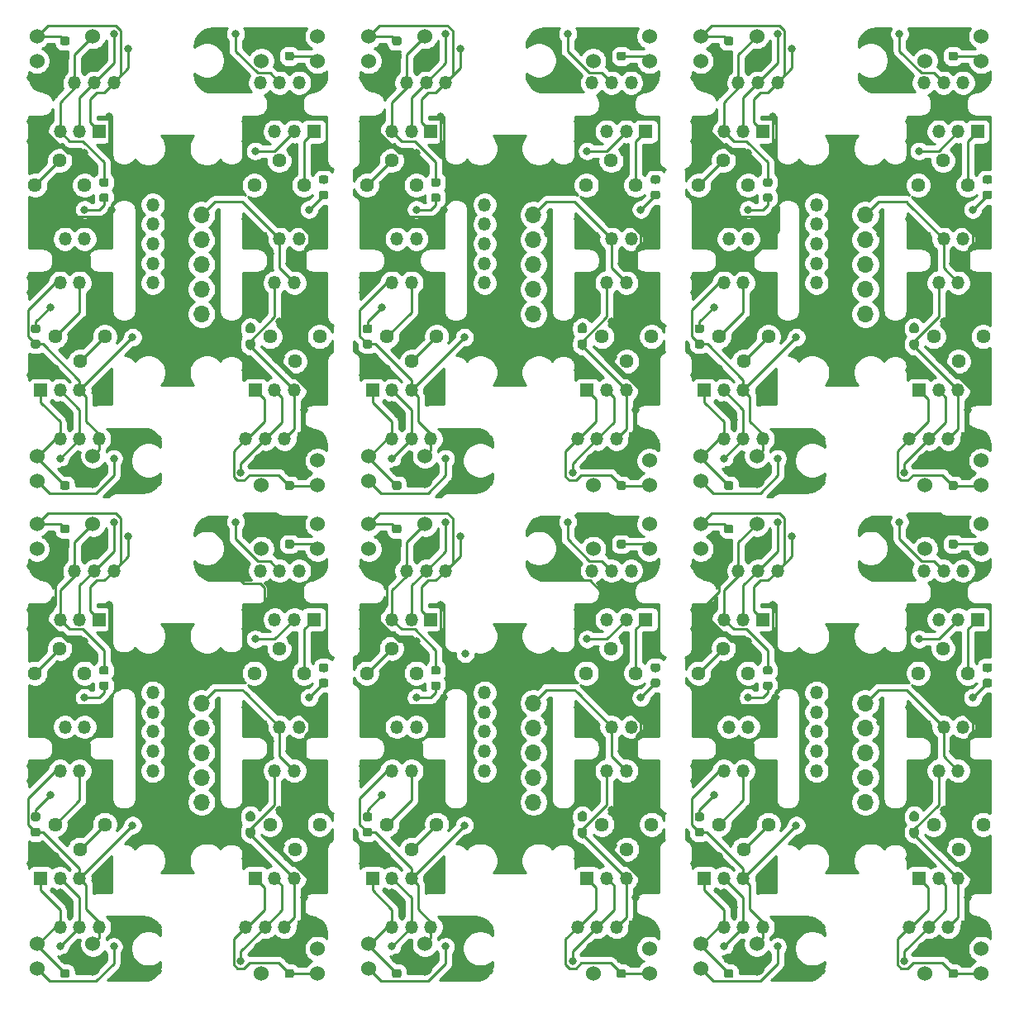
<source format=gtl>
%TF.GenerationSoftware,KiCad,Pcbnew,(5.1.8)-1*%
%TF.CreationDate,2021-01-20T16:08:38+09:00*%
%TF.ProjectId,LineSensorVer2,4c696e65-5365-46e7-936f-72566572322e,rev?*%
%TF.SameCoordinates,Original*%
%TF.FileFunction,Copper,L1,Top*%
%TF.FilePolarity,Positive*%
%FSLAX46Y46*%
G04 Gerber Fmt 4.6, Leading zero omitted, Abs format (unit mm)*
G04 Created by KiCad (PCBNEW (5.1.8)-1) date 2021-01-20 16:08:38*
%MOMM*%
%LPD*%
G01*
G04 APERTURE LIST*
%TA.AperFunction,ComponentPad*%
%ADD10R,1.350000X1.350000*%
%TD*%
%TA.AperFunction,ComponentPad*%
%ADD11O,1.350000X1.350000*%
%TD*%
%TA.AperFunction,ComponentPad*%
%ADD12C,1.440000*%
%TD*%
%TA.AperFunction,ComponentPad*%
%ADD13C,1.524000*%
%TD*%
%TA.AperFunction,ComponentPad*%
%ADD14R,1.700000X1.700000*%
%TD*%
%TA.AperFunction,ComponentPad*%
%ADD15O,1.700000X1.700000*%
%TD*%
%TA.AperFunction,ViaPad*%
%ADD16C,0.800000*%
%TD*%
%TA.AperFunction,Conductor*%
%ADD17C,0.250000*%
%TD*%
%TA.AperFunction,Conductor*%
%ADD18C,0.254000*%
%TD*%
%TA.AperFunction,Conductor*%
%ADD19C,0.100000*%
%TD*%
G04 APERTURE END LIST*
D10*
%TO.P,J10,1*%
%TO.N,+5V*%
X75250000Y-85500000D03*
D11*
%TO.P,J10,2*%
%TO.N,LED4*%
X77250000Y-85500000D03*
%TO.P,J10,3*%
%TO.N,Singnal4*%
X79250000Y-85500000D03*
%TO.P,J10,4*%
%TO.N,GND*%
X81250000Y-85500000D03*
%TD*%
D10*
%TO.P,J6,1*%
%TO.N,GND*%
X93250000Y-74500000D03*
D11*
%TO.P,J6,2*%
%TO.N,+5V*%
X91250000Y-74500000D03*
%TO.P,J6,3*%
%TO.N,Singnal2*%
X89250000Y-74500000D03*
%TD*%
D12*
%TO.P,RV1,3*%
%TO.N,Net-(R2-Pad1)*%
X86670000Y-64500000D03*
%TO.P,RV1,2*%
X89210000Y-61960000D03*
%TO.P,RV1,1*%
%TO.N,+5V*%
X91750000Y-64500000D03*
%TD*%
D13*
%TO.P,U1,4*%
%TO.N,GND*%
X92625000Y-51770000D03*
%TO.P,U1,3*%
%TO.N,Singnal1*%
X92625000Y-49230000D03*
%TO.P,U1,2*%
%TO.N,+5V*%
X86875000Y-49230000D03*
%TO.P,U1,1*%
%TO.N,Net-(D1-Pad1)*%
X86875000Y-51770000D03*
%TD*%
D10*
%TO.P,J14,1*%
%TO.N,GND*%
X115250000Y-74500000D03*
D11*
%TO.P,J14,2*%
%TO.N,+5V*%
X113250000Y-74500000D03*
%TO.P,J14,3*%
%TO.N,Singnal4*%
X111250000Y-74500000D03*
%TD*%
D10*
%TO.P,J5,1*%
%TO.N,GND*%
X95250000Y-90500000D03*
D11*
%TO.P,J5,2*%
%TO.N,Singnal2*%
X93250000Y-90500000D03*
%TO.P,J5,3*%
%TO.N,LED2*%
X91250000Y-90500000D03*
%TO.P,J5,4*%
%TO.N,+5V*%
X89250000Y-90500000D03*
%TD*%
D10*
%TO.P,J2,1*%
%TO.N,GND*%
X88750000Y-54000000D03*
D11*
%TO.P,J2,2*%
%TO.N,Singnal1*%
X90750000Y-54000000D03*
%TO.P,J2,3*%
%TO.N,LED1*%
X92750000Y-54000000D03*
%TO.P,J2,4*%
%TO.N,+5V*%
X94750000Y-54000000D03*
%TD*%
%TO.P,C13,1*%
%TO.N,+5V*%
%TA.AperFunction,SMDPad,CuDef*%
G36*
G01*
X113000000Y-95725000D02*
X112500000Y-95725000D01*
G75*
G02*
X112275000Y-95500000I0J225000D01*
G01*
X112275000Y-95050000D01*
G75*
G02*
X112500000Y-94825000I225000J0D01*
G01*
X113000000Y-94825000D01*
G75*
G02*
X113225000Y-95050000I0J-225000D01*
G01*
X113225000Y-95500000D01*
G75*
G02*
X113000000Y-95725000I-225000J0D01*
G01*
G37*
%TD.AperFunction*%
%TO.P,C13,2*%
%TO.N,GND*%
%TA.AperFunction,SMDPad,CuDef*%
G36*
G01*
X113000000Y-94175000D02*
X112500000Y-94175000D01*
G75*
G02*
X112275000Y-93950000I0J225000D01*
G01*
X112275000Y-93500000D01*
G75*
G02*
X112500000Y-93275000I225000J0D01*
G01*
X113000000Y-93275000D01*
G75*
G02*
X113225000Y-93500000I0J-225000D01*
G01*
X113225000Y-93950000D01*
G75*
G02*
X113000000Y-94175000I-225000J0D01*
G01*
G37*
%TD.AperFunction*%
%TD*%
D10*
%TO.P,J12,1*%
%TO.N,GND*%
X98750000Y-64500000D03*
D11*
%TO.P,J12,2*%
%TO.N,+5V*%
X98750000Y-66500000D03*
%TO.P,J12,3*%
%TO.N,Singnal1*%
X98750000Y-68500000D03*
%TO.P,J12,4*%
%TO.N,Singnal2*%
X98750000Y-70500000D03*
%TO.P,J12,5*%
%TO.N,Singnal3*%
X98750000Y-72500000D03*
%TO.P,J12,6*%
%TO.N,Singnal4*%
X98750000Y-74500000D03*
%TD*%
%TO.P,D2,1*%
%TO.N,Singnal1*%
%TA.AperFunction,SMDPad,CuDef*%
G36*
G01*
X93493750Y-63775000D02*
X94006250Y-63775000D01*
G75*
G02*
X94225000Y-63993750I0J-218750D01*
G01*
X94225000Y-64431250D01*
G75*
G02*
X94006250Y-64650000I-218750J0D01*
G01*
X93493750Y-64650000D01*
G75*
G02*
X93275000Y-64431250I0J218750D01*
G01*
X93275000Y-63993750D01*
G75*
G02*
X93493750Y-63775000I218750J0D01*
G01*
G37*
%TD.AperFunction*%
%TO.P,D2,2*%
%TO.N,Net-(D2-Pad2)*%
%TA.AperFunction,SMDPad,CuDef*%
G36*
G01*
X93493750Y-65350000D02*
X94006250Y-65350000D01*
G75*
G02*
X94225000Y-65568750I0J-218750D01*
G01*
X94225000Y-66006250D01*
G75*
G02*
X94006250Y-66225000I-218750J0D01*
G01*
X93493750Y-66225000D01*
G75*
G02*
X93275000Y-66006250I0J218750D01*
G01*
X93275000Y-65568750D01*
G75*
G02*
X93493750Y-65350000I218750J0D01*
G01*
G37*
%TD.AperFunction*%
%TD*%
D10*
%TO.P,J10,1*%
%TO.N,+5V*%
X109250000Y-85500000D03*
D11*
%TO.P,J10,2*%
%TO.N,LED4*%
X111250000Y-85500000D03*
%TO.P,J10,3*%
%TO.N,Singnal4*%
X113250000Y-85500000D03*
%TO.P,J10,4*%
%TO.N,GND*%
X115250000Y-85500000D03*
%TD*%
%TO.P,C9,1*%
%TO.N,+5V*%
%TA.AperFunction,SMDPad,CuDef*%
G36*
G01*
X113000000Y-51725000D02*
X112500000Y-51725000D01*
G75*
G02*
X112275000Y-51500000I0J225000D01*
G01*
X112275000Y-51050000D01*
G75*
G02*
X112500000Y-50825000I225000J0D01*
G01*
X113000000Y-50825000D01*
G75*
G02*
X113225000Y-51050000I0J-225000D01*
G01*
X113225000Y-51500000D01*
G75*
G02*
X113000000Y-51725000I-225000J0D01*
G01*
G37*
%TD.AperFunction*%
%TO.P,C9,2*%
%TO.N,GND*%
%TA.AperFunction,SMDPad,CuDef*%
G36*
G01*
X113000000Y-50175000D02*
X112500000Y-50175000D01*
G75*
G02*
X112275000Y-49950000I0J225000D01*
G01*
X112275000Y-49500000D01*
G75*
G02*
X112500000Y-49275000I225000J0D01*
G01*
X113000000Y-49275000D01*
G75*
G02*
X113225000Y-49500000I0J-225000D01*
G01*
X113225000Y-49950000D01*
G75*
G02*
X113000000Y-50175000I-225000J0D01*
G01*
G37*
%TD.AperFunction*%
%TD*%
D13*
%TO.P,U3,4*%
%TO.N,GND*%
X109875000Y-49230000D03*
%TO.P,U3,3*%
%TO.N,Singnal3*%
X109875000Y-51770000D03*
%TO.P,U3,2*%
%TO.N,+5V*%
X115625000Y-51770000D03*
%TO.P,U3,1*%
%TO.N,Net-(D5-Pad1)*%
X115625000Y-49230000D03*
%TD*%
%TO.P,U4,4*%
%TO.N,GND*%
X109875000Y-92730000D03*
%TO.P,U4,3*%
%TO.N,Singnal4*%
X109875000Y-95270000D03*
%TO.P,U4,2*%
%TO.N,+5V*%
X115625000Y-95270000D03*
%TO.P,U4,1*%
%TO.N,Net-(D7-Pad1)*%
X115625000Y-92730000D03*
%TD*%
%TO.P,U2,4*%
%TO.N,GND*%
X92625000Y-94770000D03*
%TO.P,U2,3*%
%TO.N,Singnal2*%
X92625000Y-92230000D03*
%TO.P,U2,2*%
%TO.N,+5V*%
X86875000Y-92230000D03*
%TO.P,U2,1*%
%TO.N,Net-(D3-Pad1)*%
X86875000Y-94770000D03*
%TD*%
D10*
%TO.P,J11,1*%
%TO.N,GND*%
X114250000Y-90500000D03*
D11*
%TO.P,J11,2*%
%TO.N,Singnal4*%
X112250000Y-90500000D03*
%TO.P,J11,3*%
%TO.N,LED4*%
X110250000Y-90500000D03*
%TO.P,J11,4*%
%TO.N,+5V*%
X108250000Y-90500000D03*
%TD*%
D10*
%TO.P,J8,1*%
%TO.N,GND*%
X107750000Y-54000000D03*
D11*
%TO.P,J8,2*%
%TO.N,Singnal3*%
X109750000Y-54000000D03*
%TO.P,J8,3*%
%TO.N,LED3*%
X111750000Y-54000000D03*
%TO.P,J8,4*%
%TO.N,+5V*%
X113750000Y-54000000D03*
%TD*%
D12*
%TO.P,RV3,3*%
%TO.N,Net-(R6-Pad1)*%
X109170000Y-64500000D03*
%TO.P,RV3,2*%
X111710000Y-61960000D03*
%TO.P,RV3,1*%
%TO.N,+5V*%
X114250000Y-64500000D03*
%TD*%
D10*
%TO.P,J1,1*%
%TO.N,+5V*%
X93250000Y-59000000D03*
D11*
%TO.P,J1,2*%
%TO.N,LED1*%
X91250000Y-59000000D03*
%TO.P,J1,3*%
%TO.N,Singnal1*%
X89250000Y-59000000D03*
%TO.P,J1,4*%
%TO.N,GND*%
X87250000Y-59000000D03*
%TD*%
%TO.P,D6,1*%
%TO.N,Singnal3*%
%TA.AperFunction,SMDPad,CuDef*%
G36*
G01*
X115993750Y-63487500D02*
X116506250Y-63487500D01*
G75*
G02*
X116725000Y-63706250I0J-218750D01*
G01*
X116725000Y-64143750D01*
G75*
G02*
X116506250Y-64362500I-218750J0D01*
G01*
X115993750Y-64362500D01*
G75*
G02*
X115775000Y-64143750I0J218750D01*
G01*
X115775000Y-63706250D01*
G75*
G02*
X115993750Y-63487500I218750J0D01*
G01*
G37*
%TD.AperFunction*%
%TO.P,D6,2*%
%TO.N,Net-(D6-Pad2)*%
%TA.AperFunction,SMDPad,CuDef*%
G36*
G01*
X115993750Y-65062500D02*
X116506250Y-65062500D01*
G75*
G02*
X116725000Y-65281250I0J-218750D01*
G01*
X116725000Y-65718750D01*
G75*
G02*
X116506250Y-65937500I-218750J0D01*
G01*
X115993750Y-65937500D01*
G75*
G02*
X115775000Y-65718750I0J218750D01*
G01*
X115775000Y-65281250D01*
G75*
G02*
X115993750Y-65062500I218750J0D01*
G01*
G37*
%TD.AperFunction*%
%TD*%
D10*
%TO.P,J3,1*%
%TO.N,GND*%
X87750000Y-70000000D03*
D11*
%TO.P,J3,2*%
%TO.N,+5V*%
X89750000Y-70000000D03*
%TO.P,J3,3*%
%TO.N,Singnal1*%
X91750000Y-70000000D03*
%TD*%
D14*
%TO.P,J13,1*%
%TO.N,GND*%
X103750000Y-65000000D03*
D15*
%TO.P,J13,2*%
%TO.N,+5V*%
X103750000Y-67540000D03*
%TO.P,J13,3*%
%TO.N,Singnal1*%
X103750000Y-70080000D03*
%TO.P,J13,4*%
%TO.N,Singnal2*%
X103750000Y-72620000D03*
%TO.P,J13,5*%
%TO.N,Singnal3*%
X103750000Y-75160000D03*
%TO.P,J13,6*%
%TO.N,Singnal4*%
X103750000Y-77700000D03*
%TD*%
D10*
%TO.P,J7,1*%
%TO.N,+5V*%
X115250000Y-59000000D03*
D11*
%TO.P,J7,2*%
%TO.N,LED3*%
X113250000Y-59000000D03*
%TO.P,J7,3*%
%TO.N,Singnal3*%
X111250000Y-59000000D03*
%TO.P,J7,4*%
%TO.N,GND*%
X109250000Y-59000000D03*
%TD*%
D12*
%TO.P,RV2,3*%
%TO.N,Net-(R4-Pad1)*%
X93830000Y-80000000D03*
%TO.P,RV2,2*%
X91290000Y-82540000D03*
%TO.P,RV2,1*%
%TO.N,+5V*%
X88750000Y-80000000D03*
%TD*%
%TO.P,RV4,3*%
%TO.N,Net-(R8-Pad1)*%
X115830000Y-80000000D03*
%TO.P,RV4,2*%
X113290000Y-82540000D03*
%TO.P,RV4,1*%
%TO.N,+5V*%
X110750000Y-80000000D03*
%TD*%
D10*
%TO.P,J9,1*%
%TO.N,GND*%
X109750000Y-70000000D03*
D11*
%TO.P,J9,2*%
%TO.N,+5V*%
X111750000Y-70000000D03*
%TO.P,J9,3*%
%TO.N,Singnal3*%
X113750000Y-70000000D03*
%TD*%
%TO.P,D4,1*%
%TO.N,Singnal2*%
%TA.AperFunction,SMDPad,CuDef*%
G36*
G01*
X87006250Y-81225000D02*
X86493750Y-81225000D01*
G75*
G02*
X86275000Y-81006250I0J218750D01*
G01*
X86275000Y-80568750D01*
G75*
G02*
X86493750Y-80350000I218750J0D01*
G01*
X87006250Y-80350000D01*
G75*
G02*
X87225000Y-80568750I0J-218750D01*
G01*
X87225000Y-81006250D01*
G75*
G02*
X87006250Y-81225000I-218750J0D01*
G01*
G37*
%TD.AperFunction*%
%TO.P,D4,2*%
%TO.N,Net-(D4-Pad2)*%
%TA.AperFunction,SMDPad,CuDef*%
G36*
G01*
X87006250Y-79650000D02*
X86493750Y-79650000D01*
G75*
G02*
X86275000Y-79431250I0J218750D01*
G01*
X86275000Y-78993750D01*
G75*
G02*
X86493750Y-78775000I218750J0D01*
G01*
X87006250Y-78775000D01*
G75*
G02*
X87225000Y-78993750I0J-218750D01*
G01*
X87225000Y-79431250D01*
G75*
G02*
X87006250Y-79650000I-218750J0D01*
G01*
G37*
%TD.AperFunction*%
%TD*%
D10*
%TO.P,J4,1*%
%TO.N,+5V*%
X87250000Y-85500000D03*
D11*
%TO.P,J4,2*%
%TO.N,LED2*%
X89250000Y-85500000D03*
%TO.P,J4,3*%
%TO.N,Singnal2*%
X91250000Y-85500000D03*
%TO.P,J4,4*%
%TO.N,GND*%
X93250000Y-85500000D03*
%TD*%
%TO.P,D8,1*%
%TO.N,Singnal4*%
%TA.AperFunction,SMDPad,CuDef*%
G36*
G01*
X109006250Y-81225000D02*
X108493750Y-81225000D01*
G75*
G02*
X108275000Y-81006250I0J218750D01*
G01*
X108275000Y-80568750D01*
G75*
G02*
X108493750Y-80350000I218750J0D01*
G01*
X109006250Y-80350000D01*
G75*
G02*
X109225000Y-80568750I0J-218750D01*
G01*
X109225000Y-81006250D01*
G75*
G02*
X109006250Y-81225000I-218750J0D01*
G01*
G37*
%TD.AperFunction*%
%TO.P,D8,2*%
%TO.N,Net-(D8-Pad2)*%
%TA.AperFunction,SMDPad,CuDef*%
G36*
G01*
X109006250Y-79650000D02*
X108493750Y-79650000D01*
G75*
G02*
X108275000Y-79431250I0J218750D01*
G01*
X108275000Y-78993750D01*
G75*
G02*
X108493750Y-78775000I218750J0D01*
G01*
X109006250Y-78775000D01*
G75*
G02*
X109225000Y-78993750I0J-218750D01*
G01*
X109225000Y-79431250D01*
G75*
G02*
X109006250Y-79650000I-218750J0D01*
G01*
G37*
%TD.AperFunction*%
%TD*%
%TO.P,C6,1*%
%TO.N,+5V*%
%TA.AperFunction,SMDPad,CuDef*%
G36*
G01*
X90000000Y-95725000D02*
X89500000Y-95725000D01*
G75*
G02*
X89275000Y-95500000I0J225000D01*
G01*
X89275000Y-95050000D01*
G75*
G02*
X89500000Y-94825000I225000J0D01*
G01*
X90000000Y-94825000D01*
G75*
G02*
X90225000Y-95050000I0J-225000D01*
G01*
X90225000Y-95500000D01*
G75*
G02*
X90000000Y-95725000I-225000J0D01*
G01*
G37*
%TD.AperFunction*%
%TO.P,C6,2*%
%TO.N,GND*%
%TA.AperFunction,SMDPad,CuDef*%
G36*
G01*
X90000000Y-94175000D02*
X89500000Y-94175000D01*
G75*
G02*
X89275000Y-93950000I0J225000D01*
G01*
X89275000Y-93500000D01*
G75*
G02*
X89500000Y-93275000I225000J0D01*
G01*
X90000000Y-93275000D01*
G75*
G02*
X90225000Y-93500000I0J-225000D01*
G01*
X90225000Y-93950000D01*
G75*
G02*
X90000000Y-94175000I-225000J0D01*
G01*
G37*
%TD.AperFunction*%
%TD*%
%TO.P,C3,1*%
%TO.N,+5V*%
%TA.AperFunction,SMDPad,CuDef*%
G36*
G01*
X89500000Y-49275000D02*
X90000000Y-49275000D01*
G75*
G02*
X90225000Y-49500000I0J-225000D01*
G01*
X90225000Y-49950000D01*
G75*
G02*
X90000000Y-50175000I-225000J0D01*
G01*
X89500000Y-50175000D01*
G75*
G02*
X89275000Y-49950000I0J225000D01*
G01*
X89275000Y-49500000D01*
G75*
G02*
X89500000Y-49275000I225000J0D01*
G01*
G37*
%TD.AperFunction*%
%TO.P,C3,2*%
%TO.N,GND*%
%TA.AperFunction,SMDPad,CuDef*%
G36*
G01*
X89500000Y-50825000D02*
X90000000Y-50825000D01*
G75*
G02*
X90225000Y-51050000I0J-225000D01*
G01*
X90225000Y-51500000D01*
G75*
G02*
X90000000Y-51725000I-225000J0D01*
G01*
X89500000Y-51725000D01*
G75*
G02*
X89275000Y-51500000I0J225000D01*
G01*
X89275000Y-51050000D01*
G75*
G02*
X89500000Y-50825000I225000J0D01*
G01*
G37*
%TD.AperFunction*%
%TD*%
%TO.P,J9,3*%
%TO.N,Singnal3*%
X147750000Y-70000000D03*
%TO.P,J9,2*%
%TO.N,+5V*%
X145750000Y-70000000D03*
D10*
%TO.P,J9,1*%
%TO.N,GND*%
X143750000Y-70000000D03*
%TD*%
%TO.P,D4,2*%
%TO.N,Net-(D4-Pad2)*%
%TA.AperFunction,SMDPad,CuDef*%
G36*
G01*
X121006250Y-79650000D02*
X120493750Y-79650000D01*
G75*
G02*
X120275000Y-79431250I0J218750D01*
G01*
X120275000Y-78993750D01*
G75*
G02*
X120493750Y-78775000I218750J0D01*
G01*
X121006250Y-78775000D01*
G75*
G02*
X121225000Y-78993750I0J-218750D01*
G01*
X121225000Y-79431250D01*
G75*
G02*
X121006250Y-79650000I-218750J0D01*
G01*
G37*
%TD.AperFunction*%
%TO.P,D4,1*%
%TO.N,Singnal2*%
%TA.AperFunction,SMDPad,CuDef*%
G36*
G01*
X121006250Y-81225000D02*
X120493750Y-81225000D01*
G75*
G02*
X120275000Y-81006250I0J218750D01*
G01*
X120275000Y-80568750D01*
G75*
G02*
X120493750Y-80350000I218750J0D01*
G01*
X121006250Y-80350000D01*
G75*
G02*
X121225000Y-80568750I0J-218750D01*
G01*
X121225000Y-81006250D01*
G75*
G02*
X121006250Y-81225000I-218750J0D01*
G01*
G37*
%TD.AperFunction*%
%TD*%
%TO.P,C3,2*%
%TO.N,GND*%
%TA.AperFunction,SMDPad,CuDef*%
G36*
G01*
X123500000Y-50825000D02*
X124000000Y-50825000D01*
G75*
G02*
X124225000Y-51050000I0J-225000D01*
G01*
X124225000Y-51500000D01*
G75*
G02*
X124000000Y-51725000I-225000J0D01*
G01*
X123500000Y-51725000D01*
G75*
G02*
X123275000Y-51500000I0J225000D01*
G01*
X123275000Y-51050000D01*
G75*
G02*
X123500000Y-50825000I225000J0D01*
G01*
G37*
%TD.AperFunction*%
%TO.P,C3,1*%
%TO.N,+5V*%
%TA.AperFunction,SMDPad,CuDef*%
G36*
G01*
X123500000Y-49275000D02*
X124000000Y-49275000D01*
G75*
G02*
X124225000Y-49500000I0J-225000D01*
G01*
X124225000Y-49950000D01*
G75*
G02*
X124000000Y-50175000I-225000J0D01*
G01*
X123500000Y-50175000D01*
G75*
G02*
X123275000Y-49950000I0J225000D01*
G01*
X123275000Y-49500000D01*
G75*
G02*
X123500000Y-49275000I225000J0D01*
G01*
G37*
%TD.AperFunction*%
%TD*%
D11*
%TO.P,J4,4*%
%TO.N,GND*%
X127250000Y-85500000D03*
%TO.P,J4,3*%
%TO.N,Singnal2*%
X125250000Y-85500000D03*
%TO.P,J4,2*%
%TO.N,LED2*%
X123250000Y-85500000D03*
D10*
%TO.P,J4,1*%
%TO.N,+5V*%
X121250000Y-85500000D03*
%TD*%
%TO.P,C6,2*%
%TO.N,GND*%
%TA.AperFunction,SMDPad,CuDef*%
G36*
G01*
X124000000Y-94175000D02*
X123500000Y-94175000D01*
G75*
G02*
X123275000Y-93950000I0J225000D01*
G01*
X123275000Y-93500000D01*
G75*
G02*
X123500000Y-93275000I225000J0D01*
G01*
X124000000Y-93275000D01*
G75*
G02*
X124225000Y-93500000I0J-225000D01*
G01*
X124225000Y-93950000D01*
G75*
G02*
X124000000Y-94175000I-225000J0D01*
G01*
G37*
%TD.AperFunction*%
%TO.P,C6,1*%
%TO.N,+5V*%
%TA.AperFunction,SMDPad,CuDef*%
G36*
G01*
X124000000Y-95725000D02*
X123500000Y-95725000D01*
G75*
G02*
X123275000Y-95500000I0J225000D01*
G01*
X123275000Y-95050000D01*
G75*
G02*
X123500000Y-94825000I225000J0D01*
G01*
X124000000Y-94825000D01*
G75*
G02*
X124225000Y-95050000I0J-225000D01*
G01*
X124225000Y-95500000D01*
G75*
G02*
X124000000Y-95725000I-225000J0D01*
G01*
G37*
%TD.AperFunction*%
%TD*%
%TO.P,D8,2*%
%TO.N,Net-(D8-Pad2)*%
%TA.AperFunction,SMDPad,CuDef*%
G36*
G01*
X143006250Y-79650000D02*
X142493750Y-79650000D01*
G75*
G02*
X142275000Y-79431250I0J218750D01*
G01*
X142275000Y-78993750D01*
G75*
G02*
X142493750Y-78775000I218750J0D01*
G01*
X143006250Y-78775000D01*
G75*
G02*
X143225000Y-78993750I0J-218750D01*
G01*
X143225000Y-79431250D01*
G75*
G02*
X143006250Y-79650000I-218750J0D01*
G01*
G37*
%TD.AperFunction*%
%TO.P,D8,1*%
%TO.N,Singnal4*%
%TA.AperFunction,SMDPad,CuDef*%
G36*
G01*
X143006250Y-81225000D02*
X142493750Y-81225000D01*
G75*
G02*
X142275000Y-81006250I0J218750D01*
G01*
X142275000Y-80568750D01*
G75*
G02*
X142493750Y-80350000I218750J0D01*
G01*
X143006250Y-80350000D01*
G75*
G02*
X143225000Y-80568750I0J-218750D01*
G01*
X143225000Y-81006250D01*
G75*
G02*
X143006250Y-81225000I-218750J0D01*
G01*
G37*
%TD.AperFunction*%
%TD*%
D11*
%TO.P,J6,3*%
%TO.N,Singnal2*%
X123250000Y-74500000D03*
%TO.P,J6,2*%
%TO.N,+5V*%
X125250000Y-74500000D03*
D10*
%TO.P,J6,1*%
%TO.N,GND*%
X127250000Y-74500000D03*
%TD*%
D11*
%TO.P,J14,3*%
%TO.N,Singnal4*%
X145250000Y-74500000D03*
%TO.P,J14,2*%
%TO.N,+5V*%
X147250000Y-74500000D03*
D10*
%TO.P,J14,1*%
%TO.N,GND*%
X149250000Y-74500000D03*
%TD*%
D11*
%TO.P,J5,4*%
%TO.N,+5V*%
X123250000Y-90500000D03*
%TO.P,J5,3*%
%TO.N,LED2*%
X125250000Y-90500000D03*
%TO.P,J5,2*%
%TO.N,Singnal2*%
X127250000Y-90500000D03*
D10*
%TO.P,J5,1*%
%TO.N,GND*%
X129250000Y-90500000D03*
%TD*%
%TO.P,C13,2*%
%TO.N,GND*%
%TA.AperFunction,SMDPad,CuDef*%
G36*
G01*
X147000000Y-94175000D02*
X146500000Y-94175000D01*
G75*
G02*
X146275000Y-93950000I0J225000D01*
G01*
X146275000Y-93500000D01*
G75*
G02*
X146500000Y-93275000I225000J0D01*
G01*
X147000000Y-93275000D01*
G75*
G02*
X147225000Y-93500000I0J-225000D01*
G01*
X147225000Y-93950000D01*
G75*
G02*
X147000000Y-94175000I-225000J0D01*
G01*
G37*
%TD.AperFunction*%
%TO.P,C13,1*%
%TO.N,+5V*%
%TA.AperFunction,SMDPad,CuDef*%
G36*
G01*
X147000000Y-95725000D02*
X146500000Y-95725000D01*
G75*
G02*
X146275000Y-95500000I0J225000D01*
G01*
X146275000Y-95050000D01*
G75*
G02*
X146500000Y-94825000I225000J0D01*
G01*
X147000000Y-94825000D01*
G75*
G02*
X147225000Y-95050000I0J-225000D01*
G01*
X147225000Y-95500000D01*
G75*
G02*
X147000000Y-95725000I-225000J0D01*
G01*
G37*
%TD.AperFunction*%
%TD*%
D11*
%TO.P,J12,6*%
%TO.N,Singnal4*%
X132750000Y-74500000D03*
%TO.P,J12,5*%
%TO.N,Singnal3*%
X132750000Y-72500000D03*
%TO.P,J12,4*%
%TO.N,Singnal2*%
X132750000Y-70500000D03*
%TO.P,J12,3*%
%TO.N,Singnal1*%
X132750000Y-68500000D03*
%TO.P,J12,2*%
%TO.N,+5V*%
X132750000Y-66500000D03*
D10*
%TO.P,J12,1*%
%TO.N,GND*%
X132750000Y-64500000D03*
%TD*%
%TO.P,D2,2*%
%TO.N,Net-(D2-Pad2)*%
%TA.AperFunction,SMDPad,CuDef*%
G36*
G01*
X127493750Y-65350000D02*
X128006250Y-65350000D01*
G75*
G02*
X128225000Y-65568750I0J-218750D01*
G01*
X128225000Y-66006250D01*
G75*
G02*
X128006250Y-66225000I-218750J0D01*
G01*
X127493750Y-66225000D01*
G75*
G02*
X127275000Y-66006250I0J218750D01*
G01*
X127275000Y-65568750D01*
G75*
G02*
X127493750Y-65350000I218750J0D01*
G01*
G37*
%TD.AperFunction*%
%TO.P,D2,1*%
%TO.N,Singnal1*%
%TA.AperFunction,SMDPad,CuDef*%
G36*
G01*
X127493750Y-63775000D02*
X128006250Y-63775000D01*
G75*
G02*
X128225000Y-63993750I0J-218750D01*
G01*
X128225000Y-64431250D01*
G75*
G02*
X128006250Y-64650000I-218750J0D01*
G01*
X127493750Y-64650000D01*
G75*
G02*
X127275000Y-64431250I0J218750D01*
G01*
X127275000Y-63993750D01*
G75*
G02*
X127493750Y-63775000I218750J0D01*
G01*
G37*
%TD.AperFunction*%
%TD*%
D13*
%TO.P,U1,1*%
%TO.N,Net-(D1-Pad1)*%
X120875000Y-51770000D03*
%TO.P,U1,2*%
%TO.N,+5V*%
X120875000Y-49230000D03*
%TO.P,U1,3*%
%TO.N,Singnal1*%
X126625000Y-49230000D03*
%TO.P,U1,4*%
%TO.N,GND*%
X126625000Y-51770000D03*
%TD*%
D11*
%TO.P,J10,4*%
%TO.N,GND*%
X149250000Y-85500000D03*
%TO.P,J10,3*%
%TO.N,Singnal4*%
X147250000Y-85500000D03*
%TO.P,J10,2*%
%TO.N,LED4*%
X145250000Y-85500000D03*
D10*
%TO.P,J10,1*%
%TO.N,+5V*%
X143250000Y-85500000D03*
%TD*%
D11*
%TO.P,J2,4*%
%TO.N,+5V*%
X128750000Y-54000000D03*
%TO.P,J2,3*%
%TO.N,LED1*%
X126750000Y-54000000D03*
%TO.P,J2,2*%
%TO.N,Singnal1*%
X124750000Y-54000000D03*
D10*
%TO.P,J2,1*%
%TO.N,GND*%
X122750000Y-54000000D03*
%TD*%
%TO.P,C9,2*%
%TO.N,GND*%
%TA.AperFunction,SMDPad,CuDef*%
G36*
G01*
X147000000Y-50175000D02*
X146500000Y-50175000D01*
G75*
G02*
X146275000Y-49950000I0J225000D01*
G01*
X146275000Y-49500000D01*
G75*
G02*
X146500000Y-49275000I225000J0D01*
G01*
X147000000Y-49275000D01*
G75*
G02*
X147225000Y-49500000I0J-225000D01*
G01*
X147225000Y-49950000D01*
G75*
G02*
X147000000Y-50175000I-225000J0D01*
G01*
G37*
%TD.AperFunction*%
%TO.P,C9,1*%
%TO.N,+5V*%
%TA.AperFunction,SMDPad,CuDef*%
G36*
G01*
X147000000Y-51725000D02*
X146500000Y-51725000D01*
G75*
G02*
X146275000Y-51500000I0J225000D01*
G01*
X146275000Y-51050000D01*
G75*
G02*
X146500000Y-50825000I225000J0D01*
G01*
X147000000Y-50825000D01*
G75*
G02*
X147225000Y-51050000I0J-225000D01*
G01*
X147225000Y-51500000D01*
G75*
G02*
X147000000Y-51725000I-225000J0D01*
G01*
G37*
%TD.AperFunction*%
%TD*%
D12*
%TO.P,RV1,1*%
%TO.N,+5V*%
X125750000Y-64500000D03*
%TO.P,RV1,2*%
%TO.N,Net-(R2-Pad1)*%
X123210000Y-61960000D03*
%TO.P,RV1,3*%
X120670000Y-64500000D03*
%TD*%
D13*
%TO.P,U3,1*%
%TO.N,Net-(D5-Pad1)*%
X149625000Y-49230000D03*
%TO.P,U3,2*%
%TO.N,+5V*%
X149625000Y-51770000D03*
%TO.P,U3,3*%
%TO.N,Singnal3*%
X143875000Y-51770000D03*
%TO.P,U3,4*%
%TO.N,GND*%
X143875000Y-49230000D03*
%TD*%
%TO.P,D6,2*%
%TO.N,Net-(D6-Pad2)*%
%TA.AperFunction,SMDPad,CuDef*%
G36*
G01*
X149993750Y-65062500D02*
X150506250Y-65062500D01*
G75*
G02*
X150725000Y-65281250I0J-218750D01*
G01*
X150725000Y-65718750D01*
G75*
G02*
X150506250Y-65937500I-218750J0D01*
G01*
X149993750Y-65937500D01*
G75*
G02*
X149775000Y-65718750I0J218750D01*
G01*
X149775000Y-65281250D01*
G75*
G02*
X149993750Y-65062500I218750J0D01*
G01*
G37*
%TD.AperFunction*%
%TO.P,D6,1*%
%TO.N,Singnal3*%
%TA.AperFunction,SMDPad,CuDef*%
G36*
G01*
X149993750Y-63487500D02*
X150506250Y-63487500D01*
G75*
G02*
X150725000Y-63706250I0J-218750D01*
G01*
X150725000Y-64143750D01*
G75*
G02*
X150506250Y-64362500I-218750J0D01*
G01*
X149993750Y-64362500D01*
G75*
G02*
X149775000Y-64143750I0J218750D01*
G01*
X149775000Y-63706250D01*
G75*
G02*
X149993750Y-63487500I218750J0D01*
G01*
G37*
%TD.AperFunction*%
%TD*%
D11*
%TO.P,J3,3*%
%TO.N,Singnal1*%
X125750000Y-70000000D03*
%TO.P,J3,2*%
%TO.N,+5V*%
X123750000Y-70000000D03*
D10*
%TO.P,J3,1*%
%TO.N,GND*%
X121750000Y-70000000D03*
%TD*%
D11*
%TO.P,J1,4*%
%TO.N,GND*%
X121250000Y-59000000D03*
%TO.P,J1,3*%
%TO.N,Singnal1*%
X123250000Y-59000000D03*
%TO.P,J1,2*%
%TO.N,LED1*%
X125250000Y-59000000D03*
D10*
%TO.P,J1,1*%
%TO.N,+5V*%
X127250000Y-59000000D03*
%TD*%
D13*
%TO.P,U4,1*%
%TO.N,Net-(D7-Pad1)*%
X149625000Y-92730000D03*
%TO.P,U4,2*%
%TO.N,+5V*%
X149625000Y-95270000D03*
%TO.P,U4,3*%
%TO.N,Singnal4*%
X143875000Y-95270000D03*
%TO.P,U4,4*%
%TO.N,GND*%
X143875000Y-92730000D03*
%TD*%
D15*
%TO.P,J13,6*%
%TO.N,Singnal4*%
X137750000Y-77700000D03*
%TO.P,J13,5*%
%TO.N,Singnal3*%
X137750000Y-75160000D03*
%TO.P,J13,4*%
%TO.N,Singnal2*%
X137750000Y-72620000D03*
%TO.P,J13,3*%
%TO.N,Singnal1*%
X137750000Y-70080000D03*
%TO.P,J13,2*%
%TO.N,+5V*%
X137750000Y-67540000D03*
D14*
%TO.P,J13,1*%
%TO.N,GND*%
X137750000Y-65000000D03*
%TD*%
D13*
%TO.P,U2,1*%
%TO.N,Net-(D3-Pad1)*%
X120875000Y-94770000D03*
%TO.P,U2,2*%
%TO.N,+5V*%
X120875000Y-92230000D03*
%TO.P,U2,3*%
%TO.N,Singnal2*%
X126625000Y-92230000D03*
%TO.P,U2,4*%
%TO.N,GND*%
X126625000Y-94770000D03*
%TD*%
D12*
%TO.P,RV2,1*%
%TO.N,+5V*%
X122750000Y-80000000D03*
%TO.P,RV2,2*%
%TO.N,Net-(R4-Pad1)*%
X125290000Y-82540000D03*
%TO.P,RV2,3*%
X127830000Y-80000000D03*
%TD*%
%TO.P,RV3,1*%
%TO.N,+5V*%
X148250000Y-64500000D03*
%TO.P,RV3,2*%
%TO.N,Net-(R6-Pad1)*%
X145710000Y-61960000D03*
%TO.P,RV3,3*%
X143170000Y-64500000D03*
%TD*%
D11*
%TO.P,J7,4*%
%TO.N,GND*%
X143250000Y-59000000D03*
%TO.P,J7,3*%
%TO.N,Singnal3*%
X145250000Y-59000000D03*
%TO.P,J7,2*%
%TO.N,LED3*%
X147250000Y-59000000D03*
D10*
%TO.P,J7,1*%
%TO.N,+5V*%
X149250000Y-59000000D03*
%TD*%
D11*
%TO.P,J11,4*%
%TO.N,+5V*%
X142250000Y-90500000D03*
%TO.P,J11,3*%
%TO.N,LED4*%
X144250000Y-90500000D03*
%TO.P,J11,2*%
%TO.N,Singnal4*%
X146250000Y-90500000D03*
D10*
%TO.P,J11,1*%
%TO.N,GND*%
X148250000Y-90500000D03*
%TD*%
D11*
%TO.P,J8,4*%
%TO.N,+5V*%
X147750000Y-54000000D03*
%TO.P,J8,3*%
%TO.N,LED3*%
X145750000Y-54000000D03*
%TO.P,J8,2*%
%TO.N,Singnal3*%
X143750000Y-54000000D03*
D10*
%TO.P,J8,1*%
%TO.N,GND*%
X141750000Y-54000000D03*
%TD*%
D12*
%TO.P,RV4,1*%
%TO.N,+5V*%
X144750000Y-80000000D03*
%TO.P,RV4,2*%
%TO.N,Net-(R8-Pad1)*%
X147290000Y-82540000D03*
%TO.P,RV4,3*%
X149830000Y-80000000D03*
%TD*%
%TO.P,C3,1*%
%TO.N,+5V*%
%TA.AperFunction,SMDPad,CuDef*%
G36*
G01*
X55500000Y-49275000D02*
X56000000Y-49275000D01*
G75*
G02*
X56225000Y-49500000I0J-225000D01*
G01*
X56225000Y-49950000D01*
G75*
G02*
X56000000Y-50175000I-225000J0D01*
G01*
X55500000Y-50175000D01*
G75*
G02*
X55275000Y-49950000I0J225000D01*
G01*
X55275000Y-49500000D01*
G75*
G02*
X55500000Y-49275000I225000J0D01*
G01*
G37*
%TD.AperFunction*%
%TO.P,C3,2*%
%TO.N,GND*%
%TA.AperFunction,SMDPad,CuDef*%
G36*
G01*
X55500000Y-50825000D02*
X56000000Y-50825000D01*
G75*
G02*
X56225000Y-51050000I0J-225000D01*
G01*
X56225000Y-51500000D01*
G75*
G02*
X56000000Y-51725000I-225000J0D01*
G01*
X55500000Y-51725000D01*
G75*
G02*
X55275000Y-51500000I0J225000D01*
G01*
X55275000Y-51050000D01*
G75*
G02*
X55500000Y-50825000I225000J0D01*
G01*
G37*
%TD.AperFunction*%
%TD*%
D10*
%TO.P,J4,1*%
%TO.N,+5V*%
X53250000Y-85500000D03*
D11*
%TO.P,J4,2*%
%TO.N,LED2*%
X55250000Y-85500000D03*
%TO.P,J4,3*%
%TO.N,Singnal2*%
X57250000Y-85500000D03*
%TO.P,J4,4*%
%TO.N,GND*%
X59250000Y-85500000D03*
%TD*%
D10*
%TO.P,J9,1*%
%TO.N,GND*%
X75750000Y-70000000D03*
D11*
%TO.P,J9,2*%
%TO.N,+5V*%
X77750000Y-70000000D03*
%TO.P,J9,3*%
%TO.N,Singnal3*%
X79750000Y-70000000D03*
%TD*%
%TO.P,D4,1*%
%TO.N,Singnal2*%
%TA.AperFunction,SMDPad,CuDef*%
G36*
G01*
X53006250Y-81225000D02*
X52493750Y-81225000D01*
G75*
G02*
X52275000Y-81006250I0J218750D01*
G01*
X52275000Y-80568750D01*
G75*
G02*
X52493750Y-80350000I218750J0D01*
G01*
X53006250Y-80350000D01*
G75*
G02*
X53225000Y-80568750I0J-218750D01*
G01*
X53225000Y-81006250D01*
G75*
G02*
X53006250Y-81225000I-218750J0D01*
G01*
G37*
%TD.AperFunction*%
%TO.P,D4,2*%
%TO.N,Net-(D4-Pad2)*%
%TA.AperFunction,SMDPad,CuDef*%
G36*
G01*
X53006250Y-79650000D02*
X52493750Y-79650000D01*
G75*
G02*
X52275000Y-79431250I0J218750D01*
G01*
X52275000Y-78993750D01*
G75*
G02*
X52493750Y-78775000I218750J0D01*
G01*
X53006250Y-78775000D01*
G75*
G02*
X53225000Y-78993750I0J-218750D01*
G01*
X53225000Y-79431250D01*
G75*
G02*
X53006250Y-79650000I-218750J0D01*
G01*
G37*
%TD.AperFunction*%
%TD*%
%TO.P,C6,1*%
%TO.N,+5V*%
%TA.AperFunction,SMDPad,CuDef*%
G36*
G01*
X56000000Y-95725000D02*
X55500000Y-95725000D01*
G75*
G02*
X55275000Y-95500000I0J225000D01*
G01*
X55275000Y-95050000D01*
G75*
G02*
X55500000Y-94825000I225000J0D01*
G01*
X56000000Y-94825000D01*
G75*
G02*
X56225000Y-95050000I0J-225000D01*
G01*
X56225000Y-95500000D01*
G75*
G02*
X56000000Y-95725000I-225000J0D01*
G01*
G37*
%TD.AperFunction*%
%TO.P,C6,2*%
%TO.N,GND*%
%TA.AperFunction,SMDPad,CuDef*%
G36*
G01*
X56000000Y-94175000D02*
X55500000Y-94175000D01*
G75*
G02*
X55275000Y-93950000I0J225000D01*
G01*
X55275000Y-93500000D01*
G75*
G02*
X55500000Y-93275000I225000J0D01*
G01*
X56000000Y-93275000D01*
G75*
G02*
X56225000Y-93500000I0J-225000D01*
G01*
X56225000Y-93950000D01*
G75*
G02*
X56000000Y-94175000I-225000J0D01*
G01*
G37*
%TD.AperFunction*%
%TD*%
%TO.P,D8,1*%
%TO.N,Singnal4*%
%TA.AperFunction,SMDPad,CuDef*%
G36*
G01*
X75006250Y-81225000D02*
X74493750Y-81225000D01*
G75*
G02*
X74275000Y-81006250I0J218750D01*
G01*
X74275000Y-80568750D01*
G75*
G02*
X74493750Y-80350000I218750J0D01*
G01*
X75006250Y-80350000D01*
G75*
G02*
X75225000Y-80568750I0J-218750D01*
G01*
X75225000Y-81006250D01*
G75*
G02*
X75006250Y-81225000I-218750J0D01*
G01*
G37*
%TD.AperFunction*%
%TO.P,D8,2*%
%TO.N,Net-(D8-Pad2)*%
%TA.AperFunction,SMDPad,CuDef*%
G36*
G01*
X75006250Y-79650000D02*
X74493750Y-79650000D01*
G75*
G02*
X74275000Y-79431250I0J218750D01*
G01*
X74275000Y-78993750D01*
G75*
G02*
X74493750Y-78775000I218750J0D01*
G01*
X75006250Y-78775000D01*
G75*
G02*
X75225000Y-78993750I0J-218750D01*
G01*
X75225000Y-79431250D01*
G75*
G02*
X75006250Y-79650000I-218750J0D01*
G01*
G37*
%TD.AperFunction*%
%TD*%
D10*
%TO.P,J6,1*%
%TO.N,GND*%
X59250000Y-74500000D03*
D11*
%TO.P,J6,2*%
%TO.N,+5V*%
X57250000Y-74500000D03*
%TO.P,J6,3*%
%TO.N,Singnal2*%
X55250000Y-74500000D03*
%TD*%
D10*
%TO.P,J14,1*%
%TO.N,GND*%
X81250000Y-74500000D03*
D11*
%TO.P,J14,2*%
%TO.N,+5V*%
X79250000Y-74500000D03*
%TO.P,J14,3*%
%TO.N,Singnal4*%
X77250000Y-74500000D03*
%TD*%
%TO.P,D2,1*%
%TO.N,Singnal1*%
%TA.AperFunction,SMDPad,CuDef*%
G36*
G01*
X59493750Y-63775000D02*
X60006250Y-63775000D01*
G75*
G02*
X60225000Y-63993750I0J-218750D01*
G01*
X60225000Y-64431250D01*
G75*
G02*
X60006250Y-64650000I-218750J0D01*
G01*
X59493750Y-64650000D01*
G75*
G02*
X59275000Y-64431250I0J218750D01*
G01*
X59275000Y-63993750D01*
G75*
G02*
X59493750Y-63775000I218750J0D01*
G01*
G37*
%TD.AperFunction*%
%TO.P,D2,2*%
%TO.N,Net-(D2-Pad2)*%
%TA.AperFunction,SMDPad,CuDef*%
G36*
G01*
X59493750Y-65350000D02*
X60006250Y-65350000D01*
G75*
G02*
X60225000Y-65568750I0J-218750D01*
G01*
X60225000Y-66006250D01*
G75*
G02*
X60006250Y-66225000I-218750J0D01*
G01*
X59493750Y-66225000D01*
G75*
G02*
X59275000Y-66006250I0J218750D01*
G01*
X59275000Y-65568750D01*
G75*
G02*
X59493750Y-65350000I218750J0D01*
G01*
G37*
%TD.AperFunction*%
%TD*%
D10*
%TO.P,J5,1*%
%TO.N,GND*%
X61250000Y-90500000D03*
D11*
%TO.P,J5,2*%
%TO.N,Singnal2*%
X59250000Y-90500000D03*
%TO.P,J5,3*%
%TO.N,LED2*%
X57250000Y-90500000D03*
%TO.P,J5,4*%
%TO.N,+5V*%
X55250000Y-90500000D03*
%TD*%
D10*
%TO.P,J12,1*%
%TO.N,GND*%
X64750000Y-64500000D03*
D11*
%TO.P,J12,2*%
%TO.N,+5V*%
X64750000Y-66500000D03*
%TO.P,J12,3*%
%TO.N,Singnal1*%
X64750000Y-68500000D03*
%TO.P,J12,4*%
%TO.N,Singnal2*%
X64750000Y-70500000D03*
%TO.P,J12,5*%
%TO.N,Singnal3*%
X64750000Y-72500000D03*
%TO.P,J12,6*%
%TO.N,Singnal4*%
X64750000Y-74500000D03*
%TD*%
%TO.P,C13,1*%
%TO.N,+5V*%
%TA.AperFunction,SMDPad,CuDef*%
G36*
G01*
X79000000Y-95725000D02*
X78500000Y-95725000D01*
G75*
G02*
X78275000Y-95500000I0J225000D01*
G01*
X78275000Y-95050000D01*
G75*
G02*
X78500000Y-94825000I225000J0D01*
G01*
X79000000Y-94825000D01*
G75*
G02*
X79225000Y-95050000I0J-225000D01*
G01*
X79225000Y-95500000D01*
G75*
G02*
X79000000Y-95725000I-225000J0D01*
G01*
G37*
%TD.AperFunction*%
%TO.P,C13,2*%
%TO.N,GND*%
%TA.AperFunction,SMDPad,CuDef*%
G36*
G01*
X79000000Y-94175000D02*
X78500000Y-94175000D01*
G75*
G02*
X78275000Y-93950000I0J225000D01*
G01*
X78275000Y-93500000D01*
G75*
G02*
X78500000Y-93275000I225000J0D01*
G01*
X79000000Y-93275000D01*
G75*
G02*
X79225000Y-93500000I0J-225000D01*
G01*
X79225000Y-93950000D01*
G75*
G02*
X79000000Y-94175000I-225000J0D01*
G01*
G37*
%TD.AperFunction*%
%TD*%
%TO.P,C9,1*%
%TO.N,+5V*%
%TA.AperFunction,SMDPad,CuDef*%
G36*
G01*
X79000000Y-51725000D02*
X78500000Y-51725000D01*
G75*
G02*
X78275000Y-51500000I0J225000D01*
G01*
X78275000Y-51050000D01*
G75*
G02*
X78500000Y-50825000I225000J0D01*
G01*
X79000000Y-50825000D01*
G75*
G02*
X79225000Y-51050000I0J-225000D01*
G01*
X79225000Y-51500000D01*
G75*
G02*
X79000000Y-51725000I-225000J0D01*
G01*
G37*
%TD.AperFunction*%
%TO.P,C9,2*%
%TO.N,GND*%
%TA.AperFunction,SMDPad,CuDef*%
G36*
G01*
X79000000Y-50175000D02*
X78500000Y-50175000D01*
G75*
G02*
X78275000Y-49950000I0J225000D01*
G01*
X78275000Y-49500000D01*
G75*
G02*
X78500000Y-49275000I225000J0D01*
G01*
X79000000Y-49275000D01*
G75*
G02*
X79225000Y-49500000I0J-225000D01*
G01*
X79225000Y-49950000D01*
G75*
G02*
X79000000Y-50175000I-225000J0D01*
G01*
G37*
%TD.AperFunction*%
%TD*%
D10*
%TO.P,J3,1*%
%TO.N,GND*%
X53750000Y-70000000D03*
D11*
%TO.P,J3,2*%
%TO.N,+5V*%
X55750000Y-70000000D03*
%TO.P,J3,3*%
%TO.N,Singnal1*%
X57750000Y-70000000D03*
%TD*%
%TO.P,D6,1*%
%TO.N,Singnal3*%
%TA.AperFunction,SMDPad,CuDef*%
G36*
G01*
X81993750Y-63487500D02*
X82506250Y-63487500D01*
G75*
G02*
X82725000Y-63706250I0J-218750D01*
G01*
X82725000Y-64143750D01*
G75*
G02*
X82506250Y-64362500I-218750J0D01*
G01*
X81993750Y-64362500D01*
G75*
G02*
X81775000Y-64143750I0J218750D01*
G01*
X81775000Y-63706250D01*
G75*
G02*
X81993750Y-63487500I218750J0D01*
G01*
G37*
%TD.AperFunction*%
%TO.P,D6,2*%
%TO.N,Net-(D6-Pad2)*%
%TA.AperFunction,SMDPad,CuDef*%
G36*
G01*
X81993750Y-65062500D02*
X82506250Y-65062500D01*
G75*
G02*
X82725000Y-65281250I0J-218750D01*
G01*
X82725000Y-65718750D01*
G75*
G02*
X82506250Y-65937500I-218750J0D01*
G01*
X81993750Y-65937500D01*
G75*
G02*
X81775000Y-65718750I0J218750D01*
G01*
X81775000Y-65281250D01*
G75*
G02*
X81993750Y-65062500I218750J0D01*
G01*
G37*
%TD.AperFunction*%
%TD*%
D13*
%TO.P,U4,4*%
%TO.N,GND*%
X75875000Y-92730000D03*
%TO.P,U4,3*%
%TO.N,Singnal4*%
X75875000Y-95270000D03*
%TO.P,U4,2*%
%TO.N,+5V*%
X81625000Y-95270000D03*
%TO.P,U4,1*%
%TO.N,Net-(D7-Pad1)*%
X81625000Y-92730000D03*
%TD*%
D14*
%TO.P,J13,1*%
%TO.N,GND*%
X69750000Y-65000000D03*
D15*
%TO.P,J13,2*%
%TO.N,+5V*%
X69750000Y-67540000D03*
%TO.P,J13,3*%
%TO.N,Singnal1*%
X69750000Y-70080000D03*
%TO.P,J13,4*%
%TO.N,Singnal2*%
X69750000Y-72620000D03*
%TO.P,J13,5*%
%TO.N,Singnal3*%
X69750000Y-75160000D03*
%TO.P,J13,6*%
%TO.N,Singnal4*%
X69750000Y-77700000D03*
%TD*%
D13*
%TO.P,U1,4*%
%TO.N,GND*%
X58625000Y-51770000D03*
%TO.P,U1,3*%
%TO.N,Singnal1*%
X58625000Y-49230000D03*
%TO.P,U1,2*%
%TO.N,+5V*%
X52875000Y-49230000D03*
%TO.P,U1,1*%
%TO.N,Net-(D1-Pad1)*%
X52875000Y-51770000D03*
%TD*%
D10*
%TO.P,J7,1*%
%TO.N,+5V*%
X81250000Y-59000000D03*
D11*
%TO.P,J7,2*%
%TO.N,LED3*%
X79250000Y-59000000D03*
%TO.P,J7,3*%
%TO.N,Singnal3*%
X77250000Y-59000000D03*
%TO.P,J7,4*%
%TO.N,GND*%
X75250000Y-59000000D03*
%TD*%
D13*
%TO.P,U2,4*%
%TO.N,GND*%
X58625000Y-94770000D03*
%TO.P,U2,3*%
%TO.N,Singnal2*%
X58625000Y-92230000D03*
%TO.P,U2,2*%
%TO.N,+5V*%
X52875000Y-92230000D03*
%TO.P,U2,1*%
%TO.N,Net-(D3-Pad1)*%
X52875000Y-94770000D03*
%TD*%
D10*
%TO.P,J11,1*%
%TO.N,GND*%
X80250000Y-90500000D03*
D11*
%TO.P,J11,2*%
%TO.N,Singnal4*%
X78250000Y-90500000D03*
%TO.P,J11,3*%
%TO.N,LED4*%
X76250000Y-90500000D03*
%TO.P,J11,4*%
%TO.N,+5V*%
X74250000Y-90500000D03*
%TD*%
D10*
%TO.P,J2,1*%
%TO.N,GND*%
X54750000Y-54000000D03*
D11*
%TO.P,J2,2*%
%TO.N,Singnal1*%
X56750000Y-54000000D03*
%TO.P,J2,3*%
%TO.N,LED1*%
X58750000Y-54000000D03*
%TO.P,J2,4*%
%TO.N,+5V*%
X60750000Y-54000000D03*
%TD*%
D10*
%TO.P,J8,1*%
%TO.N,GND*%
X73750000Y-54000000D03*
D11*
%TO.P,J8,2*%
%TO.N,Singnal3*%
X75750000Y-54000000D03*
%TO.P,J8,3*%
%TO.N,LED3*%
X77750000Y-54000000D03*
%TO.P,J8,4*%
%TO.N,+5V*%
X79750000Y-54000000D03*
%TD*%
D10*
%TO.P,J1,1*%
%TO.N,+5V*%
X59250000Y-59000000D03*
D11*
%TO.P,J1,2*%
%TO.N,LED1*%
X57250000Y-59000000D03*
%TO.P,J1,3*%
%TO.N,Singnal1*%
X55250000Y-59000000D03*
%TO.P,J1,4*%
%TO.N,GND*%
X53250000Y-59000000D03*
%TD*%
D13*
%TO.P,U3,4*%
%TO.N,GND*%
X75875000Y-49230000D03*
%TO.P,U3,3*%
%TO.N,Singnal3*%
X75875000Y-51770000D03*
%TO.P,U3,2*%
%TO.N,+5V*%
X81625000Y-51770000D03*
%TO.P,U3,1*%
%TO.N,Net-(D5-Pad1)*%
X81625000Y-49230000D03*
%TD*%
D12*
%TO.P,RV3,3*%
%TO.N,Net-(R6-Pad1)*%
X75170000Y-64500000D03*
%TO.P,RV3,2*%
X77710000Y-61960000D03*
%TO.P,RV3,1*%
%TO.N,+5V*%
X80250000Y-64500000D03*
%TD*%
%TO.P,RV1,3*%
%TO.N,Net-(R2-Pad1)*%
X52670000Y-64500000D03*
%TO.P,RV1,2*%
X55210000Y-61960000D03*
%TO.P,RV1,1*%
%TO.N,+5V*%
X57750000Y-64500000D03*
%TD*%
%TO.P,RV2,3*%
%TO.N,Net-(R4-Pad1)*%
X59830000Y-80000000D03*
%TO.P,RV2,2*%
X57290000Y-82540000D03*
%TO.P,RV2,1*%
%TO.N,+5V*%
X54750000Y-80000000D03*
%TD*%
%TO.P,RV4,3*%
%TO.N,Net-(R8-Pad1)*%
X81830000Y-80000000D03*
%TO.P,RV4,2*%
X79290000Y-82540000D03*
%TO.P,RV4,1*%
%TO.N,+5V*%
X76750000Y-80000000D03*
%TD*%
%TO.P,C9,2*%
%TO.N,GND*%
%TA.AperFunction,SMDPad,CuDef*%
G36*
G01*
X147000000Y-100175000D02*
X146500000Y-100175000D01*
G75*
G02*
X146275000Y-99950000I0J225000D01*
G01*
X146275000Y-99500000D01*
G75*
G02*
X146500000Y-99275000I225000J0D01*
G01*
X147000000Y-99275000D01*
G75*
G02*
X147225000Y-99500000I0J-225000D01*
G01*
X147225000Y-99950000D01*
G75*
G02*
X147000000Y-100175000I-225000J0D01*
G01*
G37*
%TD.AperFunction*%
%TO.P,C9,1*%
%TO.N,+5V*%
%TA.AperFunction,SMDPad,CuDef*%
G36*
G01*
X147000000Y-101725000D02*
X146500000Y-101725000D01*
G75*
G02*
X146275000Y-101500000I0J225000D01*
G01*
X146275000Y-101050000D01*
G75*
G02*
X146500000Y-100825000I225000J0D01*
G01*
X147000000Y-100825000D01*
G75*
G02*
X147225000Y-101050000I0J-225000D01*
G01*
X147225000Y-101500000D01*
G75*
G02*
X147000000Y-101725000I-225000J0D01*
G01*
G37*
%TD.AperFunction*%
%TD*%
%TO.P,D2,2*%
%TO.N,Net-(D2-Pad2)*%
%TA.AperFunction,SMDPad,CuDef*%
G36*
G01*
X127493750Y-115350000D02*
X128006250Y-115350000D01*
G75*
G02*
X128225000Y-115568750I0J-218750D01*
G01*
X128225000Y-116006250D01*
G75*
G02*
X128006250Y-116225000I-218750J0D01*
G01*
X127493750Y-116225000D01*
G75*
G02*
X127275000Y-116006250I0J218750D01*
G01*
X127275000Y-115568750D01*
G75*
G02*
X127493750Y-115350000I218750J0D01*
G01*
G37*
%TD.AperFunction*%
%TO.P,D2,1*%
%TO.N,Singnal1*%
%TA.AperFunction,SMDPad,CuDef*%
G36*
G01*
X127493750Y-113775000D02*
X128006250Y-113775000D01*
G75*
G02*
X128225000Y-113993750I0J-218750D01*
G01*
X128225000Y-114431250D01*
G75*
G02*
X128006250Y-114650000I-218750J0D01*
G01*
X127493750Y-114650000D01*
G75*
G02*
X127275000Y-114431250I0J218750D01*
G01*
X127275000Y-113993750D01*
G75*
G02*
X127493750Y-113775000I218750J0D01*
G01*
G37*
%TD.AperFunction*%
%TD*%
%TO.P,C13,2*%
%TO.N,GND*%
%TA.AperFunction,SMDPad,CuDef*%
G36*
G01*
X147000000Y-144175000D02*
X146500000Y-144175000D01*
G75*
G02*
X146275000Y-143950000I0J225000D01*
G01*
X146275000Y-143500000D01*
G75*
G02*
X146500000Y-143275000I225000J0D01*
G01*
X147000000Y-143275000D01*
G75*
G02*
X147225000Y-143500000I0J-225000D01*
G01*
X147225000Y-143950000D01*
G75*
G02*
X147000000Y-144175000I-225000J0D01*
G01*
G37*
%TD.AperFunction*%
%TO.P,C13,1*%
%TO.N,+5V*%
%TA.AperFunction,SMDPad,CuDef*%
G36*
G01*
X147000000Y-145725000D02*
X146500000Y-145725000D01*
G75*
G02*
X146275000Y-145500000I0J225000D01*
G01*
X146275000Y-145050000D01*
G75*
G02*
X146500000Y-144825000I225000J0D01*
G01*
X147000000Y-144825000D01*
G75*
G02*
X147225000Y-145050000I0J-225000D01*
G01*
X147225000Y-145500000D01*
G75*
G02*
X147000000Y-145725000I-225000J0D01*
G01*
G37*
%TD.AperFunction*%
%TD*%
D11*
%TO.P,J5,4*%
%TO.N,+5V*%
X123250000Y-140500000D03*
%TO.P,J5,3*%
%TO.N,LED2*%
X125250000Y-140500000D03*
%TO.P,J5,2*%
%TO.N,Singnal2*%
X127250000Y-140500000D03*
D10*
%TO.P,J5,1*%
%TO.N,GND*%
X129250000Y-140500000D03*
%TD*%
D11*
%TO.P,J12,6*%
%TO.N,Singnal4*%
X132750000Y-124500000D03*
%TO.P,J12,5*%
%TO.N,Singnal3*%
X132750000Y-122500000D03*
%TO.P,J12,4*%
%TO.N,Singnal2*%
X132750000Y-120500000D03*
%TO.P,J12,3*%
%TO.N,Singnal1*%
X132750000Y-118500000D03*
%TO.P,J12,2*%
%TO.N,+5V*%
X132750000Y-116500000D03*
D10*
%TO.P,J12,1*%
%TO.N,GND*%
X132750000Y-114500000D03*
%TD*%
D11*
%TO.P,J6,3*%
%TO.N,Singnal2*%
X123250000Y-124500000D03*
%TO.P,J6,2*%
%TO.N,+5V*%
X125250000Y-124500000D03*
D10*
%TO.P,J6,1*%
%TO.N,GND*%
X127250000Y-124500000D03*
%TD*%
%TO.P,D4,2*%
%TO.N,Net-(D4-Pad2)*%
%TA.AperFunction,SMDPad,CuDef*%
G36*
G01*
X121006250Y-129650000D02*
X120493750Y-129650000D01*
G75*
G02*
X120275000Y-129431250I0J218750D01*
G01*
X120275000Y-128993750D01*
G75*
G02*
X120493750Y-128775000I218750J0D01*
G01*
X121006250Y-128775000D01*
G75*
G02*
X121225000Y-128993750I0J-218750D01*
G01*
X121225000Y-129431250D01*
G75*
G02*
X121006250Y-129650000I-218750J0D01*
G01*
G37*
%TD.AperFunction*%
%TO.P,D4,1*%
%TO.N,Singnal2*%
%TA.AperFunction,SMDPad,CuDef*%
G36*
G01*
X121006250Y-131225000D02*
X120493750Y-131225000D01*
G75*
G02*
X120275000Y-131006250I0J218750D01*
G01*
X120275000Y-130568750D01*
G75*
G02*
X120493750Y-130350000I218750J0D01*
G01*
X121006250Y-130350000D01*
G75*
G02*
X121225000Y-130568750I0J-218750D01*
G01*
X121225000Y-131006250D01*
G75*
G02*
X121006250Y-131225000I-218750J0D01*
G01*
G37*
%TD.AperFunction*%
%TD*%
%TO.P,D8,2*%
%TO.N,Net-(D8-Pad2)*%
%TA.AperFunction,SMDPad,CuDef*%
G36*
G01*
X143006250Y-129650000D02*
X142493750Y-129650000D01*
G75*
G02*
X142275000Y-129431250I0J218750D01*
G01*
X142275000Y-128993750D01*
G75*
G02*
X142493750Y-128775000I218750J0D01*
G01*
X143006250Y-128775000D01*
G75*
G02*
X143225000Y-128993750I0J-218750D01*
G01*
X143225000Y-129431250D01*
G75*
G02*
X143006250Y-129650000I-218750J0D01*
G01*
G37*
%TD.AperFunction*%
%TO.P,D8,1*%
%TO.N,Singnal4*%
%TA.AperFunction,SMDPad,CuDef*%
G36*
G01*
X143006250Y-131225000D02*
X142493750Y-131225000D01*
G75*
G02*
X142275000Y-131006250I0J218750D01*
G01*
X142275000Y-130568750D01*
G75*
G02*
X142493750Y-130350000I218750J0D01*
G01*
X143006250Y-130350000D01*
G75*
G02*
X143225000Y-130568750I0J-218750D01*
G01*
X143225000Y-131006250D01*
G75*
G02*
X143006250Y-131225000I-218750J0D01*
G01*
G37*
%TD.AperFunction*%
%TD*%
D11*
%TO.P,J4,4*%
%TO.N,GND*%
X127250000Y-135500000D03*
%TO.P,J4,3*%
%TO.N,Singnal2*%
X125250000Y-135500000D03*
%TO.P,J4,2*%
%TO.N,LED2*%
X123250000Y-135500000D03*
D10*
%TO.P,J4,1*%
%TO.N,+5V*%
X121250000Y-135500000D03*
%TD*%
%TO.P,C6,2*%
%TO.N,GND*%
%TA.AperFunction,SMDPad,CuDef*%
G36*
G01*
X124000000Y-144175000D02*
X123500000Y-144175000D01*
G75*
G02*
X123275000Y-143950000I0J225000D01*
G01*
X123275000Y-143500000D01*
G75*
G02*
X123500000Y-143275000I225000J0D01*
G01*
X124000000Y-143275000D01*
G75*
G02*
X124225000Y-143500000I0J-225000D01*
G01*
X124225000Y-143950000D01*
G75*
G02*
X124000000Y-144175000I-225000J0D01*
G01*
G37*
%TD.AperFunction*%
%TO.P,C6,1*%
%TO.N,+5V*%
%TA.AperFunction,SMDPad,CuDef*%
G36*
G01*
X124000000Y-145725000D02*
X123500000Y-145725000D01*
G75*
G02*
X123275000Y-145500000I0J225000D01*
G01*
X123275000Y-145050000D01*
G75*
G02*
X123500000Y-144825000I225000J0D01*
G01*
X124000000Y-144825000D01*
G75*
G02*
X124225000Y-145050000I0J-225000D01*
G01*
X124225000Y-145500000D01*
G75*
G02*
X124000000Y-145725000I-225000J0D01*
G01*
G37*
%TD.AperFunction*%
%TD*%
%TO.P,C3,2*%
%TO.N,GND*%
%TA.AperFunction,SMDPad,CuDef*%
G36*
G01*
X123500000Y-100825000D02*
X124000000Y-100825000D01*
G75*
G02*
X124225000Y-101050000I0J-225000D01*
G01*
X124225000Y-101500000D01*
G75*
G02*
X124000000Y-101725000I-225000J0D01*
G01*
X123500000Y-101725000D01*
G75*
G02*
X123275000Y-101500000I0J225000D01*
G01*
X123275000Y-101050000D01*
G75*
G02*
X123500000Y-100825000I225000J0D01*
G01*
G37*
%TD.AperFunction*%
%TO.P,C3,1*%
%TO.N,+5V*%
%TA.AperFunction,SMDPad,CuDef*%
G36*
G01*
X123500000Y-99275000D02*
X124000000Y-99275000D01*
G75*
G02*
X124225000Y-99500000I0J-225000D01*
G01*
X124225000Y-99950000D01*
G75*
G02*
X124000000Y-100175000I-225000J0D01*
G01*
X123500000Y-100175000D01*
G75*
G02*
X123275000Y-99950000I0J225000D01*
G01*
X123275000Y-99500000D01*
G75*
G02*
X123500000Y-99275000I225000J0D01*
G01*
G37*
%TD.AperFunction*%
%TD*%
D11*
%TO.P,J9,3*%
%TO.N,Singnal3*%
X147750000Y-120000000D03*
%TO.P,J9,2*%
%TO.N,+5V*%
X145750000Y-120000000D03*
D10*
%TO.P,J9,1*%
%TO.N,GND*%
X143750000Y-120000000D03*
%TD*%
D11*
%TO.P,J14,3*%
%TO.N,Singnal4*%
X145250000Y-124500000D03*
%TO.P,J14,2*%
%TO.N,+5V*%
X147250000Y-124500000D03*
D10*
%TO.P,J14,1*%
%TO.N,GND*%
X149250000Y-124500000D03*
%TD*%
%TO.P,D6,2*%
%TO.N,Net-(D6-Pad2)*%
%TA.AperFunction,SMDPad,CuDef*%
G36*
G01*
X149993750Y-115062500D02*
X150506250Y-115062500D01*
G75*
G02*
X150725000Y-115281250I0J-218750D01*
G01*
X150725000Y-115718750D01*
G75*
G02*
X150506250Y-115937500I-218750J0D01*
G01*
X149993750Y-115937500D01*
G75*
G02*
X149775000Y-115718750I0J218750D01*
G01*
X149775000Y-115281250D01*
G75*
G02*
X149993750Y-115062500I218750J0D01*
G01*
G37*
%TD.AperFunction*%
%TO.P,D6,1*%
%TO.N,Singnal3*%
%TA.AperFunction,SMDPad,CuDef*%
G36*
G01*
X149993750Y-113487500D02*
X150506250Y-113487500D01*
G75*
G02*
X150725000Y-113706250I0J-218750D01*
G01*
X150725000Y-114143750D01*
G75*
G02*
X150506250Y-114362500I-218750J0D01*
G01*
X149993750Y-114362500D01*
G75*
G02*
X149775000Y-114143750I0J218750D01*
G01*
X149775000Y-113706250D01*
G75*
G02*
X149993750Y-113487500I218750J0D01*
G01*
G37*
%TD.AperFunction*%
%TD*%
D13*
%TO.P,U4,1*%
%TO.N,Net-(D7-Pad1)*%
X149625000Y-142730000D03*
%TO.P,U4,2*%
%TO.N,+5V*%
X149625000Y-145270000D03*
%TO.P,U4,3*%
%TO.N,Singnal4*%
X143875000Y-145270000D03*
%TO.P,U4,4*%
%TO.N,GND*%
X143875000Y-142730000D03*
%TD*%
D15*
%TO.P,J13,6*%
%TO.N,Singnal4*%
X137750000Y-127700000D03*
%TO.P,J13,5*%
%TO.N,Singnal3*%
X137750000Y-125160000D03*
%TO.P,J13,4*%
%TO.N,Singnal2*%
X137750000Y-122620000D03*
%TO.P,J13,3*%
%TO.N,Singnal1*%
X137750000Y-120080000D03*
%TO.P,J13,2*%
%TO.N,+5V*%
X137750000Y-117540000D03*
D14*
%TO.P,J13,1*%
%TO.N,GND*%
X137750000Y-115000000D03*
%TD*%
D11*
%TO.P,J7,4*%
%TO.N,GND*%
X143250000Y-109000000D03*
%TO.P,J7,3*%
%TO.N,Singnal3*%
X145250000Y-109000000D03*
%TO.P,J7,2*%
%TO.N,LED3*%
X147250000Y-109000000D03*
D10*
%TO.P,J7,1*%
%TO.N,+5V*%
X149250000Y-109000000D03*
%TD*%
D13*
%TO.P,U1,1*%
%TO.N,Net-(D1-Pad1)*%
X120875000Y-101770000D03*
%TO.P,U1,2*%
%TO.N,+5V*%
X120875000Y-99230000D03*
%TO.P,U1,3*%
%TO.N,Singnal1*%
X126625000Y-99230000D03*
%TO.P,U1,4*%
%TO.N,GND*%
X126625000Y-101770000D03*
%TD*%
D11*
%TO.P,J3,3*%
%TO.N,Singnal1*%
X125750000Y-120000000D03*
%TO.P,J3,2*%
%TO.N,+5V*%
X123750000Y-120000000D03*
D10*
%TO.P,J3,1*%
%TO.N,GND*%
X121750000Y-120000000D03*
%TD*%
D11*
%TO.P,J11,4*%
%TO.N,+5V*%
X142250000Y-140500000D03*
%TO.P,J11,3*%
%TO.N,LED4*%
X144250000Y-140500000D03*
%TO.P,J11,2*%
%TO.N,Singnal4*%
X146250000Y-140500000D03*
D10*
%TO.P,J11,1*%
%TO.N,GND*%
X148250000Y-140500000D03*
%TD*%
D12*
%TO.P,RV2,1*%
%TO.N,+5V*%
X122750000Y-130000000D03*
%TO.P,RV2,2*%
%TO.N,Net-(R4-Pad1)*%
X125290000Y-132540000D03*
%TO.P,RV2,3*%
X127830000Y-130000000D03*
%TD*%
D13*
%TO.P,U2,1*%
%TO.N,Net-(D3-Pad1)*%
X120875000Y-144770000D03*
%TO.P,U2,2*%
%TO.N,+5V*%
X120875000Y-142230000D03*
%TO.P,U2,3*%
%TO.N,Singnal2*%
X126625000Y-142230000D03*
%TO.P,U2,4*%
%TO.N,GND*%
X126625000Y-144770000D03*
%TD*%
D11*
%TO.P,J2,4*%
%TO.N,+5V*%
X128750000Y-104000000D03*
%TO.P,J2,3*%
%TO.N,LED1*%
X126750000Y-104000000D03*
%TO.P,J2,2*%
%TO.N,Singnal1*%
X124750000Y-104000000D03*
D10*
%TO.P,J2,1*%
%TO.N,GND*%
X122750000Y-104000000D03*
%TD*%
D12*
%TO.P,RV4,1*%
%TO.N,+5V*%
X144750000Y-130000000D03*
%TO.P,RV4,2*%
%TO.N,Net-(R8-Pad1)*%
X147290000Y-132540000D03*
%TO.P,RV4,3*%
X149830000Y-130000000D03*
%TD*%
D11*
%TO.P,J8,4*%
%TO.N,+5V*%
X147750000Y-104000000D03*
%TO.P,J8,3*%
%TO.N,LED3*%
X145750000Y-104000000D03*
%TO.P,J8,2*%
%TO.N,Singnal3*%
X143750000Y-104000000D03*
D10*
%TO.P,J8,1*%
%TO.N,GND*%
X141750000Y-104000000D03*
%TD*%
D11*
%TO.P,J10,4*%
%TO.N,GND*%
X149250000Y-135500000D03*
%TO.P,J10,3*%
%TO.N,Singnal4*%
X147250000Y-135500000D03*
%TO.P,J10,2*%
%TO.N,LED4*%
X145250000Y-135500000D03*
D10*
%TO.P,J10,1*%
%TO.N,+5V*%
X143250000Y-135500000D03*
%TD*%
D12*
%TO.P,RV3,1*%
%TO.N,+5V*%
X148250000Y-114500000D03*
%TO.P,RV3,2*%
%TO.N,Net-(R6-Pad1)*%
X145710000Y-111960000D03*
%TO.P,RV3,3*%
X143170000Y-114500000D03*
%TD*%
D11*
%TO.P,J1,4*%
%TO.N,GND*%
X121250000Y-109000000D03*
%TO.P,J1,3*%
%TO.N,Singnal1*%
X123250000Y-109000000D03*
%TO.P,J1,2*%
%TO.N,LED1*%
X125250000Y-109000000D03*
D10*
%TO.P,J1,1*%
%TO.N,+5V*%
X127250000Y-109000000D03*
%TD*%
D13*
%TO.P,U3,1*%
%TO.N,Net-(D5-Pad1)*%
X149625000Y-99230000D03*
%TO.P,U3,2*%
%TO.N,+5V*%
X149625000Y-101770000D03*
%TO.P,U3,3*%
%TO.N,Singnal3*%
X143875000Y-101770000D03*
%TO.P,U3,4*%
%TO.N,GND*%
X143875000Y-99230000D03*
%TD*%
D12*
%TO.P,RV1,1*%
%TO.N,+5V*%
X125750000Y-114500000D03*
%TO.P,RV1,2*%
%TO.N,Net-(R2-Pad1)*%
X123210000Y-111960000D03*
%TO.P,RV1,3*%
X120670000Y-114500000D03*
%TD*%
%TO.P,C3,1*%
%TO.N,+5V*%
%TA.AperFunction,SMDPad,CuDef*%
G36*
G01*
X89500000Y-99275000D02*
X90000000Y-99275000D01*
G75*
G02*
X90225000Y-99500000I0J-225000D01*
G01*
X90225000Y-99950000D01*
G75*
G02*
X90000000Y-100175000I-225000J0D01*
G01*
X89500000Y-100175000D01*
G75*
G02*
X89275000Y-99950000I0J225000D01*
G01*
X89275000Y-99500000D01*
G75*
G02*
X89500000Y-99275000I225000J0D01*
G01*
G37*
%TD.AperFunction*%
%TO.P,C3,2*%
%TO.N,GND*%
%TA.AperFunction,SMDPad,CuDef*%
G36*
G01*
X89500000Y-100825000D02*
X90000000Y-100825000D01*
G75*
G02*
X90225000Y-101050000I0J-225000D01*
G01*
X90225000Y-101500000D01*
G75*
G02*
X90000000Y-101725000I-225000J0D01*
G01*
X89500000Y-101725000D01*
G75*
G02*
X89275000Y-101500000I0J225000D01*
G01*
X89275000Y-101050000D01*
G75*
G02*
X89500000Y-100825000I225000J0D01*
G01*
G37*
%TD.AperFunction*%
%TD*%
D10*
%TO.P,J4,1*%
%TO.N,+5V*%
X87250000Y-135500000D03*
D11*
%TO.P,J4,2*%
%TO.N,LED2*%
X89250000Y-135500000D03*
%TO.P,J4,3*%
%TO.N,Singnal2*%
X91250000Y-135500000D03*
%TO.P,J4,4*%
%TO.N,GND*%
X93250000Y-135500000D03*
%TD*%
D10*
%TO.P,J9,1*%
%TO.N,GND*%
X109750000Y-120000000D03*
D11*
%TO.P,J9,2*%
%TO.N,+5V*%
X111750000Y-120000000D03*
%TO.P,J9,3*%
%TO.N,Singnal3*%
X113750000Y-120000000D03*
%TD*%
%TO.P,D4,1*%
%TO.N,Singnal2*%
%TA.AperFunction,SMDPad,CuDef*%
G36*
G01*
X87006250Y-131225000D02*
X86493750Y-131225000D01*
G75*
G02*
X86275000Y-131006250I0J218750D01*
G01*
X86275000Y-130568750D01*
G75*
G02*
X86493750Y-130350000I218750J0D01*
G01*
X87006250Y-130350000D01*
G75*
G02*
X87225000Y-130568750I0J-218750D01*
G01*
X87225000Y-131006250D01*
G75*
G02*
X87006250Y-131225000I-218750J0D01*
G01*
G37*
%TD.AperFunction*%
%TO.P,D4,2*%
%TO.N,Net-(D4-Pad2)*%
%TA.AperFunction,SMDPad,CuDef*%
G36*
G01*
X87006250Y-129650000D02*
X86493750Y-129650000D01*
G75*
G02*
X86275000Y-129431250I0J218750D01*
G01*
X86275000Y-128993750D01*
G75*
G02*
X86493750Y-128775000I218750J0D01*
G01*
X87006250Y-128775000D01*
G75*
G02*
X87225000Y-128993750I0J-218750D01*
G01*
X87225000Y-129431250D01*
G75*
G02*
X87006250Y-129650000I-218750J0D01*
G01*
G37*
%TD.AperFunction*%
%TD*%
%TO.P,C6,1*%
%TO.N,+5V*%
%TA.AperFunction,SMDPad,CuDef*%
G36*
G01*
X90000000Y-145725000D02*
X89500000Y-145725000D01*
G75*
G02*
X89275000Y-145500000I0J225000D01*
G01*
X89275000Y-145050000D01*
G75*
G02*
X89500000Y-144825000I225000J0D01*
G01*
X90000000Y-144825000D01*
G75*
G02*
X90225000Y-145050000I0J-225000D01*
G01*
X90225000Y-145500000D01*
G75*
G02*
X90000000Y-145725000I-225000J0D01*
G01*
G37*
%TD.AperFunction*%
%TO.P,C6,2*%
%TO.N,GND*%
%TA.AperFunction,SMDPad,CuDef*%
G36*
G01*
X90000000Y-144175000D02*
X89500000Y-144175000D01*
G75*
G02*
X89275000Y-143950000I0J225000D01*
G01*
X89275000Y-143500000D01*
G75*
G02*
X89500000Y-143275000I225000J0D01*
G01*
X90000000Y-143275000D01*
G75*
G02*
X90225000Y-143500000I0J-225000D01*
G01*
X90225000Y-143950000D01*
G75*
G02*
X90000000Y-144175000I-225000J0D01*
G01*
G37*
%TD.AperFunction*%
%TD*%
%TO.P,D8,1*%
%TO.N,Singnal4*%
%TA.AperFunction,SMDPad,CuDef*%
G36*
G01*
X109006250Y-131225000D02*
X108493750Y-131225000D01*
G75*
G02*
X108275000Y-131006250I0J218750D01*
G01*
X108275000Y-130568750D01*
G75*
G02*
X108493750Y-130350000I218750J0D01*
G01*
X109006250Y-130350000D01*
G75*
G02*
X109225000Y-130568750I0J-218750D01*
G01*
X109225000Y-131006250D01*
G75*
G02*
X109006250Y-131225000I-218750J0D01*
G01*
G37*
%TD.AperFunction*%
%TO.P,D8,2*%
%TO.N,Net-(D8-Pad2)*%
%TA.AperFunction,SMDPad,CuDef*%
G36*
G01*
X109006250Y-129650000D02*
X108493750Y-129650000D01*
G75*
G02*
X108275000Y-129431250I0J218750D01*
G01*
X108275000Y-128993750D01*
G75*
G02*
X108493750Y-128775000I218750J0D01*
G01*
X109006250Y-128775000D01*
G75*
G02*
X109225000Y-128993750I0J-218750D01*
G01*
X109225000Y-129431250D01*
G75*
G02*
X109006250Y-129650000I-218750J0D01*
G01*
G37*
%TD.AperFunction*%
%TD*%
D10*
%TO.P,J6,1*%
%TO.N,GND*%
X93250000Y-124500000D03*
D11*
%TO.P,J6,2*%
%TO.N,+5V*%
X91250000Y-124500000D03*
%TO.P,J6,3*%
%TO.N,Singnal2*%
X89250000Y-124500000D03*
%TD*%
D10*
%TO.P,J14,1*%
%TO.N,GND*%
X115250000Y-124500000D03*
D11*
%TO.P,J14,2*%
%TO.N,+5V*%
X113250000Y-124500000D03*
%TO.P,J14,3*%
%TO.N,Singnal4*%
X111250000Y-124500000D03*
%TD*%
%TO.P,D2,1*%
%TO.N,Singnal1*%
%TA.AperFunction,SMDPad,CuDef*%
G36*
G01*
X93493750Y-113775000D02*
X94006250Y-113775000D01*
G75*
G02*
X94225000Y-113993750I0J-218750D01*
G01*
X94225000Y-114431250D01*
G75*
G02*
X94006250Y-114650000I-218750J0D01*
G01*
X93493750Y-114650000D01*
G75*
G02*
X93275000Y-114431250I0J218750D01*
G01*
X93275000Y-113993750D01*
G75*
G02*
X93493750Y-113775000I218750J0D01*
G01*
G37*
%TD.AperFunction*%
%TO.P,D2,2*%
%TO.N,Net-(D2-Pad2)*%
%TA.AperFunction,SMDPad,CuDef*%
G36*
G01*
X93493750Y-115350000D02*
X94006250Y-115350000D01*
G75*
G02*
X94225000Y-115568750I0J-218750D01*
G01*
X94225000Y-116006250D01*
G75*
G02*
X94006250Y-116225000I-218750J0D01*
G01*
X93493750Y-116225000D01*
G75*
G02*
X93275000Y-116006250I0J218750D01*
G01*
X93275000Y-115568750D01*
G75*
G02*
X93493750Y-115350000I218750J0D01*
G01*
G37*
%TD.AperFunction*%
%TD*%
D10*
%TO.P,J5,1*%
%TO.N,GND*%
X95250000Y-140500000D03*
D11*
%TO.P,J5,2*%
%TO.N,Singnal2*%
X93250000Y-140500000D03*
%TO.P,J5,3*%
%TO.N,LED2*%
X91250000Y-140500000D03*
%TO.P,J5,4*%
%TO.N,+5V*%
X89250000Y-140500000D03*
%TD*%
D10*
%TO.P,J12,1*%
%TO.N,GND*%
X98750000Y-114500000D03*
D11*
%TO.P,J12,2*%
%TO.N,+5V*%
X98750000Y-116500000D03*
%TO.P,J12,3*%
%TO.N,Singnal1*%
X98750000Y-118500000D03*
%TO.P,J12,4*%
%TO.N,Singnal2*%
X98750000Y-120500000D03*
%TO.P,J12,5*%
%TO.N,Singnal3*%
X98750000Y-122500000D03*
%TO.P,J12,6*%
%TO.N,Singnal4*%
X98750000Y-124500000D03*
%TD*%
%TO.P,C13,1*%
%TO.N,+5V*%
%TA.AperFunction,SMDPad,CuDef*%
G36*
G01*
X113000000Y-145725000D02*
X112500000Y-145725000D01*
G75*
G02*
X112275000Y-145500000I0J225000D01*
G01*
X112275000Y-145050000D01*
G75*
G02*
X112500000Y-144825000I225000J0D01*
G01*
X113000000Y-144825000D01*
G75*
G02*
X113225000Y-145050000I0J-225000D01*
G01*
X113225000Y-145500000D01*
G75*
G02*
X113000000Y-145725000I-225000J0D01*
G01*
G37*
%TD.AperFunction*%
%TO.P,C13,2*%
%TO.N,GND*%
%TA.AperFunction,SMDPad,CuDef*%
G36*
G01*
X113000000Y-144175000D02*
X112500000Y-144175000D01*
G75*
G02*
X112275000Y-143950000I0J225000D01*
G01*
X112275000Y-143500000D01*
G75*
G02*
X112500000Y-143275000I225000J0D01*
G01*
X113000000Y-143275000D01*
G75*
G02*
X113225000Y-143500000I0J-225000D01*
G01*
X113225000Y-143950000D01*
G75*
G02*
X113000000Y-144175000I-225000J0D01*
G01*
G37*
%TD.AperFunction*%
%TD*%
%TO.P,C9,1*%
%TO.N,+5V*%
%TA.AperFunction,SMDPad,CuDef*%
G36*
G01*
X113000000Y-101725000D02*
X112500000Y-101725000D01*
G75*
G02*
X112275000Y-101500000I0J225000D01*
G01*
X112275000Y-101050000D01*
G75*
G02*
X112500000Y-100825000I225000J0D01*
G01*
X113000000Y-100825000D01*
G75*
G02*
X113225000Y-101050000I0J-225000D01*
G01*
X113225000Y-101500000D01*
G75*
G02*
X113000000Y-101725000I-225000J0D01*
G01*
G37*
%TD.AperFunction*%
%TO.P,C9,2*%
%TO.N,GND*%
%TA.AperFunction,SMDPad,CuDef*%
G36*
G01*
X113000000Y-100175000D02*
X112500000Y-100175000D01*
G75*
G02*
X112275000Y-99950000I0J225000D01*
G01*
X112275000Y-99500000D01*
G75*
G02*
X112500000Y-99275000I225000J0D01*
G01*
X113000000Y-99275000D01*
G75*
G02*
X113225000Y-99500000I0J-225000D01*
G01*
X113225000Y-99950000D01*
G75*
G02*
X113000000Y-100175000I-225000J0D01*
G01*
G37*
%TD.AperFunction*%
%TD*%
D10*
%TO.P,J3,1*%
%TO.N,GND*%
X87750000Y-120000000D03*
D11*
%TO.P,J3,2*%
%TO.N,+5V*%
X89750000Y-120000000D03*
%TO.P,J3,3*%
%TO.N,Singnal1*%
X91750000Y-120000000D03*
%TD*%
%TO.P,D6,1*%
%TO.N,Singnal3*%
%TA.AperFunction,SMDPad,CuDef*%
G36*
G01*
X115993750Y-113487500D02*
X116506250Y-113487500D01*
G75*
G02*
X116725000Y-113706250I0J-218750D01*
G01*
X116725000Y-114143750D01*
G75*
G02*
X116506250Y-114362500I-218750J0D01*
G01*
X115993750Y-114362500D01*
G75*
G02*
X115775000Y-114143750I0J218750D01*
G01*
X115775000Y-113706250D01*
G75*
G02*
X115993750Y-113487500I218750J0D01*
G01*
G37*
%TD.AperFunction*%
%TO.P,D6,2*%
%TO.N,Net-(D6-Pad2)*%
%TA.AperFunction,SMDPad,CuDef*%
G36*
G01*
X115993750Y-115062500D02*
X116506250Y-115062500D01*
G75*
G02*
X116725000Y-115281250I0J-218750D01*
G01*
X116725000Y-115718750D01*
G75*
G02*
X116506250Y-115937500I-218750J0D01*
G01*
X115993750Y-115937500D01*
G75*
G02*
X115775000Y-115718750I0J218750D01*
G01*
X115775000Y-115281250D01*
G75*
G02*
X115993750Y-115062500I218750J0D01*
G01*
G37*
%TD.AperFunction*%
%TD*%
D13*
%TO.P,U4,4*%
%TO.N,GND*%
X109875000Y-142730000D03*
%TO.P,U4,3*%
%TO.N,Singnal4*%
X109875000Y-145270000D03*
%TO.P,U4,2*%
%TO.N,+5V*%
X115625000Y-145270000D03*
%TO.P,U4,1*%
%TO.N,Net-(D7-Pad1)*%
X115625000Y-142730000D03*
%TD*%
D14*
%TO.P,J13,1*%
%TO.N,GND*%
X103750000Y-115000000D03*
D15*
%TO.P,J13,2*%
%TO.N,+5V*%
X103750000Y-117540000D03*
%TO.P,J13,3*%
%TO.N,Singnal1*%
X103750000Y-120080000D03*
%TO.P,J13,4*%
%TO.N,Singnal2*%
X103750000Y-122620000D03*
%TO.P,J13,5*%
%TO.N,Singnal3*%
X103750000Y-125160000D03*
%TO.P,J13,6*%
%TO.N,Singnal4*%
X103750000Y-127700000D03*
%TD*%
D13*
%TO.P,U1,4*%
%TO.N,GND*%
X92625000Y-101770000D03*
%TO.P,U1,3*%
%TO.N,Singnal1*%
X92625000Y-99230000D03*
%TO.P,U1,2*%
%TO.N,+5V*%
X86875000Y-99230000D03*
%TO.P,U1,1*%
%TO.N,Net-(D1-Pad1)*%
X86875000Y-101770000D03*
%TD*%
D10*
%TO.P,J7,1*%
%TO.N,+5V*%
X115250000Y-109000000D03*
D11*
%TO.P,J7,2*%
%TO.N,LED3*%
X113250000Y-109000000D03*
%TO.P,J7,3*%
%TO.N,Singnal3*%
X111250000Y-109000000D03*
%TO.P,J7,4*%
%TO.N,GND*%
X109250000Y-109000000D03*
%TD*%
D13*
%TO.P,U2,4*%
%TO.N,GND*%
X92625000Y-144770000D03*
%TO.P,U2,3*%
%TO.N,Singnal2*%
X92625000Y-142230000D03*
%TO.P,U2,2*%
%TO.N,+5V*%
X86875000Y-142230000D03*
%TO.P,U2,1*%
%TO.N,Net-(D3-Pad1)*%
X86875000Y-144770000D03*
%TD*%
D10*
%TO.P,J11,1*%
%TO.N,GND*%
X114250000Y-140500000D03*
D11*
%TO.P,J11,2*%
%TO.N,Singnal4*%
X112250000Y-140500000D03*
%TO.P,J11,3*%
%TO.N,LED4*%
X110250000Y-140500000D03*
%TO.P,J11,4*%
%TO.N,+5V*%
X108250000Y-140500000D03*
%TD*%
D10*
%TO.P,J2,1*%
%TO.N,GND*%
X88750000Y-104000000D03*
D11*
%TO.P,J2,2*%
%TO.N,Singnal1*%
X90750000Y-104000000D03*
%TO.P,J2,3*%
%TO.N,LED1*%
X92750000Y-104000000D03*
%TO.P,J2,4*%
%TO.N,+5V*%
X94750000Y-104000000D03*
%TD*%
D10*
%TO.P,J8,1*%
%TO.N,GND*%
X107750000Y-104000000D03*
D11*
%TO.P,J8,2*%
%TO.N,Singnal3*%
X109750000Y-104000000D03*
%TO.P,J8,3*%
%TO.N,LED3*%
X111750000Y-104000000D03*
%TO.P,J8,4*%
%TO.N,+5V*%
X113750000Y-104000000D03*
%TD*%
D10*
%TO.P,J10,1*%
%TO.N,+5V*%
X109250000Y-135500000D03*
D11*
%TO.P,J10,2*%
%TO.N,LED4*%
X111250000Y-135500000D03*
%TO.P,J10,3*%
%TO.N,Singnal4*%
X113250000Y-135500000D03*
%TO.P,J10,4*%
%TO.N,GND*%
X115250000Y-135500000D03*
%TD*%
D10*
%TO.P,J1,1*%
%TO.N,+5V*%
X93250000Y-109000000D03*
D11*
%TO.P,J1,2*%
%TO.N,LED1*%
X91250000Y-109000000D03*
%TO.P,J1,3*%
%TO.N,Singnal1*%
X89250000Y-109000000D03*
%TO.P,J1,4*%
%TO.N,GND*%
X87250000Y-109000000D03*
%TD*%
D13*
%TO.P,U3,4*%
%TO.N,GND*%
X109875000Y-99230000D03*
%TO.P,U3,3*%
%TO.N,Singnal3*%
X109875000Y-101770000D03*
%TO.P,U3,2*%
%TO.N,+5V*%
X115625000Y-101770000D03*
%TO.P,U3,1*%
%TO.N,Net-(D5-Pad1)*%
X115625000Y-99230000D03*
%TD*%
D12*
%TO.P,RV3,3*%
%TO.N,Net-(R6-Pad1)*%
X109170000Y-114500000D03*
%TO.P,RV3,2*%
X111710000Y-111960000D03*
%TO.P,RV3,1*%
%TO.N,+5V*%
X114250000Y-114500000D03*
%TD*%
%TO.P,RV1,3*%
%TO.N,Net-(R2-Pad1)*%
X86670000Y-114500000D03*
%TO.P,RV1,2*%
X89210000Y-111960000D03*
%TO.P,RV1,1*%
%TO.N,+5V*%
X91750000Y-114500000D03*
%TD*%
%TO.P,RV2,3*%
%TO.N,Net-(R4-Pad1)*%
X93830000Y-130000000D03*
%TO.P,RV2,2*%
X91290000Y-132540000D03*
%TO.P,RV2,1*%
%TO.N,+5V*%
X88750000Y-130000000D03*
%TD*%
%TO.P,RV4,3*%
%TO.N,Net-(R8-Pad1)*%
X115830000Y-130000000D03*
%TO.P,RV4,2*%
X113290000Y-132540000D03*
%TO.P,RV4,1*%
%TO.N,+5V*%
X110750000Y-130000000D03*
%TD*%
D15*
%TO.P,J13,6*%
%TO.N,Singnal4*%
X69750000Y-127700000D03*
%TO.P,J13,5*%
%TO.N,Singnal3*%
X69750000Y-125160000D03*
%TO.P,J13,4*%
%TO.N,Singnal2*%
X69750000Y-122620000D03*
%TO.P,J13,3*%
%TO.N,Singnal1*%
X69750000Y-120080000D03*
%TO.P,J13,2*%
%TO.N,+5V*%
X69750000Y-117540000D03*
D14*
%TO.P,J13,1*%
%TO.N,GND*%
X69750000Y-115000000D03*
%TD*%
D11*
%TO.P,J11,4*%
%TO.N,+5V*%
X74250000Y-140500000D03*
%TO.P,J11,3*%
%TO.N,LED4*%
X76250000Y-140500000D03*
%TO.P,J11,2*%
%TO.N,Singnal4*%
X78250000Y-140500000D03*
D10*
%TO.P,J11,1*%
%TO.N,GND*%
X80250000Y-140500000D03*
%TD*%
D11*
%TO.P,J10,4*%
%TO.N,GND*%
X81250000Y-135500000D03*
%TO.P,J10,3*%
%TO.N,Singnal4*%
X79250000Y-135500000D03*
%TO.P,J10,2*%
%TO.N,LED4*%
X77250000Y-135500000D03*
D10*
%TO.P,J10,1*%
%TO.N,+5V*%
X75250000Y-135500000D03*
%TD*%
D11*
%TO.P,J8,4*%
%TO.N,+5V*%
X79750000Y-104000000D03*
%TO.P,J8,3*%
%TO.N,LED3*%
X77750000Y-104000000D03*
%TO.P,J8,2*%
%TO.N,Singnal3*%
X75750000Y-104000000D03*
D10*
%TO.P,J8,1*%
%TO.N,GND*%
X73750000Y-104000000D03*
%TD*%
D11*
%TO.P,J7,4*%
%TO.N,GND*%
X75250000Y-109000000D03*
%TO.P,J7,3*%
%TO.N,Singnal3*%
X77250000Y-109000000D03*
%TO.P,J7,2*%
%TO.N,LED3*%
X79250000Y-109000000D03*
D10*
%TO.P,J7,1*%
%TO.N,+5V*%
X81250000Y-109000000D03*
%TD*%
D11*
%TO.P,J2,4*%
%TO.N,+5V*%
X60750000Y-104000000D03*
%TO.P,J2,3*%
%TO.N,LED1*%
X58750000Y-104000000D03*
%TO.P,J2,2*%
%TO.N,Singnal1*%
X56750000Y-104000000D03*
D10*
%TO.P,J2,1*%
%TO.N,GND*%
X54750000Y-104000000D03*
%TD*%
D11*
%TO.P,J1,4*%
%TO.N,GND*%
X53250000Y-109000000D03*
%TO.P,J1,3*%
%TO.N,Singnal1*%
X55250000Y-109000000D03*
%TO.P,J1,2*%
%TO.N,LED1*%
X57250000Y-109000000D03*
D10*
%TO.P,J1,1*%
%TO.N,+5V*%
X59250000Y-109000000D03*
%TD*%
D12*
%TO.P,RV1,1*%
%TO.N,+5V*%
X57750000Y-114500000D03*
%TO.P,RV1,2*%
%TO.N,Net-(R2-Pad1)*%
X55210000Y-111960000D03*
%TO.P,RV1,3*%
X52670000Y-114500000D03*
%TD*%
D13*
%TO.P,U4,1*%
%TO.N,Net-(D7-Pad1)*%
X81625000Y-142730000D03*
%TO.P,U4,2*%
%TO.N,+5V*%
X81625000Y-145270000D03*
%TO.P,U4,3*%
%TO.N,Singnal4*%
X75875000Y-145270000D03*
%TO.P,U4,4*%
%TO.N,GND*%
X75875000Y-142730000D03*
%TD*%
%TO.P,U3,1*%
%TO.N,Net-(D5-Pad1)*%
X81625000Y-99230000D03*
%TO.P,U3,2*%
%TO.N,+5V*%
X81625000Y-101770000D03*
%TO.P,U3,3*%
%TO.N,Singnal3*%
X75875000Y-101770000D03*
%TO.P,U3,4*%
%TO.N,GND*%
X75875000Y-99230000D03*
%TD*%
%TO.P,U2,1*%
%TO.N,Net-(D3-Pad1)*%
X52875000Y-144770000D03*
%TO.P,U2,2*%
%TO.N,+5V*%
X52875000Y-142230000D03*
%TO.P,U2,3*%
%TO.N,Singnal2*%
X58625000Y-142230000D03*
%TO.P,U2,4*%
%TO.N,GND*%
X58625000Y-144770000D03*
%TD*%
%TO.P,U1,1*%
%TO.N,Net-(D1-Pad1)*%
X52875000Y-101770000D03*
%TO.P,U1,2*%
%TO.N,+5V*%
X52875000Y-99230000D03*
%TO.P,U1,3*%
%TO.N,Singnal1*%
X58625000Y-99230000D03*
%TO.P,U1,4*%
%TO.N,GND*%
X58625000Y-101770000D03*
%TD*%
D12*
%TO.P,RV4,1*%
%TO.N,+5V*%
X76750000Y-130000000D03*
%TO.P,RV4,2*%
%TO.N,Net-(R8-Pad1)*%
X79290000Y-132540000D03*
%TO.P,RV4,3*%
X81830000Y-130000000D03*
%TD*%
%TO.P,RV3,1*%
%TO.N,+5V*%
X80250000Y-114500000D03*
%TO.P,RV3,2*%
%TO.N,Net-(R6-Pad1)*%
X77710000Y-111960000D03*
%TO.P,RV3,3*%
X75170000Y-114500000D03*
%TD*%
%TO.P,RV2,1*%
%TO.N,+5V*%
X54750000Y-130000000D03*
%TO.P,RV2,2*%
%TO.N,Net-(R4-Pad1)*%
X57290000Y-132540000D03*
%TO.P,RV2,3*%
X59830000Y-130000000D03*
%TD*%
D11*
%TO.P,J14,3*%
%TO.N,Singnal4*%
X77250000Y-124500000D03*
%TO.P,J14,2*%
%TO.N,+5V*%
X79250000Y-124500000D03*
D10*
%TO.P,J14,1*%
%TO.N,GND*%
X81250000Y-124500000D03*
%TD*%
D11*
%TO.P,J12,6*%
%TO.N,Singnal4*%
X64750000Y-124500000D03*
%TO.P,J12,5*%
%TO.N,Singnal3*%
X64750000Y-122500000D03*
%TO.P,J12,4*%
%TO.N,Singnal2*%
X64750000Y-120500000D03*
%TO.P,J12,3*%
%TO.N,Singnal1*%
X64750000Y-118500000D03*
%TO.P,J12,2*%
%TO.N,+5V*%
X64750000Y-116500000D03*
D10*
%TO.P,J12,1*%
%TO.N,GND*%
X64750000Y-114500000D03*
%TD*%
D11*
%TO.P,J9,3*%
%TO.N,Singnal3*%
X79750000Y-120000000D03*
%TO.P,J9,2*%
%TO.N,+5V*%
X77750000Y-120000000D03*
D10*
%TO.P,J9,1*%
%TO.N,GND*%
X75750000Y-120000000D03*
%TD*%
D11*
%TO.P,J6,3*%
%TO.N,Singnal2*%
X55250000Y-124500000D03*
%TO.P,J6,2*%
%TO.N,+5V*%
X57250000Y-124500000D03*
D10*
%TO.P,J6,1*%
%TO.N,GND*%
X59250000Y-124500000D03*
%TD*%
D11*
%TO.P,J5,4*%
%TO.N,+5V*%
X55250000Y-140500000D03*
%TO.P,J5,3*%
%TO.N,LED2*%
X57250000Y-140500000D03*
%TO.P,J5,2*%
%TO.N,Singnal2*%
X59250000Y-140500000D03*
D10*
%TO.P,J5,1*%
%TO.N,GND*%
X61250000Y-140500000D03*
%TD*%
D11*
%TO.P,J4,4*%
%TO.N,GND*%
X59250000Y-135500000D03*
%TO.P,J4,3*%
%TO.N,Singnal2*%
X57250000Y-135500000D03*
%TO.P,J4,2*%
%TO.N,LED2*%
X55250000Y-135500000D03*
D10*
%TO.P,J4,1*%
%TO.N,+5V*%
X53250000Y-135500000D03*
%TD*%
D11*
%TO.P,J3,3*%
%TO.N,Singnal1*%
X57750000Y-120000000D03*
%TO.P,J3,2*%
%TO.N,+5V*%
X55750000Y-120000000D03*
D10*
%TO.P,J3,1*%
%TO.N,GND*%
X53750000Y-120000000D03*
%TD*%
%TO.P,D8,2*%
%TO.N,Net-(D8-Pad2)*%
%TA.AperFunction,SMDPad,CuDef*%
G36*
G01*
X75006250Y-129650000D02*
X74493750Y-129650000D01*
G75*
G02*
X74275000Y-129431250I0J218750D01*
G01*
X74275000Y-128993750D01*
G75*
G02*
X74493750Y-128775000I218750J0D01*
G01*
X75006250Y-128775000D01*
G75*
G02*
X75225000Y-128993750I0J-218750D01*
G01*
X75225000Y-129431250D01*
G75*
G02*
X75006250Y-129650000I-218750J0D01*
G01*
G37*
%TD.AperFunction*%
%TO.P,D8,1*%
%TO.N,Singnal4*%
%TA.AperFunction,SMDPad,CuDef*%
G36*
G01*
X75006250Y-131225000D02*
X74493750Y-131225000D01*
G75*
G02*
X74275000Y-131006250I0J218750D01*
G01*
X74275000Y-130568750D01*
G75*
G02*
X74493750Y-130350000I218750J0D01*
G01*
X75006250Y-130350000D01*
G75*
G02*
X75225000Y-130568750I0J-218750D01*
G01*
X75225000Y-131006250D01*
G75*
G02*
X75006250Y-131225000I-218750J0D01*
G01*
G37*
%TD.AperFunction*%
%TD*%
%TO.P,D6,2*%
%TO.N,Net-(D6-Pad2)*%
%TA.AperFunction,SMDPad,CuDef*%
G36*
G01*
X81993750Y-115062500D02*
X82506250Y-115062500D01*
G75*
G02*
X82725000Y-115281250I0J-218750D01*
G01*
X82725000Y-115718750D01*
G75*
G02*
X82506250Y-115937500I-218750J0D01*
G01*
X81993750Y-115937500D01*
G75*
G02*
X81775000Y-115718750I0J218750D01*
G01*
X81775000Y-115281250D01*
G75*
G02*
X81993750Y-115062500I218750J0D01*
G01*
G37*
%TD.AperFunction*%
%TO.P,D6,1*%
%TO.N,Singnal3*%
%TA.AperFunction,SMDPad,CuDef*%
G36*
G01*
X81993750Y-113487500D02*
X82506250Y-113487500D01*
G75*
G02*
X82725000Y-113706250I0J-218750D01*
G01*
X82725000Y-114143750D01*
G75*
G02*
X82506250Y-114362500I-218750J0D01*
G01*
X81993750Y-114362500D01*
G75*
G02*
X81775000Y-114143750I0J218750D01*
G01*
X81775000Y-113706250D01*
G75*
G02*
X81993750Y-113487500I218750J0D01*
G01*
G37*
%TD.AperFunction*%
%TD*%
%TO.P,D4,2*%
%TO.N,Net-(D4-Pad2)*%
%TA.AperFunction,SMDPad,CuDef*%
G36*
G01*
X53006250Y-129650000D02*
X52493750Y-129650000D01*
G75*
G02*
X52275000Y-129431250I0J218750D01*
G01*
X52275000Y-128993750D01*
G75*
G02*
X52493750Y-128775000I218750J0D01*
G01*
X53006250Y-128775000D01*
G75*
G02*
X53225000Y-128993750I0J-218750D01*
G01*
X53225000Y-129431250D01*
G75*
G02*
X53006250Y-129650000I-218750J0D01*
G01*
G37*
%TD.AperFunction*%
%TO.P,D4,1*%
%TO.N,Singnal2*%
%TA.AperFunction,SMDPad,CuDef*%
G36*
G01*
X53006250Y-131225000D02*
X52493750Y-131225000D01*
G75*
G02*
X52275000Y-131006250I0J218750D01*
G01*
X52275000Y-130568750D01*
G75*
G02*
X52493750Y-130350000I218750J0D01*
G01*
X53006250Y-130350000D01*
G75*
G02*
X53225000Y-130568750I0J-218750D01*
G01*
X53225000Y-131006250D01*
G75*
G02*
X53006250Y-131225000I-218750J0D01*
G01*
G37*
%TD.AperFunction*%
%TD*%
%TO.P,D2,2*%
%TO.N,Net-(D2-Pad2)*%
%TA.AperFunction,SMDPad,CuDef*%
G36*
G01*
X59493750Y-115350000D02*
X60006250Y-115350000D01*
G75*
G02*
X60225000Y-115568750I0J-218750D01*
G01*
X60225000Y-116006250D01*
G75*
G02*
X60006250Y-116225000I-218750J0D01*
G01*
X59493750Y-116225000D01*
G75*
G02*
X59275000Y-116006250I0J218750D01*
G01*
X59275000Y-115568750D01*
G75*
G02*
X59493750Y-115350000I218750J0D01*
G01*
G37*
%TD.AperFunction*%
%TO.P,D2,1*%
%TO.N,Singnal1*%
%TA.AperFunction,SMDPad,CuDef*%
G36*
G01*
X59493750Y-113775000D02*
X60006250Y-113775000D01*
G75*
G02*
X60225000Y-113993750I0J-218750D01*
G01*
X60225000Y-114431250D01*
G75*
G02*
X60006250Y-114650000I-218750J0D01*
G01*
X59493750Y-114650000D01*
G75*
G02*
X59275000Y-114431250I0J218750D01*
G01*
X59275000Y-113993750D01*
G75*
G02*
X59493750Y-113775000I218750J0D01*
G01*
G37*
%TD.AperFunction*%
%TD*%
%TO.P,C13,2*%
%TO.N,GND*%
%TA.AperFunction,SMDPad,CuDef*%
G36*
G01*
X79000000Y-144175000D02*
X78500000Y-144175000D01*
G75*
G02*
X78275000Y-143950000I0J225000D01*
G01*
X78275000Y-143500000D01*
G75*
G02*
X78500000Y-143275000I225000J0D01*
G01*
X79000000Y-143275000D01*
G75*
G02*
X79225000Y-143500000I0J-225000D01*
G01*
X79225000Y-143950000D01*
G75*
G02*
X79000000Y-144175000I-225000J0D01*
G01*
G37*
%TD.AperFunction*%
%TO.P,C13,1*%
%TO.N,+5V*%
%TA.AperFunction,SMDPad,CuDef*%
G36*
G01*
X79000000Y-145725000D02*
X78500000Y-145725000D01*
G75*
G02*
X78275000Y-145500000I0J225000D01*
G01*
X78275000Y-145050000D01*
G75*
G02*
X78500000Y-144825000I225000J0D01*
G01*
X79000000Y-144825000D01*
G75*
G02*
X79225000Y-145050000I0J-225000D01*
G01*
X79225000Y-145500000D01*
G75*
G02*
X79000000Y-145725000I-225000J0D01*
G01*
G37*
%TD.AperFunction*%
%TD*%
%TO.P,C9,2*%
%TO.N,GND*%
%TA.AperFunction,SMDPad,CuDef*%
G36*
G01*
X79000000Y-100175000D02*
X78500000Y-100175000D01*
G75*
G02*
X78275000Y-99950000I0J225000D01*
G01*
X78275000Y-99500000D01*
G75*
G02*
X78500000Y-99275000I225000J0D01*
G01*
X79000000Y-99275000D01*
G75*
G02*
X79225000Y-99500000I0J-225000D01*
G01*
X79225000Y-99950000D01*
G75*
G02*
X79000000Y-100175000I-225000J0D01*
G01*
G37*
%TD.AperFunction*%
%TO.P,C9,1*%
%TO.N,+5V*%
%TA.AperFunction,SMDPad,CuDef*%
G36*
G01*
X79000000Y-101725000D02*
X78500000Y-101725000D01*
G75*
G02*
X78275000Y-101500000I0J225000D01*
G01*
X78275000Y-101050000D01*
G75*
G02*
X78500000Y-100825000I225000J0D01*
G01*
X79000000Y-100825000D01*
G75*
G02*
X79225000Y-101050000I0J-225000D01*
G01*
X79225000Y-101500000D01*
G75*
G02*
X79000000Y-101725000I-225000J0D01*
G01*
G37*
%TD.AperFunction*%
%TD*%
%TO.P,C6,2*%
%TO.N,GND*%
%TA.AperFunction,SMDPad,CuDef*%
G36*
G01*
X56000000Y-144175000D02*
X55500000Y-144175000D01*
G75*
G02*
X55275000Y-143950000I0J225000D01*
G01*
X55275000Y-143500000D01*
G75*
G02*
X55500000Y-143275000I225000J0D01*
G01*
X56000000Y-143275000D01*
G75*
G02*
X56225000Y-143500000I0J-225000D01*
G01*
X56225000Y-143950000D01*
G75*
G02*
X56000000Y-144175000I-225000J0D01*
G01*
G37*
%TD.AperFunction*%
%TO.P,C6,1*%
%TO.N,+5V*%
%TA.AperFunction,SMDPad,CuDef*%
G36*
G01*
X56000000Y-145725000D02*
X55500000Y-145725000D01*
G75*
G02*
X55275000Y-145500000I0J225000D01*
G01*
X55275000Y-145050000D01*
G75*
G02*
X55500000Y-144825000I225000J0D01*
G01*
X56000000Y-144825000D01*
G75*
G02*
X56225000Y-145050000I0J-225000D01*
G01*
X56225000Y-145500000D01*
G75*
G02*
X56000000Y-145725000I-225000J0D01*
G01*
G37*
%TD.AperFunction*%
%TD*%
%TO.P,C3,2*%
%TO.N,GND*%
%TA.AperFunction,SMDPad,CuDef*%
G36*
G01*
X55500000Y-100825000D02*
X56000000Y-100825000D01*
G75*
G02*
X56225000Y-101050000I0J-225000D01*
G01*
X56225000Y-101500000D01*
G75*
G02*
X56000000Y-101725000I-225000J0D01*
G01*
X55500000Y-101725000D01*
G75*
G02*
X55275000Y-101500000I0J225000D01*
G01*
X55275000Y-101050000D01*
G75*
G02*
X55500000Y-100825000I225000J0D01*
G01*
G37*
%TD.AperFunction*%
%TO.P,C3,1*%
%TO.N,+5V*%
%TA.AperFunction,SMDPad,CuDef*%
G36*
G01*
X55500000Y-99275000D02*
X56000000Y-99275000D01*
G75*
G02*
X56225000Y-99500000I0J-225000D01*
G01*
X56225000Y-99950000D01*
G75*
G02*
X56000000Y-100175000I-225000J0D01*
G01*
X55500000Y-100175000D01*
G75*
G02*
X55275000Y-99950000I0J225000D01*
G01*
X55275000Y-99500000D01*
G75*
G02*
X55500000Y-99275000I225000J0D01*
G01*
G37*
%TD.AperFunction*%
%TD*%
D16*
%TO.N,GND*%
X94550000Y-117000000D03*
X80250000Y-137500000D03*
X77887500Y-132137500D03*
X57750000Y-111225000D03*
X76775003Y-115545001D03*
X52475000Y-117000000D03*
X55750000Y-101500000D03*
X67250000Y-127500000D03*
X67250000Y-134500000D03*
X66250000Y-110000000D03*
X68250000Y-110000000D03*
X62750000Y-112500000D03*
X71750000Y-112500000D03*
X72750000Y-115000000D03*
X67250000Y-112500000D03*
X56500000Y-122750000D03*
X52250000Y-124000000D03*
X56250000Y-131000000D03*
X63250000Y-131500000D03*
X67250000Y-130000000D03*
X57025000Y-143725000D03*
X55112500Y-113862500D03*
X52250000Y-108000000D03*
X71250000Y-124000000D03*
X71250000Y-119500000D03*
X77750000Y-128500000D03*
X73250000Y-129500000D03*
X79025000Y-111225000D03*
X74250000Y-110000000D03*
X74250000Y-108000000D03*
X76177424Y-107572576D03*
X69750000Y-104000000D03*
X65250000Y-140500000D03*
X65250000Y-145000000D03*
X52250000Y-103500000D03*
X60250000Y-107500000D03*
X60250000Y-110500000D03*
X52250000Y-110000000D03*
X54750000Y-118500000D03*
X52250000Y-125500000D03*
X57250000Y-130000000D03*
X59637500Y-127112500D03*
X76250000Y-134000000D03*
X74250000Y-133500000D03*
X82250000Y-134500000D03*
X79887500Y-130137500D03*
X78750000Y-122500000D03*
X76750000Y-121500000D03*
X74250000Y-118000000D03*
X69750000Y-99500000D03*
X52250000Y-134000000D03*
X55250000Y-137000000D03*
X56250000Y-138500000D03*
X78750000Y-143725000D03*
X106750000Y-115000000D03*
X101250000Y-112500000D03*
X99250000Y-140500000D03*
X111750000Y-128500000D03*
X103750000Y-99500000D03*
X86250000Y-103500000D03*
X113887500Y-130137500D03*
X113025000Y-111225000D03*
X112750000Y-122500000D03*
X101250000Y-134500000D03*
X90250000Y-131000000D03*
X86250000Y-108000000D03*
X94250000Y-107500000D03*
X107250000Y-129500000D03*
X108250000Y-110000000D03*
X103750000Y-104000000D03*
X88750000Y-118500000D03*
X110750000Y-121500000D03*
X86250000Y-124000000D03*
X105250000Y-124000000D03*
X108250000Y-118000000D03*
X86250000Y-134000000D03*
X90250000Y-138500000D03*
X97250000Y-131500000D03*
X93637500Y-127112500D03*
X105750000Y-112500000D03*
X90500000Y-122750000D03*
X101250000Y-130000000D03*
X89250000Y-137000000D03*
X108250000Y-108000000D03*
X99250000Y-145000000D03*
X110177424Y-107572576D03*
X94250000Y-110500000D03*
X91025000Y-143725000D03*
X86250000Y-125500000D03*
X101250000Y-127500000D03*
X102250000Y-110000000D03*
X105250000Y-131500000D03*
X89112500Y-113862500D03*
X86250000Y-110000000D03*
X108250000Y-133500000D03*
X116250000Y-134500000D03*
X91250000Y-130000000D03*
X105250000Y-119500000D03*
X110250000Y-134000000D03*
X113750000Y-99000000D03*
X114250000Y-137500000D03*
X91750000Y-111225000D03*
X110775003Y-115545001D03*
X86475000Y-117000000D03*
X89750000Y-101500000D03*
X111887500Y-132137500D03*
X112750000Y-143725000D03*
X146750000Y-143725000D03*
X128250000Y-110500000D03*
X125025000Y-143725000D03*
X120250000Y-124000000D03*
X123250000Y-137000000D03*
X145750000Y-128500000D03*
X120250000Y-125500000D03*
X128250000Y-107500000D03*
X135250000Y-127500000D03*
X136250000Y-110000000D03*
X139250000Y-131500000D03*
X123112500Y-113862500D03*
X120250000Y-110000000D03*
X142250000Y-118000000D03*
X124250000Y-138500000D03*
X120250000Y-134000000D03*
X139250000Y-124000000D03*
X124500000Y-122750000D03*
X144177424Y-107572576D03*
X147887500Y-130137500D03*
X147025000Y-111225000D03*
X140750000Y-115000000D03*
X120250000Y-103500000D03*
X146750000Y-122500000D03*
X122750000Y-118500000D03*
X135250000Y-134500000D03*
X120250000Y-108000000D03*
X144750000Y-121500000D03*
X131250000Y-131500000D03*
X133250000Y-140500000D03*
X124250000Y-131000000D03*
X135250000Y-112500000D03*
X141250000Y-129500000D03*
X127637500Y-127112500D03*
X139750000Y-112500000D03*
X142250000Y-110000000D03*
X137750000Y-99500000D03*
X135250000Y-130000000D03*
X142250000Y-108000000D03*
X133250000Y-145000000D03*
X137750000Y-104000000D03*
X144775003Y-115545001D03*
X123750000Y-101500000D03*
X142250000Y-133500000D03*
X150250000Y-134500000D03*
X144250000Y-134000000D03*
X120475000Y-117000000D03*
X125250000Y-130000000D03*
X148250000Y-137500000D03*
X147750000Y-99000000D03*
X145887500Y-132137500D03*
X139250000Y-119500000D03*
X125750000Y-111225000D03*
X72750000Y-65000000D03*
X67250000Y-62500000D03*
X65250000Y-90500000D03*
X77750000Y-78500000D03*
X69750000Y-49500000D03*
X52250000Y-53500000D03*
X79887500Y-80137500D03*
X79025000Y-61225000D03*
X78750000Y-72500000D03*
X66250000Y-60000000D03*
X67250000Y-84500000D03*
X56250000Y-81000000D03*
X52250000Y-58000000D03*
X60250000Y-57500000D03*
X73250000Y-79500000D03*
X74250000Y-60000000D03*
X69750000Y-54000000D03*
X54750000Y-68500000D03*
X76750000Y-71500000D03*
X62750000Y-62500000D03*
X52250000Y-74000000D03*
X71250000Y-74000000D03*
X74250000Y-68000000D03*
X52250000Y-84000000D03*
X56250000Y-88500000D03*
X63250000Y-81500000D03*
X59637500Y-77112500D03*
X71750000Y-62500000D03*
X56500000Y-72750000D03*
X67250000Y-80000000D03*
X55250000Y-87000000D03*
X74250000Y-58000000D03*
X65250000Y-95000000D03*
X76177424Y-57572576D03*
X60250000Y-60500000D03*
X57025000Y-93725000D03*
X52250000Y-75500000D03*
X67250000Y-77500000D03*
X68250000Y-60000000D03*
X55112500Y-63862500D03*
X52250000Y-60000000D03*
X74250000Y-83500000D03*
X82250000Y-84500000D03*
X57250000Y-80000000D03*
X71250000Y-69500000D03*
X76250000Y-84000000D03*
X79750000Y-49000000D03*
X80250000Y-87500000D03*
X57750000Y-61225000D03*
X76775003Y-65545001D03*
X52475000Y-67000000D03*
X55750000Y-51500000D03*
X77887500Y-82137500D03*
X78750000Y-93725000D03*
X124250000Y-81000000D03*
X135250000Y-62500000D03*
X145750000Y-78500000D03*
X147025000Y-61225000D03*
X140750000Y-65000000D03*
X137750000Y-49500000D03*
X147887500Y-80137500D03*
X128250000Y-57500000D03*
X146750000Y-72500000D03*
X135250000Y-84500000D03*
X141250000Y-79500000D03*
X120250000Y-53500000D03*
X120250000Y-58000000D03*
X142250000Y-60000000D03*
X137750000Y-54000000D03*
X122750000Y-68500000D03*
X120250000Y-75500000D03*
X139250000Y-69500000D03*
X144250000Y-84000000D03*
X125750000Y-61225000D03*
X145887500Y-82137500D03*
X120250000Y-74000000D03*
X142250000Y-83500000D03*
X133250000Y-95000000D03*
X123112500Y-63862500D03*
X135250000Y-80000000D03*
X131250000Y-81500000D03*
X128250000Y-60500000D03*
X142250000Y-68000000D03*
X124500000Y-72750000D03*
X123250000Y-87000000D03*
X120250000Y-60000000D03*
X125025000Y-93725000D03*
X123750000Y-51500000D03*
X150250000Y-84500000D03*
X125250000Y-80000000D03*
X130750000Y-62500000D03*
X135250000Y-77500000D03*
X120475000Y-67000000D03*
X139250000Y-74000000D03*
X139750000Y-62500000D03*
X124250000Y-88500000D03*
X147750000Y-49000000D03*
X142250000Y-58000000D03*
X144775003Y-65545001D03*
X148250000Y-87500000D03*
X120250000Y-84000000D03*
X144750000Y-71500000D03*
X127637500Y-77112500D03*
X144177424Y-57572576D03*
X146750000Y-93725000D03*
X94250000Y-57500000D03*
X105250000Y-69500000D03*
X113025000Y-61225000D03*
X86250000Y-58000000D03*
X100250000Y-60000000D03*
X103750000Y-54000000D03*
X110250000Y-84000000D03*
X111887500Y-82137500D03*
X89112500Y-63862500D03*
X86250000Y-53500000D03*
X90500000Y-72750000D03*
X112750000Y-72500000D03*
X106750000Y-65000000D03*
X101250000Y-84500000D03*
X107250000Y-79500000D03*
X91750000Y-61225000D03*
X103750000Y-49500000D03*
X111750000Y-78500000D03*
X99250000Y-90500000D03*
X108250000Y-83500000D03*
X90250000Y-81000000D03*
X86250000Y-74000000D03*
X113887500Y-80137500D03*
X99250000Y-95000000D03*
X101250000Y-80000000D03*
X108250000Y-60000000D03*
X97250000Y-81500000D03*
X101250000Y-62500000D03*
X94250000Y-60500000D03*
X102250000Y-60000000D03*
X108250000Y-68000000D03*
X86250000Y-75500000D03*
X89250000Y-87000000D03*
X86250000Y-60000000D03*
X88750000Y-68500000D03*
X110177424Y-57572576D03*
X110750000Y-71500000D03*
X93637500Y-77112500D03*
X91025000Y-93725000D03*
X112750000Y-93725000D03*
X89750000Y-51500000D03*
X91250000Y-80000000D03*
X110775003Y-65545001D03*
X105750000Y-62500000D03*
X86475000Y-67000000D03*
X116250000Y-84500000D03*
X86250000Y-84000000D03*
X90250000Y-88500000D03*
X108250000Y-58000000D03*
X114250000Y-87500000D03*
X101250000Y-77500000D03*
X105250000Y-74000000D03*
X96750000Y-62500000D03*
X113750000Y-49000000D03*
X133250000Y-90500000D03*
X100250000Y-110000000D03*
X130750000Y-112500000D03*
X134250000Y-110000000D03*
X134250000Y-60000000D03*
X136250000Y-60000000D03*
X71250000Y-131500000D03*
X71250000Y-81500000D03*
X139250000Y-81500000D03*
X105250000Y-81500000D03*
X61250000Y-116000000D03*
X60250000Y-120500000D03*
X60550000Y-67000000D03*
X60250000Y-70500000D03*
X94550000Y-67000000D03*
X94250000Y-70500000D03*
X128550000Y-67000000D03*
X128250000Y-70500000D03*
X128250000Y-120500000D03*
X128550000Y-117000000D03*
X94250000Y-120500000D03*
X54750000Y-83275000D03*
X88750000Y-83275000D03*
X122750000Y-83275000D03*
X122750000Y-133275000D03*
X88750000Y-133275000D03*
X54750000Y-133275000D03*
%TO.N,+5V*%
X62250000Y-100500000D03*
X96250000Y-100500000D03*
X130250000Y-100500000D03*
X62250000Y-50500000D03*
X130250000Y-50500000D03*
X96250000Y-50500000D03*
%TO.N,GND*%
X79750000Y-99000000D03*
%TO.N,Net-(D2-Pad2)*%
X57750000Y-117000000D03*
X91750000Y-117000000D03*
X125750000Y-117000000D03*
X57750000Y-67000000D03*
X125750000Y-67000000D03*
X91750000Y-67000000D03*
%TO.N,Singnal1*%
X59750000Y-114212500D03*
X93750000Y-114212500D03*
X127750000Y-114212500D03*
X59750000Y-64212500D03*
X127750000Y-64212500D03*
X93750000Y-64212500D03*
%TO.N,Net-(D3-Pad1)*%
X60750000Y-142500000D03*
X94750000Y-142500000D03*
X128750000Y-142500000D03*
X60750000Y-92500000D03*
X128750000Y-92500000D03*
X94750000Y-92500000D03*
%TO.N,Net-(D4-Pad2)*%
X54250000Y-127000000D03*
X88250000Y-127000000D03*
X122250000Y-127000000D03*
X54250000Y-77000000D03*
X122250000Y-77000000D03*
X88250000Y-77000000D03*
%TO.N,Singnal2*%
X62675010Y-130074990D03*
X96675010Y-130074990D03*
X130675010Y-130074990D03*
X62675010Y-80074990D03*
X130675010Y-80074990D03*
X96675010Y-80074990D03*
%TO.N,Net-(D6-Pad2)*%
X80750000Y-117000000D03*
X114750000Y-117000000D03*
X148750000Y-117000000D03*
X80750000Y-67000000D03*
X148750000Y-67000000D03*
X114750000Y-67000000D03*
%TO.N,Singnal3*%
X82250000Y-114000000D03*
X116250000Y-114000000D03*
X150250000Y-114000000D03*
X82250000Y-64000000D03*
X150250000Y-64000000D03*
X116250000Y-64000000D03*
%TO.N,Net-(D8-Pad2)*%
X74750000Y-129000000D03*
X108750000Y-129000000D03*
X142750000Y-129000000D03*
X74750000Y-79000000D03*
X142750000Y-79000000D03*
X108750000Y-79000000D03*
%TO.N,Singnal4*%
X74750000Y-131000000D03*
X108750000Y-131000000D03*
X142750000Y-131000000D03*
X74750000Y-81000000D03*
X142750000Y-81000000D03*
X108750000Y-81000000D03*
%TO.N,Net-(R2-Pad1)*%
X96750000Y-112500000D03*
%TO.N,LED1*%
X60750000Y-99000000D03*
X94750000Y-99000000D03*
X128750000Y-99000000D03*
X60750000Y-49000000D03*
X128750000Y-49000000D03*
X94750000Y-49000000D03*
%TO.N,LED2*%
X55250000Y-142500000D03*
X89250000Y-142500000D03*
X123250000Y-142500000D03*
X55250000Y-92500000D03*
X123250000Y-92500000D03*
X89250000Y-92500000D03*
%TO.N,LED3*%
X75250000Y-111000000D03*
X73250000Y-99000000D03*
X109250000Y-111000000D03*
X107250000Y-99000000D03*
X143250000Y-111000000D03*
X141250000Y-99000000D03*
X75250000Y-61000000D03*
X73250000Y-49000000D03*
X143250000Y-61000000D03*
X141250000Y-49000000D03*
X107250000Y-49000000D03*
X109250000Y-61000000D03*
%TO.N,LED4*%
X73750000Y-144000000D03*
X107750000Y-144000000D03*
X141750000Y-144000000D03*
X73750000Y-94000000D03*
X141750000Y-94000000D03*
X107750000Y-94000000D03*
%TD*%
D17*
%TO.N,GND*%
X56749999Y-122999999D02*
X56500000Y-122750000D01*
X58249999Y-122999999D02*
X56749999Y-122999999D01*
X59250000Y-124000000D02*
X58249999Y-122999999D01*
X57580000Y-143725000D02*
X58625000Y-144770000D01*
X55750000Y-143725000D02*
X57025000Y-143725000D01*
X78750000Y-143725000D02*
X78750000Y-143725000D01*
X80684315Y-135500000D02*
X81250000Y-135500000D01*
X77887500Y-132703185D02*
X80684315Y-135500000D01*
X77887500Y-132137500D02*
X77887500Y-132703185D01*
X76370000Y-99725000D02*
X75875000Y-99230000D01*
X78750000Y-99725000D02*
X76370000Y-99725000D01*
X53796602Y-109000000D02*
X53250000Y-109000000D01*
X56021602Y-111225000D02*
X53796602Y-109000000D01*
X57750000Y-111225000D02*
X56021602Y-111225000D01*
X80750001Y-119519999D02*
X76775003Y-115545001D01*
X80750001Y-120480001D02*
X80750001Y-119519999D01*
X80322575Y-120907427D02*
X80750001Y-120480001D01*
X80322575Y-123572575D02*
X80322575Y-120907427D01*
X81250000Y-124500000D02*
X80322575Y-123572575D01*
X76775003Y-115545001D02*
X76775003Y-115545001D01*
X58249999Y-122999999D02*
X58249999Y-121748969D01*
X52799998Y-117000000D02*
X53524999Y-117725001D01*
X52475000Y-117000000D02*
X52799998Y-117000000D01*
X60024999Y-117725001D02*
X53524999Y-117725001D01*
X55750000Y-101275000D02*
X55475000Y-101275000D01*
X54750000Y-102000000D02*
X54750000Y-104000000D01*
X55475000Y-101275000D02*
X54750000Y-102000000D01*
X56500000Y-122750000D02*
X53750000Y-120000000D01*
X57025000Y-143725000D02*
X57580000Y-143725000D01*
X80250000Y-136500000D02*
X80250000Y-140500000D01*
X81250000Y-135500000D02*
X80250000Y-136500000D01*
X78750000Y-143725000D02*
X78750000Y-143500000D01*
X112750000Y-143725000D02*
X112750000Y-143500000D01*
X90749999Y-122999999D02*
X90500000Y-122750000D01*
X92249999Y-122999999D02*
X90749999Y-122999999D01*
X93250000Y-124000000D02*
X92249999Y-122999999D01*
X112750000Y-143725000D02*
X112750000Y-143725000D01*
X89750000Y-143725000D02*
X91025000Y-143725000D01*
X91580000Y-143725000D02*
X92625000Y-144770000D01*
X114322575Y-123572575D02*
X114322575Y-120907427D01*
X111887500Y-132137500D02*
X111887500Y-132703185D01*
X90021602Y-111225000D02*
X87796602Y-109000000D01*
X91750000Y-111225000D02*
X90021602Y-111225000D01*
X110775003Y-115545001D02*
X110775003Y-115545001D01*
X110370000Y-99725000D02*
X109875000Y-99230000D01*
X114322575Y-120907427D02*
X114750001Y-120480001D01*
X115250000Y-124500000D02*
X114322575Y-123572575D01*
X86799998Y-117000000D02*
X87524999Y-117725001D01*
X87796602Y-109000000D02*
X87250000Y-109000000D01*
X111887500Y-132703185D02*
X114684315Y-135500000D01*
X114684315Y-135500000D02*
X115250000Y-135500000D01*
X112750000Y-99725000D02*
X110370000Y-99725000D01*
X92249999Y-122999999D02*
X92249999Y-121748969D01*
X114750001Y-119519999D02*
X110775003Y-115545001D01*
X114750001Y-120480001D02*
X114750001Y-119519999D01*
X89475000Y-101275000D02*
X88750000Y-102000000D01*
X88750000Y-102000000D02*
X88750000Y-104000000D01*
X90500000Y-122750000D02*
X87750000Y-120000000D01*
X86475000Y-117000000D02*
X86799998Y-117000000D01*
X89750000Y-101275000D02*
X89475000Y-101275000D01*
X94024999Y-117725001D02*
X87524999Y-117725001D01*
X91025000Y-143725000D02*
X91580000Y-143725000D01*
X114250000Y-136500000D02*
X114250000Y-140500000D01*
X115250000Y-135500000D02*
X114250000Y-136500000D01*
X123750000Y-143725000D02*
X125025000Y-143725000D01*
X127250000Y-124000000D02*
X126249999Y-122999999D01*
X124749999Y-122999999D02*
X124500000Y-122750000D01*
X148322575Y-123572575D02*
X148322575Y-120907427D01*
X146750000Y-143725000D02*
X146750000Y-143500000D01*
X126249999Y-122999999D02*
X124749999Y-122999999D01*
X125750000Y-111225000D02*
X124021602Y-111225000D01*
X125580000Y-143725000D02*
X126625000Y-144770000D01*
X145887500Y-132137500D02*
X145887500Y-132703185D01*
X144775003Y-115545001D02*
X144775003Y-115545001D01*
X124021602Y-111225000D02*
X121796602Y-109000000D01*
X146750000Y-143725000D02*
X146750000Y-143725000D01*
X120799998Y-117000000D02*
X121524999Y-117725001D01*
X148750001Y-119519999D02*
X144775003Y-115545001D01*
X145887500Y-132703185D02*
X148684315Y-135500000D01*
X144370000Y-99725000D02*
X143875000Y-99230000D01*
X123475000Y-101275000D02*
X122750000Y-102000000D01*
X146750000Y-99725000D02*
X144370000Y-99725000D01*
X149250000Y-124500000D02*
X148322575Y-123572575D01*
X121796602Y-109000000D02*
X121250000Y-109000000D01*
X148684315Y-135500000D02*
X149250000Y-135500000D01*
X148750001Y-120480001D02*
X148750001Y-119519999D01*
X126249999Y-122999999D02*
X126249999Y-121748969D01*
X128824990Y-116925010D02*
X128750000Y-117000000D01*
X148322575Y-120907427D02*
X148750001Y-120480001D01*
X122750000Y-102000000D02*
X122750000Y-104000000D01*
X124500000Y-122750000D02*
X121750000Y-120000000D01*
X120475000Y-117000000D02*
X120799998Y-117000000D01*
X125025000Y-143725000D02*
X125580000Y-143725000D01*
X128024999Y-117725001D02*
X121524999Y-117725001D01*
X123750000Y-101275000D02*
X123475000Y-101275000D01*
X149250000Y-135500000D02*
X148250000Y-136500000D01*
X148250000Y-136500000D02*
X148250000Y-140500000D01*
X78750000Y-93725000D02*
X78750000Y-93500000D01*
X56749999Y-72999999D02*
X56500000Y-72750000D01*
X58249999Y-72999999D02*
X56749999Y-72999999D01*
X59250000Y-74000000D02*
X58249999Y-72999999D01*
X78750000Y-93725000D02*
X78750000Y-93725000D01*
X55750000Y-93725000D02*
X57025000Y-93725000D01*
X57580000Y-93725000D02*
X58625000Y-94770000D01*
X80322575Y-73572575D02*
X80322575Y-70907427D01*
X77887500Y-82137500D02*
X77887500Y-82703185D01*
X56021602Y-61225000D02*
X53796602Y-59000000D01*
X57750000Y-61225000D02*
X56021602Y-61225000D01*
X76775003Y-65545001D02*
X76775003Y-65545001D01*
X76370000Y-49725000D02*
X75875000Y-49230000D01*
X80322575Y-70907427D02*
X80750001Y-70480001D01*
X81250000Y-74500000D02*
X80322575Y-73572575D01*
X52799998Y-67000000D02*
X53524999Y-67725001D01*
X53796602Y-59000000D02*
X53250000Y-59000000D01*
X77887500Y-82703185D02*
X80684315Y-85500000D01*
X80684315Y-85500000D02*
X81250000Y-85500000D01*
X78750000Y-49725000D02*
X76370000Y-49725000D01*
X58249999Y-72999999D02*
X58249999Y-71748969D01*
X80750001Y-69519999D02*
X76775003Y-65545001D01*
X60824990Y-66925010D02*
X60024999Y-67725001D01*
X80750001Y-70480001D02*
X80750001Y-69519999D01*
X55475000Y-51275000D02*
X54750000Y-52000000D01*
X54750000Y-52000000D02*
X54750000Y-54000000D01*
X56500000Y-72750000D02*
X53750000Y-70000000D01*
X52475000Y-67000000D02*
X52799998Y-67000000D01*
X55750000Y-51275000D02*
X55475000Y-51275000D01*
X60024999Y-67725001D02*
X53524999Y-67725001D01*
X57025000Y-93725000D02*
X57580000Y-93725000D01*
X80250000Y-86500000D02*
X80250000Y-90500000D01*
X81250000Y-85500000D02*
X80250000Y-86500000D01*
X144370000Y-49725000D02*
X143875000Y-49230000D01*
X148322575Y-70907427D02*
X148750001Y-70480001D01*
X145887500Y-82137500D02*
X145887500Y-82703185D01*
X149250000Y-74500000D02*
X148322575Y-73572575D01*
X146750000Y-93725000D02*
X146750000Y-93500000D01*
X125750000Y-61225000D02*
X124021602Y-61225000D01*
X124749999Y-72999999D02*
X124500000Y-72750000D01*
X125580000Y-93725000D02*
X126625000Y-94770000D01*
X126249999Y-72999999D02*
X124749999Y-72999999D01*
X146750000Y-93725000D02*
X146750000Y-93725000D01*
X123750000Y-93725000D02*
X125025000Y-93725000D01*
X127250000Y-74000000D02*
X126249999Y-72999999D01*
X144775003Y-65545001D02*
X144775003Y-65545001D01*
X148322575Y-73572575D02*
X148322575Y-70907427D01*
X124021602Y-61225000D02*
X121796602Y-59000000D01*
X128824990Y-66925010D02*
X128824990Y-66673978D01*
X120799998Y-67000000D02*
X121524999Y-67725001D01*
X128824990Y-69173978D02*
X128824990Y-66925010D01*
X121796602Y-59000000D02*
X121250000Y-59000000D01*
X148684315Y-85500000D02*
X149250000Y-85500000D01*
X145887500Y-82703185D02*
X148684315Y-85500000D01*
X124500000Y-72750000D02*
X121750000Y-70000000D01*
X126249999Y-71748969D02*
X128824990Y-69173978D01*
X123750000Y-51275000D02*
X123475000Y-51275000D01*
X128824990Y-66925010D02*
X128024999Y-67725001D01*
X148750001Y-69519999D02*
X144775003Y-65545001D01*
X123475000Y-51275000D02*
X122750000Y-52000000D01*
X126249999Y-72999999D02*
X126249999Y-71748969D01*
X146750000Y-49725000D02*
X144370000Y-49725000D01*
X148750001Y-70480001D02*
X148750001Y-69519999D01*
X125025000Y-93725000D02*
X125580000Y-93725000D01*
X128024999Y-67725001D02*
X121524999Y-67725001D01*
X122750000Y-52000000D02*
X122750000Y-54000000D01*
X120475000Y-67000000D02*
X120799998Y-67000000D01*
X149250000Y-85500000D02*
X148250000Y-86500000D01*
X148250000Y-86500000D02*
X148250000Y-90500000D01*
X86799998Y-67000000D02*
X87524999Y-67725001D01*
X114684315Y-85500000D02*
X115250000Y-85500000D01*
X90021602Y-61225000D02*
X87796602Y-59000000D01*
X87796602Y-59000000D02*
X87250000Y-59000000D01*
X110775003Y-65545001D02*
X110775003Y-65545001D01*
X89750000Y-93725000D02*
X91025000Y-93725000D01*
X114322575Y-73572575D02*
X114322575Y-70907427D01*
X93250000Y-74000000D02*
X92249999Y-72999999D01*
X111887500Y-82703185D02*
X114684315Y-85500000D01*
X90500000Y-72750000D02*
X87750000Y-70000000D01*
X91025000Y-93725000D02*
X91580000Y-93725000D01*
X112750000Y-49725000D02*
X110370000Y-49725000D01*
X114750001Y-69519999D02*
X110775003Y-65545001D01*
X89750000Y-51275000D02*
X89475000Y-51275000D01*
X114750001Y-70480001D02*
X114750001Y-69519999D01*
X89475000Y-51275000D02*
X88750000Y-52000000D01*
X94024999Y-67725001D02*
X87524999Y-67725001D01*
X88750000Y-52000000D02*
X88750000Y-54000000D01*
X86475000Y-67000000D02*
X86799998Y-67000000D01*
X115250000Y-85500000D02*
X114250000Y-86500000D01*
X114250000Y-86500000D02*
X114250000Y-90500000D01*
X114322575Y-70907427D02*
X114750001Y-70480001D01*
X110370000Y-49725000D02*
X109875000Y-49230000D01*
X115250000Y-74500000D02*
X114322575Y-73572575D01*
X91580000Y-93725000D02*
X92625000Y-94770000D01*
X92249999Y-72999999D02*
X90749999Y-72999999D01*
X91750000Y-61225000D02*
X90021602Y-61225000D01*
X112750000Y-93725000D02*
X112750000Y-93725000D01*
X111887500Y-82137500D02*
X111887500Y-82703185D01*
X112750000Y-93725000D02*
X112750000Y-93500000D01*
X90749999Y-72999999D02*
X90500000Y-72750000D01*
X60250000Y-107500000D02*
X60250000Y-110500000D01*
X94250000Y-107500000D02*
X94250000Y-110500000D01*
X128250000Y-107500000D02*
X128250000Y-110500000D01*
X128250000Y-57500000D02*
X128250000Y-60500000D01*
X94250000Y-57500000D02*
X94250000Y-60500000D01*
X60250000Y-57500000D02*
X60250000Y-60500000D01*
X60250000Y-117000000D02*
X60250000Y-120500000D01*
X61250000Y-116000000D02*
X60250000Y-117000000D01*
X60250000Y-67248968D02*
X60250000Y-70500000D01*
X94250000Y-67000000D02*
X94250000Y-70500000D01*
X95250000Y-66000000D02*
X94250000Y-67000000D01*
X130684315Y-64500000D02*
X132750000Y-64500000D01*
X128750000Y-66434315D02*
X130684315Y-64500000D01*
X128750000Y-67000000D02*
X128750000Y-66434315D01*
X62484315Y-64500000D02*
X64750000Y-64500000D01*
X60550000Y-66434315D02*
X62484315Y-64500000D01*
X60550000Y-67000000D02*
X60550000Y-66434315D01*
X128750000Y-117000000D02*
X128024999Y-117725001D01*
X130484315Y-114500000D02*
X132750000Y-114500000D01*
X128550000Y-116434315D02*
X130484315Y-114500000D01*
X128550000Y-117000000D02*
X128550000Y-116434315D01*
X96484315Y-114500000D02*
X98750000Y-114500000D01*
X94550000Y-116434315D02*
X96484315Y-114500000D01*
X94550000Y-117000000D02*
X94550000Y-116434315D01*
%TO.N,+5V*%
X58322575Y-108072575D02*
X59250000Y-109000000D01*
X53979990Y-98125010D02*
X52875000Y-99230000D01*
X60948012Y-98125010D02*
X53979990Y-98125010D01*
X61475001Y-98651999D02*
X60948012Y-98125010D01*
X59749999Y-105000001D02*
X60750000Y-104000000D01*
X58998967Y-105000001D02*
X59749999Y-105000001D01*
X58322575Y-105676393D02*
X58998967Y-105000001D01*
X58322575Y-108072575D02*
X58322575Y-105676393D01*
X55255000Y-99230000D02*
X55750000Y-99725000D01*
X52875000Y-99230000D02*
X55255000Y-99230000D01*
X54750000Y-130000000D02*
X57250000Y-127500000D01*
X57250000Y-127500000D02*
X57250000Y-124000000D01*
X53250000Y-135500000D02*
X53250000Y-136000000D01*
X53020000Y-142230000D02*
X52875000Y-142230000D01*
X55250000Y-140000000D02*
X53020000Y-142230000D01*
X52875000Y-142400000D02*
X52875000Y-142230000D01*
X55750000Y-145275000D02*
X52875000Y-142400000D01*
X81620000Y-145275000D02*
X81625000Y-145270000D01*
X78750000Y-145275000D02*
X81620000Y-145275000D01*
X81250000Y-109000000D02*
X80250000Y-110000000D01*
X80250000Y-110000000D02*
X80250000Y-114500000D01*
X81130000Y-101275000D02*
X81625000Y-101770000D01*
X78750000Y-101275000D02*
X81130000Y-101275000D01*
X77750000Y-123000000D02*
X79250000Y-124500000D01*
X77750000Y-120000000D02*
X77750000Y-123000000D01*
X61475001Y-103274999D02*
X61475001Y-101774999D01*
X60750000Y-104000000D02*
X61475001Y-103274999D01*
X61475001Y-101774999D02*
X61475001Y-98651999D01*
X61475001Y-102274999D02*
X61475001Y-101774999D01*
X62250000Y-102500000D02*
X60750000Y-104000000D01*
X62250000Y-100500000D02*
X62250000Y-102500000D01*
X53250000Y-136748969D02*
X53250000Y-135500000D01*
X55250000Y-138748969D02*
X53250000Y-136748969D01*
X55250000Y-140500000D02*
X55250000Y-138748969D01*
X73940001Y-116190001D02*
X74250000Y-116500000D01*
X74250000Y-116500000D02*
X77750000Y-120000000D01*
X74022575Y-116272575D02*
X74250000Y-116500000D01*
X71099999Y-116190001D02*
X71440001Y-116190001D01*
X69750000Y-117540000D02*
X71099999Y-116190001D01*
X71440001Y-116190001D02*
X73940001Y-116190001D01*
X74401030Y-140500000D02*
X74250000Y-140500000D01*
X76177424Y-136427424D02*
X76177424Y-138723606D01*
X76177424Y-138723606D02*
X74401030Y-140500000D01*
X75250000Y-135500000D02*
X76177424Y-136427424D01*
X73024999Y-144348001D02*
X73024999Y-141725001D01*
X73401999Y-144725001D02*
X73024999Y-144348001D01*
X73024999Y-141725001D02*
X74250000Y-140500000D01*
X74098001Y-144725001D02*
X73401999Y-144725001D01*
X74640003Y-144182999D02*
X74098001Y-144725001D01*
X77657999Y-144182999D02*
X74640003Y-144182999D01*
X78750000Y-145275000D02*
X77657999Y-144182999D01*
X108401030Y-140500000D02*
X108250000Y-140500000D01*
X109250000Y-135500000D02*
X110177424Y-136427424D01*
X110177424Y-136427424D02*
X110177424Y-138723606D01*
X110177424Y-138723606D02*
X108401030Y-140500000D01*
X92322575Y-108072575D02*
X93250000Y-109000000D01*
X87979990Y-98125010D02*
X86875000Y-99230000D01*
X95475001Y-98651999D02*
X94948012Y-98125010D01*
X94948012Y-98125010D02*
X87979990Y-98125010D01*
X115250000Y-109000000D02*
X114250000Y-110000000D01*
X89255000Y-99230000D02*
X89750000Y-99725000D01*
X88750000Y-130000000D02*
X91250000Y-127500000D01*
X114250000Y-110000000D02*
X114250000Y-114500000D01*
X112750000Y-101275000D02*
X115130000Y-101275000D01*
X111750000Y-123000000D02*
X113250000Y-124500000D01*
X115130000Y-101275000D02*
X115625000Y-101770000D01*
X111750000Y-120000000D02*
X111750000Y-123000000D01*
X95475001Y-103274999D02*
X95475001Y-101774999D01*
X92998967Y-105000001D02*
X93749999Y-105000001D01*
X91250000Y-127500000D02*
X91250000Y-124000000D01*
X93749999Y-105000001D02*
X94750000Y-104000000D01*
X89250000Y-140000000D02*
X87020000Y-142230000D01*
X87020000Y-142230000D02*
X86875000Y-142230000D01*
X87250000Y-135500000D02*
X87250000Y-136000000D01*
X89750000Y-145275000D02*
X86875000Y-142400000D01*
X86875000Y-99230000D02*
X89255000Y-99230000D01*
X86875000Y-142400000D02*
X86875000Y-142230000D01*
X112750000Y-145275000D02*
X115620000Y-145275000D01*
X92322575Y-105676393D02*
X92998967Y-105000001D01*
X115620000Y-145275000D02*
X115625000Y-145270000D01*
X92322575Y-108072575D02*
X92322575Y-105676393D01*
X105440001Y-116190001D02*
X107940001Y-116190001D01*
X107940001Y-116190001D02*
X108250000Y-116500000D01*
X108022575Y-116272575D02*
X108250000Y-116500000D01*
X96250000Y-102500000D02*
X94750000Y-104000000D01*
X89250000Y-140500000D02*
X89250000Y-138748969D01*
X103750000Y-117540000D02*
X105099999Y-116190001D01*
X94750000Y-104000000D02*
X95475001Y-103274999D01*
X105099999Y-116190001D02*
X105440001Y-116190001D01*
X95475001Y-101774999D02*
X95475001Y-98651999D01*
X87250000Y-136748969D02*
X87250000Y-135500000D01*
X89250000Y-138748969D02*
X87250000Y-136748969D01*
X95475001Y-102274999D02*
X95475001Y-101774999D01*
X108250000Y-116500000D02*
X111750000Y-120000000D01*
X96250000Y-100500000D02*
X96250000Y-102500000D01*
X111657999Y-144182999D02*
X108640003Y-144182999D01*
X108640003Y-144182999D02*
X108098001Y-144725001D01*
X107401999Y-144725001D02*
X107024999Y-144348001D01*
X112750000Y-145275000D02*
X111657999Y-144182999D01*
X108098001Y-144725001D02*
X107401999Y-144725001D01*
X107024999Y-141725001D02*
X108250000Y-140500000D01*
X107024999Y-144348001D02*
X107024999Y-141725001D01*
X144177424Y-136427424D02*
X144177424Y-138723606D01*
X142401030Y-140500000D02*
X142250000Y-140500000D01*
X143250000Y-135500000D02*
X144177424Y-136427424D01*
X144177424Y-138723606D02*
X142401030Y-140500000D01*
X121250000Y-135500000D02*
X121250000Y-136000000D01*
X123750000Y-145275000D02*
X120875000Y-142400000D01*
X120875000Y-142400000D02*
X120875000Y-142230000D01*
X146750000Y-145275000D02*
X149620000Y-145275000D01*
X122750000Y-130000000D02*
X125250000Y-127500000D01*
X126998967Y-105000001D02*
X127749999Y-105000001D01*
X123255000Y-99230000D02*
X123750000Y-99725000D01*
X125250000Y-127500000D02*
X125250000Y-124000000D01*
X126322575Y-108072575D02*
X127250000Y-109000000D01*
X149250000Y-109000000D02*
X148250000Y-110000000D01*
X123250000Y-140000000D02*
X121020000Y-142230000D01*
X129475001Y-103274999D02*
X129475001Y-101774999D01*
X121979990Y-98125010D02*
X120875000Y-99230000D01*
X128948012Y-98125010D02*
X121979990Y-98125010D01*
X146750000Y-101275000D02*
X149130000Y-101275000D01*
X129475001Y-98651999D02*
X128948012Y-98125010D01*
X149130000Y-101275000D02*
X149625000Y-101770000D01*
X120875000Y-99230000D02*
X123255000Y-99230000D01*
X145750000Y-123000000D02*
X147250000Y-124500000D01*
X145750000Y-120000000D02*
X145750000Y-123000000D01*
X127749999Y-105000001D02*
X128750000Y-104000000D01*
X148250000Y-110000000D02*
X148250000Y-114500000D01*
X121020000Y-142230000D02*
X120875000Y-142230000D01*
X123250000Y-140500000D02*
X123250000Y-138748969D01*
X139099999Y-116190001D02*
X139440001Y-116190001D01*
X142250000Y-116500000D02*
X145750000Y-120000000D01*
X141940001Y-116190001D02*
X142250000Y-116500000D01*
X129475001Y-102274999D02*
X129475001Y-101774999D01*
X123250000Y-138748969D02*
X121250000Y-136748969D01*
X139440001Y-116190001D02*
X141940001Y-116190001D01*
X130250000Y-102500000D02*
X128750000Y-104000000D01*
X129475001Y-101774999D02*
X129475001Y-98651999D01*
X130250000Y-100500000D02*
X130250000Y-102500000D01*
X126322575Y-108072575D02*
X126322575Y-105676393D01*
X128750000Y-104000000D02*
X129475001Y-103274999D01*
X142022575Y-116272575D02*
X142250000Y-116500000D01*
X121250000Y-136748969D02*
X121250000Y-135500000D01*
X126322575Y-105676393D02*
X126998967Y-105000001D01*
X149620000Y-145275000D02*
X149625000Y-145270000D01*
X137750000Y-117540000D02*
X139099999Y-116190001D01*
X142098001Y-144725001D02*
X141401999Y-144725001D01*
X145657999Y-144182999D02*
X142640003Y-144182999D01*
X142640003Y-144182999D02*
X142098001Y-144725001D01*
X146750000Y-145275000D02*
X145657999Y-144182999D01*
X141024999Y-144348001D02*
X141024999Y-141725001D01*
X141401999Y-144725001D02*
X141024999Y-144348001D01*
X141024999Y-141725001D02*
X142250000Y-140500000D01*
X74401030Y-90500000D02*
X74250000Y-90500000D01*
X75250000Y-85500000D02*
X76177424Y-86427424D01*
X76177424Y-86427424D02*
X76177424Y-88723606D01*
X76177424Y-88723606D02*
X74401030Y-90500000D01*
X58322575Y-58072575D02*
X59250000Y-59000000D01*
X53979990Y-48125010D02*
X52875000Y-49230000D01*
X61475001Y-48651999D02*
X60948012Y-48125010D01*
X60948012Y-48125010D02*
X53979990Y-48125010D01*
X81250000Y-59000000D02*
X80250000Y-60000000D01*
X55255000Y-49230000D02*
X55750000Y-49725000D01*
X54750000Y-80000000D02*
X57250000Y-77500000D01*
X80250000Y-60000000D02*
X80250000Y-64500000D01*
X78750000Y-51275000D02*
X81130000Y-51275000D01*
X77750000Y-73000000D02*
X79250000Y-74500000D01*
X81130000Y-51275000D02*
X81625000Y-51770000D01*
X77750000Y-70000000D02*
X77750000Y-73000000D01*
X61475001Y-53274999D02*
X61475001Y-51774999D01*
X58998967Y-55000001D02*
X59749999Y-55000001D01*
X57250000Y-77500000D02*
X57250000Y-74000000D01*
X59749999Y-55000001D02*
X60750000Y-54000000D01*
X55250000Y-90000000D02*
X53020000Y-92230000D01*
X53020000Y-92230000D02*
X52875000Y-92230000D01*
X53250000Y-85500000D02*
X53250000Y-86000000D01*
X55750000Y-95275000D02*
X52875000Y-92400000D01*
X52875000Y-49230000D02*
X55255000Y-49230000D01*
X52875000Y-92400000D02*
X52875000Y-92230000D01*
X78750000Y-95275000D02*
X81620000Y-95275000D01*
X58322575Y-55676393D02*
X58998967Y-55000001D01*
X81620000Y-95275000D02*
X81625000Y-95270000D01*
X58322575Y-58072575D02*
X58322575Y-55676393D01*
X71440001Y-66190001D02*
X73940001Y-66190001D01*
X73940001Y-66190001D02*
X74250000Y-66500000D01*
X74022575Y-66272575D02*
X74250000Y-66500000D01*
X62250000Y-52500000D02*
X60750000Y-54000000D01*
X55250000Y-90500000D02*
X55250000Y-88748969D01*
X69750000Y-67540000D02*
X71099999Y-66190001D01*
X60750000Y-54000000D02*
X61475001Y-53274999D01*
X71099999Y-66190001D02*
X71440001Y-66190001D01*
X61475001Y-51774999D02*
X61475001Y-48651999D01*
X53250000Y-86748969D02*
X53250000Y-85500000D01*
X55250000Y-88748969D02*
X53250000Y-86748969D01*
X61475001Y-52274999D02*
X61475001Y-51774999D01*
X74250000Y-66500000D02*
X77750000Y-70000000D01*
X62250000Y-50500000D02*
X62250000Y-52500000D01*
X77657999Y-94182999D02*
X74640003Y-94182999D01*
X74640003Y-94182999D02*
X74098001Y-94725001D01*
X73401999Y-94725001D02*
X73024999Y-94348001D01*
X78750000Y-95275000D02*
X77657999Y-94182999D01*
X74098001Y-94725001D02*
X73401999Y-94725001D01*
X73024999Y-91725001D02*
X74250000Y-90500000D01*
X73024999Y-94348001D02*
X73024999Y-91725001D01*
X144177424Y-86427424D02*
X144177424Y-88723606D01*
X142401030Y-90500000D02*
X142250000Y-90500000D01*
X144177424Y-88723606D02*
X142401030Y-90500000D01*
X143250000Y-85500000D02*
X144177424Y-86427424D01*
X139099999Y-66190001D02*
X139440001Y-66190001D01*
X129475001Y-52274999D02*
X129475001Y-51774999D01*
X121250000Y-86748969D02*
X121250000Y-85500000D01*
X129475001Y-51774999D02*
X129475001Y-48651999D01*
X123250000Y-88748969D02*
X121250000Y-86748969D01*
X142250000Y-66500000D02*
X145750000Y-70000000D01*
X130250000Y-50500000D02*
X130250000Y-52500000D01*
X128750000Y-54000000D02*
X129475001Y-53274999D01*
X129475001Y-48651999D02*
X128948012Y-48125010D01*
X121979990Y-48125010D02*
X120875000Y-49230000D01*
X128948012Y-48125010D02*
X121979990Y-48125010D01*
X149250000Y-59000000D02*
X148250000Y-60000000D01*
X123255000Y-49230000D02*
X123750000Y-49725000D01*
X126322575Y-58072575D02*
X127250000Y-59000000D01*
X122750000Y-80000000D02*
X125250000Y-77500000D01*
X149130000Y-51275000D02*
X149625000Y-51770000D01*
X146750000Y-95275000D02*
X149620000Y-95275000D01*
X121250000Y-85500000D02*
X121250000Y-86000000D01*
X126998967Y-55000001D02*
X127749999Y-55000001D01*
X126322575Y-55676393D02*
X126998967Y-55000001D01*
X145750000Y-73000000D02*
X147250000Y-74500000D01*
X149620000Y-95275000D02*
X149625000Y-95270000D01*
X126322575Y-58072575D02*
X126322575Y-55676393D01*
X123250000Y-90000000D02*
X121020000Y-92230000D01*
X123750000Y-95275000D02*
X120875000Y-92400000D01*
X120875000Y-49230000D02*
X123255000Y-49230000D01*
X120875000Y-92400000D02*
X120875000Y-92230000D01*
X145750000Y-70000000D02*
X145750000Y-73000000D01*
X148250000Y-60000000D02*
X148250000Y-64500000D01*
X127749999Y-55000001D02*
X128750000Y-54000000D01*
X141940001Y-66190001D02*
X142250000Y-66500000D01*
X142022575Y-66272575D02*
X142250000Y-66500000D01*
X125250000Y-77500000D02*
X125250000Y-74000000D01*
X121020000Y-92230000D02*
X120875000Y-92230000D01*
X129475001Y-53274999D02*
X129475001Y-51774999D01*
X146750000Y-51275000D02*
X149130000Y-51275000D01*
X139440001Y-66190001D02*
X141940001Y-66190001D01*
X137750000Y-67540000D02*
X139099999Y-66190001D01*
X123250000Y-90500000D02*
X123250000Y-88748969D01*
X130250000Y-52500000D02*
X128750000Y-54000000D01*
X145657999Y-94182999D02*
X142640003Y-94182999D01*
X142640003Y-94182999D02*
X142098001Y-94725001D01*
X141024999Y-91725001D02*
X142250000Y-90500000D01*
X142098001Y-94725001D02*
X141401999Y-94725001D01*
X141401999Y-94725001D02*
X141024999Y-94348001D01*
X146750000Y-95275000D02*
X145657999Y-94182999D01*
X141024999Y-94348001D02*
X141024999Y-91725001D01*
X87250000Y-86748969D02*
X87250000Y-85500000D01*
X95475001Y-52274999D02*
X95475001Y-51774999D01*
X95475001Y-51774999D02*
X95475001Y-48651999D01*
X105099999Y-66190001D02*
X105440001Y-66190001D01*
X89250000Y-88748969D02*
X87250000Y-86748969D01*
X108250000Y-66500000D02*
X111750000Y-70000000D01*
X95475001Y-48651999D02*
X94948012Y-48125010D01*
X96250000Y-50500000D02*
X96250000Y-52500000D01*
X94750000Y-54000000D02*
X95475001Y-53274999D01*
X107940001Y-66190001D02*
X108250000Y-66500000D01*
X114250000Y-60000000D02*
X114250000Y-64500000D01*
X108022575Y-66272575D02*
X108250000Y-66500000D01*
X86875000Y-49230000D02*
X89255000Y-49230000D01*
X93749999Y-55000001D02*
X94750000Y-54000000D01*
X89255000Y-49230000D02*
X89750000Y-49725000D01*
X89250000Y-90000000D02*
X87020000Y-92230000D01*
X86875000Y-92400000D02*
X86875000Y-92230000D01*
X87250000Y-85500000D02*
X87250000Y-86000000D01*
X88750000Y-80000000D02*
X91250000Y-77500000D01*
X112750000Y-95275000D02*
X115620000Y-95275000D01*
X92998967Y-55000001D02*
X93749999Y-55000001D01*
X92322575Y-55676393D02*
X92998967Y-55000001D01*
X89750000Y-95275000D02*
X86875000Y-92400000D01*
X111750000Y-73000000D02*
X113250000Y-74500000D01*
X87979990Y-48125010D02*
X86875000Y-49230000D01*
X115130000Y-51275000D02*
X115625000Y-51770000D01*
X115250000Y-59000000D02*
X114250000Y-60000000D01*
X115620000Y-95275000D02*
X115625000Y-95270000D01*
X92322575Y-58072575D02*
X92322575Y-55676393D01*
X92322575Y-58072575D02*
X93250000Y-59000000D01*
X111750000Y-70000000D02*
X111750000Y-73000000D01*
X94948012Y-48125010D02*
X87979990Y-48125010D01*
X87020000Y-92230000D02*
X86875000Y-92230000D01*
X107024999Y-94348001D02*
X107024999Y-91725001D01*
X103750000Y-67540000D02*
X105099999Y-66190001D01*
X105440001Y-66190001D02*
X107940001Y-66190001D01*
X112750000Y-51275000D02*
X115130000Y-51275000D01*
X95475001Y-53274999D02*
X95475001Y-51774999D01*
X89250000Y-90500000D02*
X89250000Y-88748969D01*
X108098001Y-94725001D02*
X107401999Y-94725001D01*
X96250000Y-52500000D02*
X94750000Y-54000000D01*
X111657999Y-94182999D02*
X108640003Y-94182999D01*
X107401999Y-94725001D02*
X107024999Y-94348001D01*
X91250000Y-77500000D02*
X91250000Y-74000000D01*
X108640003Y-94182999D02*
X108098001Y-94725001D01*
X112750000Y-95275000D02*
X111657999Y-94182999D01*
X107024999Y-91725001D02*
X108250000Y-90500000D01*
X110177424Y-86427424D02*
X110177424Y-88723606D01*
X108401030Y-90500000D02*
X108250000Y-90500000D01*
X110177424Y-88723606D02*
X108401030Y-90500000D01*
X109250000Y-85500000D02*
X110177424Y-86427424D01*
%TO.N,GND*%
X120928733Y-108000000D02*
X120250000Y-108000000D01*
X122750000Y-106178733D02*
X120928733Y-108000000D01*
X122750000Y-104000000D02*
X122750000Y-106178733D01*
X110577423Y-106039083D02*
X110577423Y-107172577D01*
X110577423Y-107172577D02*
X110177424Y-107572576D01*
X108750001Y-105000001D02*
X109538341Y-105000001D01*
X109538341Y-105000001D02*
X110577423Y-106039083D01*
X107750000Y-104000000D02*
X108750001Y-105000001D01*
X88750000Y-107500000D02*
X87250000Y-109000000D01*
X88750000Y-104000000D02*
X88750000Y-107500000D01*
X76227424Y-107522576D02*
X76177424Y-107572576D01*
X75803724Y-105274990D02*
X76227424Y-105698690D01*
X76227424Y-105698690D02*
X76227424Y-107522576D01*
X74099990Y-105274990D02*
X75803724Y-105274990D01*
X73750000Y-104925000D02*
X74099990Y-105274990D01*
X73750000Y-104000000D02*
X73750000Y-104925000D01*
X54750000Y-107500000D02*
X53250000Y-109000000D01*
X54750000Y-104000000D02*
X54750000Y-107500000D01*
%TO.N,Net-(D2-Pad2)*%
X59750000Y-115787500D02*
X59750000Y-116500000D01*
X59750000Y-116500000D02*
X59250000Y-117000000D01*
X59250000Y-117000000D02*
X57750000Y-117000000D01*
X57750000Y-117000000D02*
X57750000Y-117000000D01*
X91750000Y-117000000D02*
X91750000Y-117000000D01*
X93250000Y-117000000D02*
X91750000Y-117000000D01*
X93750000Y-116500000D02*
X93250000Y-117000000D01*
X93750000Y-115787500D02*
X93750000Y-116500000D01*
X127250000Y-117000000D02*
X125750000Y-117000000D01*
X125750000Y-117000000D02*
X125750000Y-117000000D01*
X127750000Y-116500000D02*
X127250000Y-117000000D01*
X127750000Y-115787500D02*
X127750000Y-116500000D01*
X57750000Y-67000000D02*
X57750000Y-67000000D01*
X59250000Y-67000000D02*
X57750000Y-67000000D01*
X59750000Y-66500000D02*
X59250000Y-67000000D01*
X59750000Y-65787500D02*
X59750000Y-66500000D01*
X127250000Y-67000000D02*
X125750000Y-67000000D01*
X127750000Y-65787500D02*
X127750000Y-66500000D01*
X125750000Y-67000000D02*
X125750000Y-67000000D01*
X127750000Y-66500000D02*
X127250000Y-67000000D01*
X93250000Y-67000000D02*
X91750000Y-67000000D01*
X93750000Y-65787500D02*
X93750000Y-66500000D01*
X91750000Y-67000000D02*
X91750000Y-67000000D01*
X93750000Y-66500000D02*
X93250000Y-67000000D01*
%TO.N,Singnal1*%
X59750000Y-114212500D02*
X59750000Y-114212500D01*
X56750000Y-101105000D02*
X56750000Y-104000000D01*
X58625000Y-99230000D02*
X56750000Y-101105000D01*
X56750000Y-104000000D02*
X56750000Y-104500000D01*
X55250000Y-106000000D02*
X55250000Y-109000000D01*
X56750000Y-104500000D02*
X55250000Y-106000000D01*
X56250001Y-110000001D02*
X55250000Y-109000000D01*
X57598003Y-110000001D02*
X56250001Y-110000001D01*
X59750000Y-112151998D02*
X57598003Y-110000001D01*
X59750000Y-114212500D02*
X59750000Y-112151998D01*
X93750000Y-114212500D02*
X93750000Y-114212500D01*
X90750000Y-101105000D02*
X90750000Y-104000000D01*
X90750000Y-104000000D02*
X90750000Y-104500000D01*
X89250000Y-106000000D02*
X89250000Y-109000000D01*
X90750000Y-104500000D02*
X89250000Y-106000000D01*
X90250001Y-110000001D02*
X89250000Y-109000000D01*
X91598003Y-110000001D02*
X90250001Y-110000001D01*
X92625000Y-99230000D02*
X90750000Y-101105000D01*
X93750000Y-114212500D02*
X93750000Y-112151998D01*
X93750000Y-112151998D02*
X91598003Y-110000001D01*
X127750000Y-112151998D02*
X125598003Y-110000001D01*
X127750000Y-114212500D02*
X127750000Y-114212500D01*
X124250001Y-110000001D02*
X123250000Y-109000000D01*
X124750000Y-101105000D02*
X124750000Y-104000000D01*
X124750000Y-104000000D02*
X124750000Y-104500000D01*
X125598003Y-110000001D02*
X124250001Y-110000001D01*
X126625000Y-99230000D02*
X124750000Y-101105000D01*
X127750000Y-114212500D02*
X127750000Y-112151998D01*
X124750000Y-104500000D02*
X123250000Y-106000000D01*
X123250000Y-106000000D02*
X123250000Y-109000000D01*
X59750000Y-64212500D02*
X59750000Y-64212500D01*
X56750000Y-51105000D02*
X56750000Y-54000000D01*
X56750000Y-54000000D02*
X56750000Y-54500000D01*
X55250000Y-56000000D02*
X55250000Y-59000000D01*
X56750000Y-54500000D02*
X55250000Y-56000000D01*
X56250001Y-60000001D02*
X55250000Y-59000000D01*
X57598003Y-60000001D02*
X56250001Y-60000001D01*
X58625000Y-49230000D02*
X56750000Y-51105000D01*
X59750000Y-64212500D02*
X59750000Y-62151998D01*
X59750000Y-62151998D02*
X57598003Y-60000001D01*
X127750000Y-64212500D02*
X127750000Y-62151998D01*
X124750000Y-54500000D02*
X123250000Y-56000000D01*
X124250001Y-60000001D02*
X123250000Y-59000000D01*
X124750000Y-51105000D02*
X124750000Y-54000000D01*
X123250000Y-56000000D02*
X123250000Y-59000000D01*
X127750000Y-62151998D02*
X125598003Y-60000001D01*
X126625000Y-49230000D02*
X124750000Y-51105000D01*
X127750000Y-64212500D02*
X127750000Y-64212500D01*
X124750000Y-54000000D02*
X124750000Y-54500000D01*
X125598003Y-60000001D02*
X124250001Y-60000001D01*
X90250001Y-60000001D02*
X89250000Y-59000000D01*
X93750000Y-64212500D02*
X93750000Y-62151998D01*
X90750000Y-54500000D02*
X89250000Y-56000000D01*
X93750000Y-62151998D02*
X91598003Y-60000001D01*
X90750000Y-51105000D02*
X90750000Y-54000000D01*
X92625000Y-49230000D02*
X90750000Y-51105000D01*
X89250000Y-56000000D02*
X89250000Y-59000000D01*
X90750000Y-54000000D02*
X90750000Y-54500000D01*
X93750000Y-64212500D02*
X93750000Y-64212500D01*
X91598003Y-60000001D02*
X90250001Y-60000001D01*
%TO.N,Net-(D3-Pad1)*%
X58953752Y-146050010D02*
X60750000Y-144253762D01*
X54155010Y-146050010D02*
X58953752Y-146050010D01*
X52875000Y-144770000D02*
X54155010Y-146050010D01*
X60750000Y-144253762D02*
X60750000Y-142500000D01*
X92953752Y-146050010D02*
X94750000Y-144253762D01*
X86875000Y-144770000D02*
X88155010Y-146050010D01*
X88155010Y-146050010D02*
X92953752Y-146050010D01*
X94750000Y-144253762D02*
X94750000Y-142500000D01*
X122155010Y-146050010D02*
X126953752Y-146050010D01*
X120875000Y-144770000D02*
X122155010Y-146050010D01*
X128750000Y-144253762D02*
X128750000Y-142500000D01*
X126953752Y-146050010D02*
X128750000Y-144253762D01*
X58953752Y-96050010D02*
X60750000Y-94253762D01*
X52875000Y-94770000D02*
X54155010Y-96050010D01*
X54155010Y-96050010D02*
X58953752Y-96050010D01*
X60750000Y-94253762D02*
X60750000Y-92500000D01*
X128750000Y-94253762D02*
X128750000Y-92500000D01*
X126953752Y-96050010D02*
X128750000Y-94253762D01*
X122155010Y-96050010D02*
X126953752Y-96050010D01*
X120875000Y-94770000D02*
X122155010Y-96050010D01*
X92953752Y-96050010D02*
X94750000Y-94253762D01*
X94750000Y-94253762D02*
X94750000Y-92500000D01*
X88155010Y-96050010D02*
X92953752Y-96050010D01*
X86875000Y-94770000D02*
X88155010Y-96050010D01*
%TO.N,Net-(D4-Pad2)*%
X54250000Y-127000000D02*
X52750000Y-128500000D01*
X52750000Y-129212500D02*
X52750000Y-128500000D01*
X88250000Y-127000000D02*
X86750000Y-128500000D01*
X86750000Y-129212500D02*
X86750000Y-128500000D01*
X122250000Y-127000000D02*
X120750000Y-128500000D01*
X120750000Y-129212500D02*
X120750000Y-128500000D01*
X54250000Y-77000000D02*
X52750000Y-78500000D01*
X52750000Y-79212500D02*
X52750000Y-78500000D01*
X122250000Y-77000000D02*
X120750000Y-78500000D01*
X120750000Y-79212500D02*
X120750000Y-78500000D01*
X88250000Y-77000000D02*
X86750000Y-78500000D01*
X86750000Y-79212500D02*
X86750000Y-78500000D01*
%TO.N,Singnal2*%
X52750000Y-130787500D02*
X52750000Y-131000000D01*
X51949990Y-127300010D02*
X55250000Y-124000000D01*
X51949990Y-129987490D02*
X51949990Y-127300010D01*
X52750000Y-130787500D02*
X51949990Y-129987490D01*
X57924999Y-138674999D02*
X59250000Y-140000000D01*
X57924999Y-136174999D02*
X57924999Y-138674999D01*
X57250000Y-135500000D02*
X57924999Y-136174999D01*
X59250000Y-141605000D02*
X58625000Y-142230000D01*
X59250000Y-140000000D02*
X59250000Y-141605000D01*
X57250000Y-135500000D02*
X62675010Y-130074990D01*
X86750000Y-130787500D02*
X86750000Y-131000000D01*
X93250000Y-141605000D02*
X92625000Y-142230000D01*
X93250000Y-140000000D02*
X93250000Y-141605000D01*
X85949990Y-127300010D02*
X89250000Y-124000000D01*
X91250000Y-135500000D02*
X96675010Y-130074990D01*
X85949990Y-129987490D02*
X85949990Y-127300010D01*
X91924999Y-136174999D02*
X91924999Y-138674999D01*
X91250000Y-135500000D02*
X91924999Y-136174999D01*
X86750000Y-130787500D02*
X85949990Y-129987490D01*
X91924999Y-138674999D02*
X93250000Y-140000000D01*
X127250000Y-141605000D02*
X126625000Y-142230000D01*
X125250000Y-135500000D02*
X130675010Y-130074990D01*
X120750000Y-130787500D02*
X120750000Y-131000000D01*
X120750000Y-130787500D02*
X119949990Y-129987490D01*
X127250000Y-140000000D02*
X127250000Y-141605000D01*
X125250000Y-135500000D02*
X125924999Y-136174999D01*
X125924999Y-138674999D02*
X127250000Y-140000000D01*
X119949990Y-127300010D02*
X123250000Y-124000000D01*
X125924999Y-136174999D02*
X125924999Y-138674999D01*
X119949990Y-129987490D02*
X119949990Y-127300010D01*
X52750000Y-80787500D02*
X52750000Y-81000000D01*
X59250000Y-91605000D02*
X58625000Y-92230000D01*
X59250000Y-90000000D02*
X59250000Y-91605000D01*
X51949990Y-77300010D02*
X55250000Y-74000000D01*
X57250000Y-85500000D02*
X62675010Y-80074990D01*
X51949990Y-79987490D02*
X51949990Y-77300010D01*
X57924999Y-86174999D02*
X57924999Y-88674999D01*
X57250000Y-85500000D02*
X57924999Y-86174999D01*
X52750000Y-80787500D02*
X51949990Y-79987490D01*
X57924999Y-88674999D02*
X59250000Y-90000000D01*
X125924999Y-88674999D02*
X127250000Y-90000000D01*
X120750000Y-80787500D02*
X120750000Y-81000000D01*
X125250000Y-85500000D02*
X130675010Y-80074990D01*
X125250000Y-85500000D02*
X125924999Y-86174999D01*
X120750000Y-80787500D02*
X119949990Y-79987490D01*
X119949990Y-77300010D02*
X123250000Y-74000000D01*
X127250000Y-90000000D02*
X127250000Y-91605000D01*
X127250000Y-91605000D02*
X126625000Y-92230000D01*
X119949990Y-79987490D02*
X119949990Y-77300010D01*
X125924999Y-86174999D02*
X125924999Y-88674999D01*
X91924999Y-88674999D02*
X93250000Y-90000000D01*
X91250000Y-85500000D02*
X91924999Y-86174999D01*
X85949990Y-77300010D02*
X89250000Y-74000000D01*
X93250000Y-90000000D02*
X93250000Y-91605000D01*
X91250000Y-85500000D02*
X96675010Y-80074990D01*
X86750000Y-80787500D02*
X85949990Y-79987490D01*
X86750000Y-80787500D02*
X86750000Y-81000000D01*
X93250000Y-91605000D02*
X92625000Y-92230000D01*
X85949990Y-79987490D02*
X85949990Y-77300010D01*
X91924999Y-86174999D02*
X91924999Y-88674999D01*
X91250000Y-85500000D02*
X91250000Y-84500000D01*
X91250000Y-135500000D02*
X91250000Y-134500000D01*
X87537500Y-130787500D02*
X86750000Y-130787500D01*
X91250000Y-134500000D02*
X87537500Y-130787500D01*
X53537500Y-130787500D02*
X52750000Y-130787500D01*
X57250000Y-134500000D02*
X53537500Y-130787500D01*
X57250000Y-135500000D02*
X57250000Y-134500000D01*
X53492094Y-80787500D02*
X52750000Y-80787500D01*
X57250000Y-84545406D02*
X53492094Y-80787500D01*
X57250000Y-85500000D02*
X57250000Y-84545406D01*
X87537500Y-80787500D02*
X86750000Y-80787500D01*
X91250000Y-84500000D02*
X87537500Y-80787500D01*
X125250000Y-85500000D02*
X125250000Y-84500000D01*
X121537500Y-80787500D02*
X120750000Y-80787500D01*
X125250000Y-84500000D02*
X121537500Y-80787500D01*
X121492094Y-130787500D02*
X120750000Y-130787500D01*
X125250000Y-134545406D02*
X121492094Y-130787500D01*
X125250000Y-135500000D02*
X125250000Y-134545406D01*
%TO.N,Net-(D6-Pad2)*%
X80750000Y-117000000D02*
X82250000Y-115500000D01*
X114750000Y-117000000D02*
X116250000Y-115500000D01*
X148750000Y-117000000D02*
X150250000Y-115500000D01*
X80750000Y-67000000D02*
X82250000Y-65500000D01*
X148750000Y-67000000D02*
X150250000Y-65500000D01*
X114750000Y-67000000D02*
X116250000Y-65500000D01*
%TO.N,Singnal4*%
X74750000Y-131000000D02*
X74750000Y-131000000D01*
X74750000Y-130787500D02*
X74750000Y-131000000D01*
X74750000Y-131000000D02*
X79250000Y-135500000D01*
X74750000Y-130456494D02*
X74750000Y-131000000D01*
X77250000Y-127956494D02*
X74750000Y-130456494D01*
X77250000Y-124500000D02*
X77250000Y-127956494D01*
X78250000Y-140000000D02*
X77750000Y-140500000D01*
X79250000Y-139500000D02*
X78250000Y-140500000D01*
X79250000Y-135500000D02*
X79250000Y-139500000D01*
X108750000Y-131000000D02*
X108750000Y-131000000D01*
X108750000Y-130787500D02*
X108750000Y-131000000D01*
X108750000Y-131000000D02*
X113250000Y-135500000D01*
X108750000Y-130456494D02*
X108750000Y-131000000D01*
X111250000Y-127956494D02*
X108750000Y-130456494D01*
X111250000Y-124500000D02*
X111250000Y-127956494D01*
X112250000Y-140000000D02*
X111750000Y-140500000D01*
X113250000Y-135500000D02*
X113250000Y-139500000D01*
X113250000Y-139500000D02*
X112250000Y-140500000D01*
X147250000Y-135500000D02*
X147250000Y-139500000D01*
X146250000Y-140000000D02*
X145750000Y-140500000D01*
X147250000Y-139500000D02*
X146250000Y-140500000D01*
X142750000Y-130787500D02*
X142750000Y-131000000D01*
X142750000Y-131000000D02*
X142750000Y-131000000D01*
X142750000Y-130456494D02*
X142750000Y-131000000D01*
X145250000Y-127956494D02*
X142750000Y-130456494D01*
X145250000Y-124500000D02*
X145250000Y-127956494D01*
X142750000Y-131000000D02*
X147250000Y-135500000D01*
X74750000Y-81000000D02*
X74750000Y-81000000D01*
X74750000Y-80787500D02*
X74750000Y-81000000D01*
X74750000Y-81000000D02*
X79250000Y-85500000D01*
X74750000Y-80456494D02*
X74750000Y-81000000D01*
X77250000Y-77956494D02*
X74750000Y-80456494D01*
X77250000Y-74500000D02*
X77250000Y-77956494D01*
X78250000Y-90000000D02*
X77750000Y-90500000D01*
X79250000Y-85500000D02*
X79250000Y-89500000D01*
X79250000Y-89500000D02*
X78250000Y-90500000D01*
X142750000Y-81000000D02*
X142750000Y-81000000D01*
X142750000Y-81000000D02*
X147250000Y-85500000D01*
X145250000Y-74500000D02*
X145250000Y-77956494D01*
X142750000Y-80787500D02*
X142750000Y-81000000D01*
X142750000Y-80456494D02*
X142750000Y-81000000D01*
X145250000Y-77956494D02*
X142750000Y-80456494D01*
X146250000Y-90000000D02*
X145750000Y-90500000D01*
X147250000Y-89500000D02*
X146250000Y-90500000D01*
X147250000Y-85500000D02*
X147250000Y-89500000D01*
X111250000Y-77956494D02*
X108750000Y-80456494D01*
X108750000Y-81000000D02*
X108750000Y-81000000D01*
X108750000Y-81000000D02*
X113250000Y-85500000D01*
X111250000Y-74500000D02*
X111250000Y-77956494D01*
X108750000Y-80787500D02*
X108750000Y-81000000D01*
X108750000Y-80456494D02*
X108750000Y-81000000D01*
X112250000Y-90000000D02*
X111750000Y-90500000D01*
X113250000Y-89500000D02*
X112250000Y-90500000D01*
X113250000Y-85500000D02*
X113250000Y-89500000D01*
%TO.N,Net-(R2-Pad1)*%
X55210000Y-111960000D02*
X52670000Y-114500000D01*
X89210000Y-111960000D02*
X86670000Y-114500000D01*
X123210000Y-111960000D02*
X120670000Y-114500000D01*
X55210000Y-61960000D02*
X52670000Y-64500000D01*
X123210000Y-61960000D02*
X120670000Y-64500000D01*
X89210000Y-61960000D02*
X86670000Y-64500000D01*
%TO.N,Net-(R4-Pad1)*%
X59830000Y-130000000D02*
X57290000Y-132540000D01*
X93830000Y-130000000D02*
X91290000Y-132540000D01*
X127830000Y-130000000D02*
X125290000Y-132540000D01*
X59830000Y-80000000D02*
X57290000Y-82540000D01*
X127830000Y-80000000D02*
X125290000Y-82540000D01*
X93830000Y-80000000D02*
X91290000Y-82540000D01*
%TO.N,LED1*%
X60750000Y-99000000D02*
X60750000Y-99000000D01*
X57250000Y-105500000D02*
X58750000Y-104000000D01*
X57250000Y-109000000D02*
X57250000Y-105500000D01*
X60750000Y-102000000D02*
X60750000Y-99500000D01*
X58750000Y-104000000D02*
X60750000Y-102000000D01*
X60750000Y-99500000D02*
X60750000Y-99000000D01*
X60750000Y-101253762D02*
X60750000Y-99500000D01*
X91250000Y-105500000D02*
X92750000Y-104000000D01*
X92750000Y-104000000D02*
X94750000Y-102000000D01*
X91250000Y-109000000D02*
X91250000Y-105500000D01*
X94750000Y-101253762D02*
X94750000Y-99500000D01*
X94750000Y-102000000D02*
X94750000Y-99500000D01*
X94750000Y-99500000D02*
X94750000Y-99000000D01*
X94750000Y-99000000D02*
X94750000Y-99000000D01*
X128750000Y-101253762D02*
X128750000Y-99500000D01*
X125250000Y-105500000D02*
X126750000Y-104000000D01*
X125250000Y-109000000D02*
X125250000Y-105500000D01*
X126750000Y-104000000D02*
X128750000Y-102000000D01*
X128750000Y-102000000D02*
X128750000Y-99500000D01*
X128750000Y-99000000D02*
X128750000Y-99000000D01*
X128750000Y-99500000D02*
X128750000Y-99000000D01*
X57250000Y-55500000D02*
X58750000Y-54000000D01*
X58750000Y-54000000D02*
X60750000Y-52000000D01*
X57250000Y-59000000D02*
X57250000Y-55500000D01*
X60750000Y-51253762D02*
X60750000Y-49500000D01*
X60750000Y-52000000D02*
X60750000Y-49500000D01*
X60750000Y-49500000D02*
X60750000Y-49000000D01*
X60750000Y-49000000D02*
X60750000Y-49000000D01*
X128750000Y-51253762D02*
X128750000Y-49500000D01*
X125250000Y-59000000D02*
X125250000Y-55500000D01*
X128750000Y-49500000D02*
X128750000Y-49000000D01*
X128750000Y-52000000D02*
X128750000Y-49500000D01*
X126750000Y-54000000D02*
X128750000Y-52000000D01*
X128750000Y-49000000D02*
X128750000Y-49000000D01*
X125250000Y-55500000D02*
X126750000Y-54000000D01*
X94750000Y-51253762D02*
X94750000Y-49500000D01*
X91250000Y-59000000D02*
X91250000Y-55500000D01*
X94750000Y-49000000D02*
X94750000Y-49000000D01*
X94750000Y-52000000D02*
X94750000Y-49500000D01*
X94750000Y-49500000D02*
X94750000Y-49000000D01*
X92750000Y-54000000D02*
X94750000Y-52000000D01*
X91250000Y-55500000D02*
X92750000Y-54000000D01*
%TO.N,LED2*%
X57250000Y-137500000D02*
X57250000Y-140000000D01*
X55250000Y-135500000D02*
X57250000Y-137500000D01*
X57250000Y-140500000D02*
X57250000Y-140000000D01*
X55250000Y-142500000D02*
X57250000Y-140500000D01*
X91250000Y-137500000D02*
X91250000Y-140000000D01*
X89250000Y-135500000D02*
X91250000Y-137500000D01*
X91250000Y-140500000D02*
X91250000Y-140000000D01*
X89250000Y-142500000D02*
X91250000Y-140500000D01*
X123250000Y-142500000D02*
X125250000Y-140500000D01*
X125250000Y-137500000D02*
X125250000Y-140000000D01*
X125250000Y-140500000D02*
X125250000Y-140000000D01*
X123250000Y-135500000D02*
X125250000Y-137500000D01*
X57250000Y-87500000D02*
X57250000Y-90000000D01*
X55250000Y-85500000D02*
X57250000Y-87500000D01*
X57250000Y-90500000D02*
X57250000Y-90000000D01*
X55250000Y-92500000D02*
X57250000Y-90500000D01*
X123250000Y-85500000D02*
X125250000Y-87500000D01*
X125250000Y-90500000D02*
X125250000Y-90000000D01*
X123250000Y-92500000D02*
X125250000Y-90500000D01*
X125250000Y-87500000D02*
X125250000Y-90000000D01*
X89250000Y-85500000D02*
X91250000Y-87500000D01*
X91250000Y-90500000D02*
X91250000Y-90000000D01*
X89250000Y-92500000D02*
X91250000Y-90500000D01*
X91250000Y-87500000D02*
X91250000Y-90000000D01*
%TO.N,LED3*%
X76749999Y-102999999D02*
X77750000Y-104000000D01*
X75496237Y-102999999D02*
X76749999Y-102999999D01*
X73250000Y-100753762D02*
X75496237Y-102999999D01*
X73250000Y-99000000D02*
X73250000Y-100753762D01*
X77250000Y-111000000D02*
X79250000Y-109000000D01*
X75250000Y-111000000D02*
X77250000Y-111000000D01*
X109250000Y-111000000D02*
X111250000Y-111000000D01*
X107250000Y-99000000D02*
X107250000Y-100753762D01*
X107250000Y-100753762D02*
X109496237Y-102999999D01*
X110749999Y-102999999D02*
X111750000Y-104000000D01*
X111250000Y-111000000D02*
X113250000Y-109000000D01*
X109496237Y-102999999D02*
X110749999Y-102999999D01*
X145250000Y-111000000D02*
X147250000Y-109000000D01*
X144749999Y-102999999D02*
X145750000Y-104000000D01*
X143496237Y-102999999D02*
X144749999Y-102999999D01*
X143250000Y-111000000D02*
X145250000Y-111000000D01*
X141250000Y-100753762D02*
X143496237Y-102999999D01*
X141250000Y-99000000D02*
X141250000Y-100753762D01*
X75250000Y-61000000D02*
X77250000Y-61000000D01*
X73250000Y-49000000D02*
X73250000Y-50753762D01*
X73250000Y-50753762D02*
X75496237Y-52999999D01*
X76749999Y-52999999D02*
X77750000Y-54000000D01*
X77250000Y-61000000D02*
X79250000Y-59000000D01*
X75496237Y-52999999D02*
X76749999Y-52999999D01*
X143496237Y-52999999D02*
X144749999Y-52999999D01*
X143250000Y-61000000D02*
X145250000Y-61000000D01*
X141250000Y-49000000D02*
X141250000Y-50753762D01*
X141250000Y-50753762D02*
X143496237Y-52999999D01*
X145250000Y-61000000D02*
X147250000Y-59000000D01*
X144749999Y-52999999D02*
X145750000Y-54000000D01*
X109496237Y-52999999D02*
X110749999Y-52999999D01*
X109250000Y-61000000D02*
X111250000Y-61000000D01*
X107250000Y-49000000D02*
X107250000Y-50753762D01*
X107250000Y-50753762D02*
X109496237Y-52999999D01*
X111250000Y-61000000D02*
X113250000Y-59000000D01*
X110749999Y-52999999D02*
X111750000Y-54000000D01*
%TO.N,LED4*%
X77975001Y-138774999D02*
X76250000Y-140500000D01*
X77975001Y-136225001D02*
X77975001Y-138774999D01*
X77250000Y-135500000D02*
X77975001Y-136225001D01*
X76250000Y-140500000D02*
X73750000Y-143000000D01*
X73750000Y-144000000D02*
X73750000Y-143000000D01*
X110250000Y-140500000D02*
X107750000Y-143000000D01*
X107750000Y-144000000D02*
X107750000Y-143000000D01*
X111975001Y-138774999D02*
X110250000Y-140500000D01*
X111250000Y-135500000D02*
X111975001Y-136225001D01*
X111975001Y-136225001D02*
X111975001Y-138774999D01*
X145975001Y-138774999D02*
X144250000Y-140500000D01*
X144250000Y-140500000D02*
X141750000Y-143000000D01*
X141750000Y-144000000D02*
X141750000Y-143000000D01*
X145975001Y-136225001D02*
X145975001Y-138774999D01*
X145250000Y-135500000D02*
X145975001Y-136225001D01*
X76250000Y-90500000D02*
X73750000Y-93000000D01*
X73750000Y-94000000D02*
X73750000Y-93000000D01*
X77975001Y-88774999D02*
X76250000Y-90500000D01*
X77250000Y-85500000D02*
X77975001Y-86225001D01*
X77975001Y-86225001D02*
X77975001Y-88774999D01*
X144250000Y-90500000D02*
X141750000Y-93000000D01*
X145975001Y-88774999D02*
X144250000Y-90500000D01*
X145250000Y-85500000D02*
X145975001Y-86225001D01*
X145975001Y-86225001D02*
X145975001Y-88774999D01*
X141750000Y-94000000D02*
X141750000Y-93000000D01*
X111250000Y-85500000D02*
X111975001Y-86225001D01*
X111975001Y-88774999D02*
X110250000Y-90500000D01*
X110250000Y-90500000D02*
X107750000Y-93000000D01*
X107750000Y-94000000D02*
X107750000Y-93000000D01*
X111975001Y-86225001D02*
X111975001Y-88774999D01*
%TD*%
D18*
%TO.N,GND*%
X98142136Y-139472071D02*
X98471248Y-139571436D01*
X98774785Y-139732830D01*
X99041196Y-139950109D01*
X99260328Y-140214995D01*
X99423839Y-140517401D01*
X99525497Y-140845805D01*
X99565001Y-141221661D01*
X99565001Y-141354267D01*
X99476800Y-141266066D01*
X99174441Y-141064036D01*
X98838478Y-140924876D01*
X98481822Y-140853932D01*
X98118178Y-140853932D01*
X97761522Y-140924876D01*
X97425559Y-141064036D01*
X97123200Y-141266066D01*
X96866066Y-141523200D01*
X96664036Y-141825559D01*
X96524876Y-142161522D01*
X96453932Y-142518178D01*
X96453932Y-142881822D01*
X96524876Y-143238478D01*
X96664036Y-143574441D01*
X96866066Y-143876800D01*
X97123200Y-144133934D01*
X97425559Y-144335964D01*
X97761522Y-144475124D01*
X98118178Y-144546068D01*
X98481822Y-144546068D01*
X98838478Y-144475124D01*
X99174441Y-144335964D01*
X99476800Y-144133934D01*
X99565000Y-144045734D01*
X99565000Y-144164053D01*
X99527929Y-144542138D01*
X99428564Y-144871249D01*
X99267170Y-145174787D01*
X99049891Y-145441196D01*
X98785002Y-145660331D01*
X98482599Y-145823839D01*
X98154195Y-145925497D01*
X97778349Y-145965000D01*
X94113563Y-145965000D01*
X95261004Y-144817560D01*
X95290001Y-144793763D01*
X95384974Y-144678038D01*
X95455546Y-144546009D01*
X95499003Y-144402748D01*
X95510000Y-144291095D01*
X95510000Y-144291086D01*
X95513676Y-144253763D01*
X95510000Y-144216440D01*
X95510000Y-143203711D01*
X95553937Y-143159774D01*
X95667205Y-142990256D01*
X95745226Y-142801898D01*
X95785000Y-142601939D01*
X95785000Y-142398061D01*
X95745226Y-142198102D01*
X95667205Y-142009744D01*
X95553937Y-141840226D01*
X95409774Y-141696063D01*
X95240256Y-141582795D01*
X95051898Y-141504774D01*
X94851939Y-141465000D01*
X94648061Y-141465000D01*
X94448102Y-141504774D01*
X94259744Y-141582795D01*
X94090226Y-141696063D01*
X93984503Y-141801786D01*
X93999003Y-141753986D01*
X94010000Y-141642333D01*
X94010000Y-141642324D01*
X94013676Y-141605001D01*
X94010003Y-141567707D01*
X94085077Y-141517544D01*
X94267544Y-141335077D01*
X94410907Y-141120518D01*
X94509658Y-140882113D01*
X94560000Y-140629024D01*
X94560000Y-140370976D01*
X94509658Y-140117887D01*
X94410907Y-139879482D01*
X94267544Y-139664923D01*
X94085077Y-139482456D01*
X94014054Y-139435000D01*
X97764054Y-139435000D01*
X98142136Y-139472071D01*
%TA.AperFunction,Conductor*%
D19*
G36*
X98142136Y-139472071D02*
G01*
X98471248Y-139571436D01*
X98774785Y-139732830D01*
X99041196Y-139950109D01*
X99260328Y-140214995D01*
X99423839Y-140517401D01*
X99525497Y-140845805D01*
X99565001Y-141221661D01*
X99565001Y-141354267D01*
X99476800Y-141266066D01*
X99174441Y-141064036D01*
X98838478Y-140924876D01*
X98481822Y-140853932D01*
X98118178Y-140853932D01*
X97761522Y-140924876D01*
X97425559Y-141064036D01*
X97123200Y-141266066D01*
X96866066Y-141523200D01*
X96664036Y-141825559D01*
X96524876Y-142161522D01*
X96453932Y-142518178D01*
X96453932Y-142881822D01*
X96524876Y-143238478D01*
X96664036Y-143574441D01*
X96866066Y-143876800D01*
X97123200Y-144133934D01*
X97425559Y-144335964D01*
X97761522Y-144475124D01*
X98118178Y-144546068D01*
X98481822Y-144546068D01*
X98838478Y-144475124D01*
X99174441Y-144335964D01*
X99476800Y-144133934D01*
X99565000Y-144045734D01*
X99565000Y-144164053D01*
X99527929Y-144542138D01*
X99428564Y-144871249D01*
X99267170Y-145174787D01*
X99049891Y-145441196D01*
X98785002Y-145660331D01*
X98482599Y-145823839D01*
X98154195Y-145925497D01*
X97778349Y-145965000D01*
X94113563Y-145965000D01*
X95261004Y-144817560D01*
X95290001Y-144793763D01*
X95384974Y-144678038D01*
X95455546Y-144546009D01*
X95499003Y-144402748D01*
X95510000Y-144291095D01*
X95510000Y-144291086D01*
X95513676Y-144253763D01*
X95510000Y-144216440D01*
X95510000Y-143203711D01*
X95553937Y-143159774D01*
X95667205Y-142990256D01*
X95745226Y-142801898D01*
X95785000Y-142601939D01*
X95785000Y-142398061D01*
X95745226Y-142198102D01*
X95667205Y-142009744D01*
X95553937Y-141840226D01*
X95409774Y-141696063D01*
X95240256Y-141582795D01*
X95051898Y-141504774D01*
X94851939Y-141465000D01*
X94648061Y-141465000D01*
X94448102Y-141504774D01*
X94259744Y-141582795D01*
X94090226Y-141696063D01*
X93984503Y-141801786D01*
X93999003Y-141753986D01*
X94010000Y-141642333D01*
X94010000Y-141642324D01*
X94013676Y-141605001D01*
X94010003Y-141567707D01*
X94085077Y-141517544D01*
X94267544Y-141335077D01*
X94410907Y-141120518D01*
X94509658Y-140882113D01*
X94560000Y-140629024D01*
X94560000Y-140370976D01*
X94509658Y-140117887D01*
X94410907Y-139879482D01*
X94267544Y-139664923D01*
X94085077Y-139482456D01*
X94014054Y-139435000D01*
X97764054Y-139435000D01*
X98142136Y-139472071D01*
G37*
%TD.AperFunction*%
D18*
X132142136Y-139472071D02*
X132471248Y-139571436D01*
X132774785Y-139732830D01*
X133041196Y-139950109D01*
X133260328Y-140214995D01*
X133423839Y-140517401D01*
X133525497Y-140845805D01*
X133565001Y-141221661D01*
X133565001Y-141354267D01*
X133476800Y-141266066D01*
X133174441Y-141064036D01*
X132838478Y-140924876D01*
X132481822Y-140853932D01*
X132118178Y-140853932D01*
X131761522Y-140924876D01*
X131425559Y-141064036D01*
X131123200Y-141266066D01*
X130866066Y-141523200D01*
X130664036Y-141825559D01*
X130524876Y-142161522D01*
X130453932Y-142518178D01*
X130453932Y-142881822D01*
X130524876Y-143238478D01*
X130664036Y-143574441D01*
X130866066Y-143876800D01*
X131123200Y-144133934D01*
X131425559Y-144335964D01*
X131761522Y-144475124D01*
X132118178Y-144546068D01*
X132481822Y-144546068D01*
X132838478Y-144475124D01*
X133174441Y-144335964D01*
X133476800Y-144133934D01*
X133565000Y-144045734D01*
X133565000Y-144164053D01*
X133527929Y-144542138D01*
X133428564Y-144871249D01*
X133267170Y-145174787D01*
X133049891Y-145441196D01*
X132785002Y-145660331D01*
X132482599Y-145823839D01*
X132154195Y-145925497D01*
X131778349Y-145965000D01*
X128113563Y-145965000D01*
X129261004Y-144817560D01*
X129290001Y-144793763D01*
X129384974Y-144678038D01*
X129455546Y-144546009D01*
X129499003Y-144402748D01*
X129510000Y-144291095D01*
X129510000Y-144291086D01*
X129513676Y-144253763D01*
X129510000Y-144216440D01*
X129510000Y-143203711D01*
X129553937Y-143159774D01*
X129667205Y-142990256D01*
X129745226Y-142801898D01*
X129785000Y-142601939D01*
X129785000Y-142398061D01*
X129745226Y-142198102D01*
X129667205Y-142009744D01*
X129553937Y-141840226D01*
X129409774Y-141696063D01*
X129240256Y-141582795D01*
X129051898Y-141504774D01*
X128851939Y-141465000D01*
X128648061Y-141465000D01*
X128448102Y-141504774D01*
X128259744Y-141582795D01*
X128090226Y-141696063D01*
X127984503Y-141801786D01*
X127999003Y-141753986D01*
X128010000Y-141642333D01*
X128010000Y-141642324D01*
X128013676Y-141605001D01*
X128010003Y-141567707D01*
X128085077Y-141517544D01*
X128267544Y-141335077D01*
X128410907Y-141120518D01*
X128509658Y-140882113D01*
X128560000Y-140629024D01*
X128560000Y-140370976D01*
X128509658Y-140117887D01*
X128410907Y-139879482D01*
X128267544Y-139664923D01*
X128085077Y-139482456D01*
X128014054Y-139435000D01*
X131764054Y-139435000D01*
X132142136Y-139472071D01*
%TA.AperFunction,Conductor*%
D19*
G36*
X132142136Y-139472071D02*
G01*
X132471248Y-139571436D01*
X132774785Y-139732830D01*
X133041196Y-139950109D01*
X133260328Y-140214995D01*
X133423839Y-140517401D01*
X133525497Y-140845805D01*
X133565001Y-141221661D01*
X133565001Y-141354267D01*
X133476800Y-141266066D01*
X133174441Y-141064036D01*
X132838478Y-140924876D01*
X132481822Y-140853932D01*
X132118178Y-140853932D01*
X131761522Y-140924876D01*
X131425559Y-141064036D01*
X131123200Y-141266066D01*
X130866066Y-141523200D01*
X130664036Y-141825559D01*
X130524876Y-142161522D01*
X130453932Y-142518178D01*
X130453932Y-142881822D01*
X130524876Y-143238478D01*
X130664036Y-143574441D01*
X130866066Y-143876800D01*
X131123200Y-144133934D01*
X131425559Y-144335964D01*
X131761522Y-144475124D01*
X132118178Y-144546068D01*
X132481822Y-144546068D01*
X132838478Y-144475124D01*
X133174441Y-144335964D01*
X133476800Y-144133934D01*
X133565000Y-144045734D01*
X133565000Y-144164053D01*
X133527929Y-144542138D01*
X133428564Y-144871249D01*
X133267170Y-145174787D01*
X133049891Y-145441196D01*
X132785002Y-145660331D01*
X132482599Y-145823839D01*
X132154195Y-145925497D01*
X131778349Y-145965000D01*
X128113563Y-145965000D01*
X129261004Y-144817560D01*
X129290001Y-144793763D01*
X129384974Y-144678038D01*
X129455546Y-144546009D01*
X129499003Y-144402748D01*
X129510000Y-144291095D01*
X129510000Y-144291086D01*
X129513676Y-144253763D01*
X129510000Y-144216440D01*
X129510000Y-143203711D01*
X129553937Y-143159774D01*
X129667205Y-142990256D01*
X129745226Y-142801898D01*
X129785000Y-142601939D01*
X129785000Y-142398061D01*
X129745226Y-142198102D01*
X129667205Y-142009744D01*
X129553937Y-141840226D01*
X129409774Y-141696063D01*
X129240256Y-141582795D01*
X129051898Y-141504774D01*
X128851939Y-141465000D01*
X128648061Y-141465000D01*
X128448102Y-141504774D01*
X128259744Y-141582795D01*
X128090226Y-141696063D01*
X127984503Y-141801786D01*
X127999003Y-141753986D01*
X128010000Y-141642333D01*
X128010000Y-141642324D01*
X128013676Y-141605001D01*
X128010003Y-141567707D01*
X128085077Y-141517544D01*
X128267544Y-141335077D01*
X128410907Y-141120518D01*
X128509658Y-140882113D01*
X128560000Y-140629024D01*
X128560000Y-140370976D01*
X128509658Y-140117887D01*
X128410907Y-139879482D01*
X128267544Y-139664923D01*
X128085077Y-139482456D01*
X128014054Y-139435000D01*
X131764054Y-139435000D01*
X132142136Y-139472071D01*
G37*
%TD.AperFunction*%
D18*
X64142136Y-139472071D02*
X64471248Y-139571436D01*
X64774785Y-139732830D01*
X65041196Y-139950109D01*
X65260328Y-140214995D01*
X65423839Y-140517401D01*
X65525497Y-140845805D01*
X65565001Y-141221661D01*
X65565001Y-141354267D01*
X65476800Y-141266066D01*
X65174441Y-141064036D01*
X64838478Y-140924876D01*
X64481822Y-140853932D01*
X64118178Y-140853932D01*
X63761522Y-140924876D01*
X63425559Y-141064036D01*
X63123200Y-141266066D01*
X62866066Y-141523200D01*
X62664036Y-141825559D01*
X62524876Y-142161522D01*
X62453932Y-142518178D01*
X62453932Y-142881822D01*
X62524876Y-143238478D01*
X62664036Y-143574441D01*
X62866066Y-143876800D01*
X63123200Y-144133934D01*
X63425559Y-144335964D01*
X63761522Y-144475124D01*
X64118178Y-144546068D01*
X64481822Y-144546068D01*
X64838478Y-144475124D01*
X65174441Y-144335964D01*
X65476800Y-144133934D01*
X65565000Y-144045734D01*
X65565000Y-144164053D01*
X65527929Y-144542138D01*
X65428564Y-144871249D01*
X65267170Y-145174787D01*
X65049891Y-145441196D01*
X64785002Y-145660331D01*
X64482599Y-145823839D01*
X64154195Y-145925497D01*
X63778349Y-145965000D01*
X60113563Y-145965000D01*
X61261004Y-144817560D01*
X61290001Y-144793763D01*
X61384974Y-144678038D01*
X61455546Y-144546009D01*
X61499003Y-144402748D01*
X61510000Y-144291095D01*
X61510000Y-144291086D01*
X61513676Y-144253763D01*
X61510000Y-144216440D01*
X61510000Y-143203711D01*
X61553937Y-143159774D01*
X61667205Y-142990256D01*
X61745226Y-142801898D01*
X61785000Y-142601939D01*
X61785000Y-142398061D01*
X61745226Y-142198102D01*
X61667205Y-142009744D01*
X61553937Y-141840226D01*
X61409774Y-141696063D01*
X61240256Y-141582795D01*
X61051898Y-141504774D01*
X60851939Y-141465000D01*
X60648061Y-141465000D01*
X60448102Y-141504774D01*
X60259744Y-141582795D01*
X60090226Y-141696063D01*
X59984503Y-141801786D01*
X59999003Y-141753986D01*
X60010000Y-141642333D01*
X60010000Y-141642324D01*
X60013676Y-141605001D01*
X60010003Y-141567707D01*
X60085077Y-141517544D01*
X60267544Y-141335077D01*
X60410907Y-141120518D01*
X60509658Y-140882113D01*
X60560000Y-140629024D01*
X60560000Y-140370976D01*
X60509658Y-140117887D01*
X60410907Y-139879482D01*
X60267544Y-139664923D01*
X60085077Y-139482456D01*
X60014054Y-139435000D01*
X63764054Y-139435000D01*
X64142136Y-139472071D01*
%TA.AperFunction,Conductor*%
D19*
G36*
X64142136Y-139472071D02*
G01*
X64471248Y-139571436D01*
X64774785Y-139732830D01*
X65041196Y-139950109D01*
X65260328Y-140214995D01*
X65423839Y-140517401D01*
X65525497Y-140845805D01*
X65565001Y-141221661D01*
X65565001Y-141354267D01*
X65476800Y-141266066D01*
X65174441Y-141064036D01*
X64838478Y-140924876D01*
X64481822Y-140853932D01*
X64118178Y-140853932D01*
X63761522Y-140924876D01*
X63425559Y-141064036D01*
X63123200Y-141266066D01*
X62866066Y-141523200D01*
X62664036Y-141825559D01*
X62524876Y-142161522D01*
X62453932Y-142518178D01*
X62453932Y-142881822D01*
X62524876Y-143238478D01*
X62664036Y-143574441D01*
X62866066Y-143876800D01*
X63123200Y-144133934D01*
X63425559Y-144335964D01*
X63761522Y-144475124D01*
X64118178Y-144546068D01*
X64481822Y-144546068D01*
X64838478Y-144475124D01*
X65174441Y-144335964D01*
X65476800Y-144133934D01*
X65565000Y-144045734D01*
X65565000Y-144164053D01*
X65527929Y-144542138D01*
X65428564Y-144871249D01*
X65267170Y-145174787D01*
X65049891Y-145441196D01*
X64785002Y-145660331D01*
X64482599Y-145823839D01*
X64154195Y-145925497D01*
X63778349Y-145965000D01*
X60113563Y-145965000D01*
X61261004Y-144817560D01*
X61290001Y-144793763D01*
X61384974Y-144678038D01*
X61455546Y-144546009D01*
X61499003Y-144402748D01*
X61510000Y-144291095D01*
X61510000Y-144291086D01*
X61513676Y-144253763D01*
X61510000Y-144216440D01*
X61510000Y-143203711D01*
X61553937Y-143159774D01*
X61667205Y-142990256D01*
X61745226Y-142801898D01*
X61785000Y-142601939D01*
X61785000Y-142398061D01*
X61745226Y-142198102D01*
X61667205Y-142009744D01*
X61553937Y-141840226D01*
X61409774Y-141696063D01*
X61240256Y-141582795D01*
X61051898Y-141504774D01*
X60851939Y-141465000D01*
X60648061Y-141465000D01*
X60448102Y-141504774D01*
X60259744Y-141582795D01*
X60090226Y-141696063D01*
X59984503Y-141801786D01*
X59999003Y-141753986D01*
X60010000Y-141642333D01*
X60010000Y-141642324D01*
X60013676Y-141605001D01*
X60010003Y-141567707D01*
X60085077Y-141517544D01*
X60267544Y-141335077D01*
X60410907Y-141120518D01*
X60509658Y-140882113D01*
X60560000Y-140629024D01*
X60560000Y-140370976D01*
X60509658Y-140117887D01*
X60410907Y-139879482D01*
X60267544Y-139664923D01*
X60085077Y-139482456D01*
X60014054Y-139435000D01*
X63764054Y-139435000D01*
X64142136Y-139472071D01*
G37*
%TD.AperFunction*%
D18*
X91120976Y-141810000D02*
X91286868Y-141810000D01*
X91281686Y-141822510D01*
X91228000Y-142092408D01*
X91228000Y-142367592D01*
X91281686Y-142637490D01*
X91386995Y-142891727D01*
X91539880Y-143120535D01*
X91734465Y-143315120D01*
X91963273Y-143468005D01*
X92217510Y-143573314D01*
X92487408Y-143627000D01*
X92762592Y-143627000D01*
X93032490Y-143573314D01*
X93286727Y-143468005D01*
X93515535Y-143315120D01*
X93710120Y-143120535D01*
X93819162Y-142957343D01*
X93832795Y-142990256D01*
X93946063Y-143159774D01*
X93990001Y-143203712D01*
X93990000Y-143938960D01*
X92638951Y-145290010D01*
X90863072Y-145290010D01*
X90863072Y-145050000D01*
X90846488Y-144881623D01*
X90797375Y-144719717D01*
X90717618Y-144570503D01*
X90610284Y-144439716D01*
X90479497Y-144332382D01*
X90330283Y-144252625D01*
X90168377Y-144203512D01*
X90000000Y-144186928D01*
X89736730Y-144186928D01*
X89069094Y-143519293D01*
X89148061Y-143535000D01*
X89351939Y-143535000D01*
X89551898Y-143495226D01*
X89740256Y-143417205D01*
X89909774Y-143303937D01*
X90053937Y-143159774D01*
X90167205Y-142990256D01*
X90245226Y-142801898D01*
X90285000Y-142601939D01*
X90285000Y-142539801D01*
X91032417Y-141792385D01*
X91120976Y-141810000D01*
%TA.AperFunction,Conductor*%
D19*
G36*
X91120976Y-141810000D02*
G01*
X91286868Y-141810000D01*
X91281686Y-141822510D01*
X91228000Y-142092408D01*
X91228000Y-142367592D01*
X91281686Y-142637490D01*
X91386995Y-142891727D01*
X91539880Y-143120535D01*
X91734465Y-143315120D01*
X91963273Y-143468005D01*
X92217510Y-143573314D01*
X92487408Y-143627000D01*
X92762592Y-143627000D01*
X93032490Y-143573314D01*
X93286727Y-143468005D01*
X93515535Y-143315120D01*
X93710120Y-143120535D01*
X93819162Y-142957343D01*
X93832795Y-142990256D01*
X93946063Y-143159774D01*
X93990001Y-143203712D01*
X93990000Y-143938960D01*
X92638951Y-145290010D01*
X90863072Y-145290010D01*
X90863072Y-145050000D01*
X90846488Y-144881623D01*
X90797375Y-144719717D01*
X90717618Y-144570503D01*
X90610284Y-144439716D01*
X90479497Y-144332382D01*
X90330283Y-144252625D01*
X90168377Y-144203512D01*
X90000000Y-144186928D01*
X89736730Y-144186928D01*
X89069094Y-143519293D01*
X89148061Y-143535000D01*
X89351939Y-143535000D01*
X89551898Y-143495226D01*
X89740256Y-143417205D01*
X89909774Y-143303937D01*
X90053937Y-143159774D01*
X90167205Y-142990256D01*
X90245226Y-142801898D01*
X90285000Y-142601939D01*
X90285000Y-142539801D01*
X91032417Y-141792385D01*
X91120976Y-141810000D01*
G37*
%TD.AperFunction*%
D18*
X57120976Y-141810000D02*
X57286868Y-141810000D01*
X57281686Y-141822510D01*
X57228000Y-142092408D01*
X57228000Y-142367592D01*
X57281686Y-142637490D01*
X57386995Y-142891727D01*
X57539880Y-143120535D01*
X57734465Y-143315120D01*
X57963273Y-143468005D01*
X58217510Y-143573314D01*
X58487408Y-143627000D01*
X58762592Y-143627000D01*
X59032490Y-143573314D01*
X59286727Y-143468005D01*
X59515535Y-143315120D01*
X59710120Y-143120535D01*
X59819162Y-142957343D01*
X59832795Y-142990256D01*
X59946063Y-143159774D01*
X59990001Y-143203712D01*
X59990000Y-143938960D01*
X58638951Y-145290010D01*
X56863072Y-145290010D01*
X56863072Y-145050000D01*
X56846488Y-144881623D01*
X56797375Y-144719717D01*
X56717618Y-144570503D01*
X56610284Y-144439716D01*
X56479497Y-144332382D01*
X56330283Y-144252625D01*
X56168377Y-144203512D01*
X56000000Y-144186928D01*
X55736730Y-144186928D01*
X55069094Y-143519293D01*
X55148061Y-143535000D01*
X55351939Y-143535000D01*
X55551898Y-143495226D01*
X55740256Y-143417205D01*
X55909774Y-143303937D01*
X56053937Y-143159774D01*
X56167205Y-142990256D01*
X56245226Y-142801898D01*
X56285000Y-142601939D01*
X56285000Y-142539801D01*
X57032417Y-141792385D01*
X57120976Y-141810000D01*
%TA.AperFunction,Conductor*%
D19*
G36*
X57120976Y-141810000D02*
G01*
X57286868Y-141810000D01*
X57281686Y-141822510D01*
X57228000Y-142092408D01*
X57228000Y-142367592D01*
X57281686Y-142637490D01*
X57386995Y-142891727D01*
X57539880Y-143120535D01*
X57734465Y-143315120D01*
X57963273Y-143468005D01*
X58217510Y-143573314D01*
X58487408Y-143627000D01*
X58762592Y-143627000D01*
X59032490Y-143573314D01*
X59286727Y-143468005D01*
X59515535Y-143315120D01*
X59710120Y-143120535D01*
X59819162Y-142957343D01*
X59832795Y-142990256D01*
X59946063Y-143159774D01*
X59990001Y-143203712D01*
X59990000Y-143938960D01*
X58638951Y-145290010D01*
X56863072Y-145290010D01*
X56863072Y-145050000D01*
X56846488Y-144881623D01*
X56797375Y-144719717D01*
X56717618Y-144570503D01*
X56610284Y-144439716D01*
X56479497Y-144332382D01*
X56330283Y-144252625D01*
X56168377Y-144203512D01*
X56000000Y-144186928D01*
X55736730Y-144186928D01*
X55069094Y-143519293D01*
X55148061Y-143535000D01*
X55351939Y-143535000D01*
X55551898Y-143495226D01*
X55740256Y-143417205D01*
X55909774Y-143303937D01*
X56053937Y-143159774D01*
X56167205Y-142990256D01*
X56245226Y-142801898D01*
X56285000Y-142601939D01*
X56285000Y-142539801D01*
X57032417Y-141792385D01*
X57120976Y-141810000D01*
G37*
%TD.AperFunction*%
D18*
X125120976Y-141810000D02*
X125286868Y-141810000D01*
X125281686Y-141822510D01*
X125228000Y-142092408D01*
X125228000Y-142367592D01*
X125281686Y-142637490D01*
X125386995Y-142891727D01*
X125539880Y-143120535D01*
X125734465Y-143315120D01*
X125963273Y-143468005D01*
X126217510Y-143573314D01*
X126487408Y-143627000D01*
X126762592Y-143627000D01*
X127032490Y-143573314D01*
X127286727Y-143468005D01*
X127515535Y-143315120D01*
X127710120Y-143120535D01*
X127819162Y-142957343D01*
X127832795Y-142990256D01*
X127946063Y-143159774D01*
X127990001Y-143203712D01*
X127990000Y-143938960D01*
X126638951Y-145290010D01*
X124863072Y-145290010D01*
X124863072Y-145050000D01*
X124846488Y-144881623D01*
X124797375Y-144719717D01*
X124717618Y-144570503D01*
X124610284Y-144439716D01*
X124479497Y-144332382D01*
X124330283Y-144252625D01*
X124168377Y-144203512D01*
X124000000Y-144186928D01*
X123736730Y-144186928D01*
X123069094Y-143519293D01*
X123148061Y-143535000D01*
X123351939Y-143535000D01*
X123551898Y-143495226D01*
X123740256Y-143417205D01*
X123909774Y-143303937D01*
X124053937Y-143159774D01*
X124167205Y-142990256D01*
X124245226Y-142801898D01*
X124285000Y-142601939D01*
X124285000Y-142539801D01*
X125032417Y-141792385D01*
X125120976Y-141810000D01*
%TA.AperFunction,Conductor*%
D19*
G36*
X125120976Y-141810000D02*
G01*
X125286868Y-141810000D01*
X125281686Y-141822510D01*
X125228000Y-142092408D01*
X125228000Y-142367592D01*
X125281686Y-142637490D01*
X125386995Y-142891727D01*
X125539880Y-143120535D01*
X125734465Y-143315120D01*
X125963273Y-143468005D01*
X126217510Y-143573314D01*
X126487408Y-143627000D01*
X126762592Y-143627000D01*
X127032490Y-143573314D01*
X127286727Y-143468005D01*
X127515535Y-143315120D01*
X127710120Y-143120535D01*
X127819162Y-142957343D01*
X127832795Y-142990256D01*
X127946063Y-143159774D01*
X127990001Y-143203712D01*
X127990000Y-143938960D01*
X126638951Y-145290010D01*
X124863072Y-145290010D01*
X124863072Y-145050000D01*
X124846488Y-144881623D01*
X124797375Y-144719717D01*
X124717618Y-144570503D01*
X124610284Y-144439716D01*
X124479497Y-144332382D01*
X124330283Y-144252625D01*
X124168377Y-144203512D01*
X124000000Y-144186928D01*
X123736730Y-144186928D01*
X123069094Y-143519293D01*
X123148061Y-143535000D01*
X123351939Y-143535000D01*
X123551898Y-143495226D01*
X123740256Y-143417205D01*
X123909774Y-143303937D01*
X124053937Y-143159774D01*
X124167205Y-142990256D01*
X124245226Y-142801898D01*
X124285000Y-142601939D01*
X124285000Y-142539801D01*
X125032417Y-141792385D01*
X125120976Y-141810000D01*
G37*
%TD.AperFunction*%
D18*
X111369578Y-98128343D02*
X111416164Y-98175915D01*
X111424071Y-98182457D01*
X111469444Y-98219462D01*
X111524949Y-98256339D01*
X111579887Y-98293957D01*
X111588914Y-98298839D01*
X111640610Y-98326327D01*
X111702225Y-98351723D01*
X111763435Y-98377958D01*
X111773238Y-98380993D01*
X111829289Y-98397916D01*
X111894669Y-98410862D01*
X111950573Y-98422744D01*
X111955915Y-98424365D01*
X111966011Y-98425359D01*
X111970012Y-98425780D01*
X112028281Y-98431493D01*
X112028287Y-98431493D01*
X112063895Y-98435000D01*
X114476045Y-98435000D01*
X114386995Y-98568273D01*
X114281686Y-98822510D01*
X114228000Y-99092408D01*
X114228000Y-99367592D01*
X114281686Y-99637490D01*
X114386995Y-99891727D01*
X114539880Y-100120535D01*
X114734465Y-100315120D01*
X114963273Y-100468005D01*
X115040515Y-100500000D01*
X115004302Y-100515000D01*
X113672068Y-100515000D01*
X113610284Y-100439716D01*
X113479497Y-100332382D01*
X113330283Y-100252625D01*
X113168377Y-100203512D01*
X113000000Y-100186928D01*
X112500000Y-100186928D01*
X112331623Y-100203512D01*
X112169717Y-100252625D01*
X112020503Y-100332382D01*
X111889716Y-100439716D01*
X111782382Y-100570503D01*
X111702625Y-100719717D01*
X111653512Y-100881623D01*
X111636928Y-101050000D01*
X111636928Y-101500000D01*
X111653512Y-101668377D01*
X111702625Y-101830283D01*
X111782382Y-101979497D01*
X111889716Y-102110284D01*
X112020503Y-102217618D01*
X112169717Y-102297375D01*
X112331623Y-102346488D01*
X112500000Y-102363072D01*
X113000000Y-102363072D01*
X113168377Y-102346488D01*
X113330283Y-102297375D01*
X113479497Y-102217618D01*
X113610284Y-102110284D01*
X113672068Y-102035000D01*
X114253343Y-102035000D01*
X114281686Y-102177490D01*
X114386995Y-102431727D01*
X114539880Y-102660535D01*
X114734465Y-102855120D01*
X114963273Y-103008005D01*
X115217510Y-103113314D01*
X115487408Y-103167000D01*
X115762592Y-103167000D01*
X116032490Y-103113314D01*
X116286727Y-103008005D01*
X116515535Y-102855120D01*
X116565000Y-102805655D01*
X116565000Y-103164052D01*
X116527929Y-103542137D01*
X116428564Y-103871248D01*
X116267171Y-104174786D01*
X116049892Y-104441195D01*
X115785003Y-104660330D01*
X115482597Y-104823840D01*
X115136445Y-104930992D01*
X114954530Y-104959399D01*
X114954469Y-104959408D01*
X114926290Y-104963808D01*
X114879558Y-104975871D01*
X114832156Y-104984914D01*
X114822331Y-104987880D01*
X114766399Y-105005194D01*
X114704963Y-105031020D01*
X114643229Y-105055961D01*
X114634168Y-105060778D01*
X114582665Y-105088625D01*
X114527398Y-105125902D01*
X114471693Y-105162354D01*
X114463740Y-105168840D01*
X114418626Y-105206160D01*
X114371624Y-105253490D01*
X114324085Y-105300045D01*
X114317553Y-105307940D01*
X114317548Y-105307945D01*
X114317547Y-105307947D01*
X114317543Y-105307952D01*
X114280538Y-105353325D01*
X114243659Y-105408833D01*
X114206037Y-105463778D01*
X114201156Y-105472805D01*
X114173669Y-105524501D01*
X114148279Y-105586103D01*
X114122043Y-105647316D01*
X114119008Y-105657119D01*
X114102085Y-105713170D01*
X114089139Y-105778550D01*
X114077256Y-105834455D01*
X114075635Y-105839798D01*
X114074618Y-105850124D01*
X114074223Y-105853879D01*
X114074222Y-105853885D01*
X114074222Y-105853891D01*
X114068509Y-105912150D01*
X114065000Y-105947778D01*
X114065000Y-106436105D01*
X114068044Y-106467010D01*
X114068032Y-106468708D01*
X114069033Y-106478921D01*
X114071957Y-106506745D01*
X114075635Y-106544085D01*
X114078547Y-106553685D01*
X114088557Y-106602450D01*
X114101032Y-106667846D01*
X114103998Y-106677670D01*
X114121312Y-106733603D01*
X114147149Y-106795066D01*
X114172084Y-106856782D01*
X114176896Y-106865833D01*
X114176900Y-106865841D01*
X114176905Y-106865848D01*
X114204750Y-106917346D01*
X114242005Y-106972578D01*
X114278478Y-107028314D01*
X114284963Y-107036267D01*
X114322284Y-107081379D01*
X114369578Y-107128343D01*
X114416164Y-107175915D01*
X114424071Y-107182457D01*
X114469444Y-107219462D01*
X114524949Y-107256339D01*
X114579887Y-107293957D01*
X114588914Y-107298839D01*
X114640610Y-107326327D01*
X114702225Y-107351723D01*
X114763435Y-107377958D01*
X114773238Y-107380993D01*
X114829289Y-107397916D01*
X114894669Y-107410862D01*
X114950573Y-107422744D01*
X114955915Y-107424365D01*
X114966011Y-107425359D01*
X114970012Y-107425780D01*
X115028281Y-107431493D01*
X115028287Y-107431493D01*
X115063895Y-107435000D01*
X116565001Y-107435000D01*
X116565000Y-111936104D01*
X116568044Y-111967009D01*
X116568032Y-111968708D01*
X116569033Y-111978921D01*
X116571959Y-112006760D01*
X116575635Y-112044084D01*
X116578547Y-112053682D01*
X116588557Y-112102450D01*
X116601032Y-112167846D01*
X116603998Y-112177670D01*
X116621312Y-112233603D01*
X116647149Y-112295066D01*
X116672084Y-112356782D01*
X116676896Y-112365833D01*
X116676900Y-112365841D01*
X116676905Y-112365848D01*
X116704750Y-112417346D01*
X116742005Y-112472578D01*
X116778478Y-112528314D01*
X116784963Y-112536267D01*
X116822284Y-112581379D01*
X116869578Y-112628343D01*
X116916164Y-112675915D01*
X116924071Y-112682457D01*
X116969444Y-112719462D01*
X117024949Y-112756339D01*
X117079887Y-112793957D01*
X117088914Y-112798839D01*
X117140610Y-112826327D01*
X117202225Y-112851723D01*
X117251867Y-112873000D01*
X117250000Y-112873000D01*
X117225224Y-112875440D01*
X117201399Y-112882667D01*
X117179443Y-112894403D01*
X117160197Y-112910197D01*
X117144403Y-112929443D01*
X117132667Y-112951399D01*
X117125440Y-112975224D01*
X117123000Y-113000000D01*
X117123000Y-113113649D01*
X117112115Y-113100385D01*
X116982275Y-112993829D01*
X116834142Y-112914650D01*
X116673408Y-112865892D01*
X116506250Y-112849428D01*
X115993750Y-112849428D01*
X115826592Y-112865892D01*
X115665858Y-112914650D01*
X115517725Y-112993829D01*
X115387885Y-113100385D01*
X115281329Y-113230225D01*
X115202150Y-113378358D01*
X115165485Y-113499226D01*
X115113762Y-113447503D01*
X115010000Y-113378172D01*
X115010000Y-110314801D01*
X115011729Y-110313072D01*
X115925000Y-110313072D01*
X116049482Y-110300812D01*
X116169180Y-110264502D01*
X116279494Y-110205537D01*
X116376185Y-110126185D01*
X116455537Y-110029494D01*
X116514502Y-109919180D01*
X116550812Y-109799482D01*
X116563072Y-109675000D01*
X116563072Y-108325000D01*
X116550812Y-108200518D01*
X116514502Y-108080820D01*
X116455537Y-107970506D01*
X116376185Y-107873815D01*
X116279494Y-107794463D01*
X116169180Y-107735498D01*
X116049482Y-107699188D01*
X115925000Y-107686928D01*
X114575000Y-107686928D01*
X114450518Y-107699188D01*
X114330820Y-107735498D01*
X114220506Y-107794463D01*
X114123815Y-107873815D01*
X114052513Y-107960697D01*
X113870518Y-107839093D01*
X113632113Y-107740342D01*
X113379024Y-107690000D01*
X113120976Y-107690000D01*
X112867887Y-107740342D01*
X112629482Y-107839093D01*
X112414923Y-107982456D01*
X112250000Y-108147379D01*
X112085077Y-107982456D01*
X111870518Y-107839093D01*
X111632113Y-107740342D01*
X111379024Y-107690000D01*
X111120976Y-107690000D01*
X110867887Y-107740342D01*
X110629482Y-107839093D01*
X110414923Y-107982456D01*
X110232456Y-108164923D01*
X110089093Y-108379482D01*
X109990342Y-108617887D01*
X109940000Y-108870976D01*
X109940000Y-109129024D01*
X109990342Y-109382113D01*
X110089093Y-109620518D01*
X110232456Y-109835077D01*
X110414923Y-110017544D01*
X110629482Y-110160907D01*
X110820429Y-110240000D01*
X109953711Y-110240000D01*
X109909774Y-110196063D01*
X109740256Y-110082795D01*
X109551898Y-110004774D01*
X109351939Y-109965000D01*
X109148061Y-109965000D01*
X108948102Y-110004774D01*
X108759744Y-110082795D01*
X108590226Y-110196063D01*
X108446063Y-110340226D01*
X108332795Y-110509744D01*
X108254774Y-110698102D01*
X108215000Y-110898061D01*
X108215000Y-111101939D01*
X108254774Y-111301898D01*
X108332795Y-111490256D01*
X108446063Y-111659774D01*
X108590226Y-111803937D01*
X108759744Y-111917205D01*
X108948102Y-111995226D01*
X109148061Y-112035000D01*
X109351939Y-112035000D01*
X109551898Y-111995226D01*
X109740256Y-111917205D01*
X109909774Y-111803937D01*
X109953711Y-111760000D01*
X110368236Y-111760000D01*
X110355000Y-111826544D01*
X110355000Y-112093456D01*
X110407072Y-112355239D01*
X110509215Y-112601833D01*
X110657503Y-112823762D01*
X110846238Y-113012497D01*
X111068167Y-113160785D01*
X111314761Y-113262928D01*
X111576544Y-113315000D01*
X111843456Y-113315000D01*
X112105239Y-113262928D01*
X112351833Y-113160785D01*
X112573762Y-113012497D01*
X112762497Y-112823762D01*
X112910785Y-112601833D01*
X113012928Y-112355239D01*
X113065000Y-112093456D01*
X113065000Y-111826544D01*
X113012928Y-111564761D01*
X112910785Y-111318167D01*
X112762497Y-111096238D01*
X112573762Y-110907503D01*
X112479969Y-110844833D01*
X113032417Y-110292385D01*
X113120976Y-110310000D01*
X113379024Y-110310000D01*
X113490000Y-110287926D01*
X113490001Y-113378171D01*
X113386238Y-113447503D01*
X113197503Y-113636238D01*
X113049215Y-113858167D01*
X112947072Y-114104761D01*
X112895000Y-114366544D01*
X112895000Y-114633456D01*
X112947072Y-114895239D01*
X113049215Y-115141833D01*
X113197503Y-115363762D01*
X113386238Y-115552497D01*
X113608167Y-115700785D01*
X113854761Y-115802928D01*
X114116544Y-115855000D01*
X114383456Y-115855000D01*
X114645239Y-115802928D01*
X114891833Y-115700785D01*
X115113762Y-115552497D01*
X115136928Y-115529331D01*
X115136928Y-115538270D01*
X114710199Y-115965000D01*
X114648061Y-115965000D01*
X114448102Y-116004774D01*
X114259744Y-116082795D01*
X114090226Y-116196063D01*
X113946063Y-116340226D01*
X113832795Y-116509744D01*
X113754774Y-116698102D01*
X113715000Y-116898061D01*
X113715000Y-117101939D01*
X113754774Y-117301898D01*
X113832795Y-117490256D01*
X113946063Y-117659774D01*
X114090226Y-117803937D01*
X114259744Y-117917205D01*
X114448102Y-117995226D01*
X114648061Y-118035000D01*
X114851939Y-118035000D01*
X115051898Y-117995226D01*
X115240256Y-117917205D01*
X115409774Y-117803937D01*
X115553937Y-117659774D01*
X115667205Y-117490256D01*
X115745226Y-117301898D01*
X115785000Y-117101939D01*
X115785000Y-117039801D01*
X116249230Y-116575572D01*
X116506250Y-116575572D01*
X116565001Y-116569785D01*
X116565000Y-120965000D01*
X115063895Y-120965000D01*
X115032990Y-120968044D01*
X115031293Y-120968032D01*
X115021079Y-120969033D01*
X114993255Y-120971957D01*
X114955915Y-120975635D01*
X114946315Y-120978547D01*
X114897569Y-120988553D01*
X114832155Y-121001032D01*
X114822330Y-121003998D01*
X114766398Y-121021312D01*
X114704960Y-121047138D01*
X114643218Y-121072084D01*
X114634157Y-121076901D01*
X114582654Y-121104750D01*
X114527422Y-121142005D01*
X114471686Y-121178478D01*
X114463733Y-121184964D01*
X114418620Y-121222284D01*
X114371620Y-121269613D01*
X114324085Y-121316164D01*
X114317548Y-121324065D01*
X114317543Y-121324070D01*
X114317539Y-121324075D01*
X114280538Y-121369444D01*
X114243661Y-121424949D01*
X114206043Y-121479887D01*
X114201162Y-121488914D01*
X114201156Y-121488924D01*
X114201154Y-121488930D01*
X114173673Y-121540610D01*
X114148272Y-121602236D01*
X114122042Y-121663435D01*
X114119007Y-121673238D01*
X114102084Y-121729289D01*
X114089137Y-121794675D01*
X114077255Y-121850576D01*
X114075635Y-121855916D01*
X114074642Y-121865996D01*
X114074220Y-121870012D01*
X114068507Y-121928282D01*
X114068507Y-121928288D01*
X114065000Y-121963896D01*
X114065000Y-122436105D01*
X114068044Y-122467010D01*
X114068032Y-122468708D01*
X114069033Y-122478921D01*
X114071957Y-122506745D01*
X114075635Y-122544085D01*
X114078547Y-122553685D01*
X114088557Y-122602450D01*
X114101032Y-122667846D01*
X114103998Y-122677670D01*
X114121312Y-122733603D01*
X114147149Y-122795066D01*
X114172084Y-122856782D01*
X114176896Y-122865833D01*
X114176900Y-122865841D01*
X114176905Y-122865848D01*
X114204750Y-122917346D01*
X114242005Y-122972578D01*
X114278478Y-123028314D01*
X114284963Y-123036267D01*
X114322284Y-123081379D01*
X114369578Y-123128343D01*
X114416164Y-123175915D01*
X114424071Y-123182457D01*
X114469444Y-123219462D01*
X114524949Y-123256339D01*
X114579887Y-123293957D01*
X114588914Y-123298839D01*
X114640610Y-123326327D01*
X114702225Y-123351723D01*
X114763435Y-123377958D01*
X114773238Y-123380993D01*
X114829289Y-123397916D01*
X114894669Y-123410862D01*
X114950573Y-123422744D01*
X114955915Y-123424365D01*
X114966011Y-123425359D01*
X114970012Y-123425780D01*
X115028281Y-123431493D01*
X115028287Y-123431493D01*
X115063895Y-123435000D01*
X116565001Y-123435000D01*
X116565000Y-127936104D01*
X116568044Y-127967009D01*
X116568032Y-127968708D01*
X116569033Y-127978921D01*
X116571959Y-128006760D01*
X116575635Y-128044084D01*
X116578547Y-128053682D01*
X116588557Y-128102450D01*
X116601032Y-128167846D01*
X116603998Y-128177670D01*
X116621312Y-128233603D01*
X116647149Y-128295066D01*
X116672084Y-128356782D01*
X116676896Y-128365833D01*
X116676900Y-128365841D01*
X116676905Y-128365848D01*
X116704750Y-128417346D01*
X116742005Y-128472578D01*
X116778478Y-128528314D01*
X116784963Y-128536267D01*
X116822284Y-128581379D01*
X116869578Y-128628343D01*
X116916164Y-128675915D01*
X116924071Y-128682457D01*
X116969444Y-128719462D01*
X117024949Y-128756339D01*
X117079887Y-128793957D01*
X117088914Y-128798839D01*
X117140610Y-128826327D01*
X117202225Y-128851723D01*
X117251867Y-128873000D01*
X117250000Y-128873000D01*
X117225224Y-128875440D01*
X117201399Y-128882667D01*
X117179443Y-128894403D01*
X117160197Y-128910197D01*
X117144403Y-128929443D01*
X117132667Y-128951399D01*
X117125440Y-128975224D01*
X117123000Y-129000000D01*
X117123000Y-129580793D01*
X117030785Y-129358167D01*
X116882497Y-129136238D01*
X116693762Y-128947503D01*
X116471833Y-128799215D01*
X116225239Y-128697072D01*
X115963456Y-128645000D01*
X115696544Y-128645000D01*
X115434761Y-128697072D01*
X115188167Y-128799215D01*
X114966238Y-128947503D01*
X114777503Y-129136238D01*
X114629215Y-129358167D01*
X114527072Y-129604761D01*
X114475000Y-129866544D01*
X114475000Y-130133456D01*
X114527072Y-130395239D01*
X114629215Y-130641833D01*
X114777503Y-130863762D01*
X114966238Y-131052497D01*
X115188167Y-131200785D01*
X115434761Y-131302928D01*
X115696544Y-131355000D01*
X115963456Y-131355000D01*
X116225239Y-131302928D01*
X116471833Y-131200785D01*
X116693762Y-131052497D01*
X116882497Y-130863762D01*
X117030785Y-130641833D01*
X117123000Y-130419207D01*
X117123000Y-131500000D01*
X117125440Y-131524776D01*
X117132667Y-131548601D01*
X117144403Y-131570557D01*
X117145049Y-131571344D01*
X117143218Y-131572084D01*
X117134157Y-131576901D01*
X117082654Y-131604750D01*
X117027422Y-131642005D01*
X116971686Y-131678478D01*
X116963733Y-131684964D01*
X116918620Y-131722284D01*
X116871620Y-131769613D01*
X116824085Y-131816164D01*
X116817548Y-131824065D01*
X116817543Y-131824070D01*
X116817539Y-131824075D01*
X116780538Y-131869444D01*
X116743661Y-131924949D01*
X116706043Y-131979887D01*
X116701162Y-131988914D01*
X116701156Y-131988924D01*
X116701154Y-131988930D01*
X116673673Y-132040610D01*
X116648272Y-132102236D01*
X116622042Y-132163435D01*
X116619007Y-132173238D01*
X116602084Y-132229289D01*
X116589137Y-132294675D01*
X116577253Y-132350584D01*
X116575636Y-132355915D01*
X116574656Y-132365861D01*
X116574220Y-132370012D01*
X116568507Y-132428282D01*
X116568507Y-132428298D01*
X116565001Y-132463895D01*
X116565000Y-136965000D01*
X115063895Y-136965000D01*
X115032990Y-136968044D01*
X115031293Y-136968032D01*
X115021079Y-136969033D01*
X114993255Y-136971957D01*
X114955915Y-136975635D01*
X114946315Y-136978547D01*
X114897569Y-136988553D01*
X114832155Y-137001032D01*
X114822330Y-137003998D01*
X114766398Y-137021312D01*
X114704960Y-137047138D01*
X114643218Y-137072084D01*
X114634157Y-137076901D01*
X114582654Y-137104750D01*
X114527422Y-137142005D01*
X114471686Y-137178478D01*
X114463733Y-137184964D01*
X114418620Y-137222284D01*
X114371620Y-137269613D01*
X114324085Y-137316164D01*
X114317548Y-137324065D01*
X114317543Y-137324070D01*
X114317539Y-137324075D01*
X114280538Y-137369444D01*
X114243661Y-137424949D01*
X114206043Y-137479887D01*
X114201162Y-137488914D01*
X114201156Y-137488924D01*
X114201154Y-137488930D01*
X114173673Y-137540610D01*
X114148272Y-137602236D01*
X114122042Y-137663435D01*
X114119007Y-137673238D01*
X114102084Y-137729289D01*
X114089137Y-137794675D01*
X114077255Y-137850576D01*
X114075635Y-137855916D01*
X114074642Y-137865996D01*
X114074220Y-137870012D01*
X114068507Y-137928282D01*
X114068507Y-137928288D01*
X114065000Y-137963896D01*
X114065000Y-138452222D01*
X114066715Y-138469636D01*
X114067187Y-138479550D01*
X114068730Y-138490097D01*
X114075635Y-138560202D01*
X114077294Y-138565672D01*
X114078084Y-138575384D01*
X114079981Y-138585470D01*
X114091201Y-138642934D01*
X114110308Y-138706828D01*
X114128483Y-138770845D01*
X114132298Y-138780359D01*
X114132300Y-138780367D01*
X114132302Y-138780370D01*
X114154470Y-138834560D01*
X114185626Y-138893530D01*
X114215885Y-138952790D01*
X114221481Y-138961392D01*
X114253755Y-139010246D01*
X114295738Y-139061999D01*
X114336969Y-139114301D01*
X114344129Y-139121652D01*
X114385277Y-139163305D01*
X114436505Y-139205911D01*
X114487103Y-139249204D01*
X114495555Y-139255025D01*
X114544008Y-139287893D01*
X114602563Y-139319753D01*
X114660590Y-139352384D01*
X114670007Y-139356450D01*
X114670011Y-139356452D01*
X114670015Y-139356453D01*
X114723927Y-139379283D01*
X114787506Y-139399147D01*
X114850815Y-139419902D01*
X114860845Y-139422061D01*
X114860847Y-139422062D01*
X114860849Y-139422062D01*
X114917930Y-139433936D01*
X114918172Y-139433988D01*
X115325307Y-139518677D01*
X115641872Y-139652729D01*
X115926369Y-139845715D01*
X116167967Y-140090287D01*
X116357460Y-140377131D01*
X116487627Y-140695312D01*
X116557075Y-141050955D01*
X116565001Y-141217501D01*
X116565001Y-141694346D01*
X116515535Y-141644880D01*
X116286727Y-141491995D01*
X116032490Y-141386686D01*
X115762592Y-141333000D01*
X115487408Y-141333000D01*
X115217510Y-141386686D01*
X114963273Y-141491995D01*
X114734465Y-141644880D01*
X114539880Y-141839465D01*
X114386995Y-142068273D01*
X114281686Y-142322510D01*
X114228000Y-142592408D01*
X114228000Y-142867592D01*
X114281686Y-143137490D01*
X114386995Y-143391727D01*
X114539880Y-143620535D01*
X114734465Y-143815120D01*
X114963273Y-143968005D01*
X115040515Y-144000000D01*
X114963273Y-144031995D01*
X114734465Y-144184880D01*
X114539880Y-144379465D01*
X114449318Y-144515000D01*
X113672068Y-144515000D01*
X113610284Y-144439716D01*
X113479497Y-144332382D01*
X113330283Y-144252625D01*
X113168377Y-144203512D01*
X113000000Y-144186928D01*
X112736729Y-144186928D01*
X112221803Y-143672001D01*
X112198000Y-143642998D01*
X112082275Y-143548025D01*
X111950246Y-143477453D01*
X111806985Y-143433996D01*
X111695332Y-143422999D01*
X111695321Y-143422999D01*
X111657999Y-143419323D01*
X111620677Y-143422999D01*
X108677336Y-143422999D01*
X108640003Y-143419322D01*
X108608838Y-143422392D01*
X108553937Y-143340226D01*
X108519256Y-143305545D01*
X110032417Y-141792385D01*
X110120976Y-141810000D01*
X110379024Y-141810000D01*
X110632113Y-141759658D01*
X110870518Y-141660907D01*
X111085077Y-141517544D01*
X111250000Y-141352621D01*
X111414923Y-141517544D01*
X111629482Y-141660907D01*
X111867887Y-141759658D01*
X112120976Y-141810000D01*
X112379024Y-141810000D01*
X112632113Y-141759658D01*
X112870518Y-141660907D01*
X113085077Y-141517544D01*
X113267544Y-141335077D01*
X113410907Y-141120518D01*
X113509658Y-140882113D01*
X113560000Y-140629024D01*
X113560000Y-140370976D01*
X113542385Y-140282417D01*
X113761003Y-140063799D01*
X113790001Y-140040001D01*
X113884974Y-139924276D01*
X113955546Y-139792247D01*
X113999003Y-139648986D01*
X114010000Y-139537333D01*
X114013677Y-139500000D01*
X114010000Y-139462667D01*
X114010000Y-136567709D01*
X114085077Y-136517544D01*
X114267544Y-136335077D01*
X114410907Y-136120518D01*
X114509658Y-135882113D01*
X114560000Y-135629024D01*
X114560000Y-135370976D01*
X114509658Y-135117887D01*
X114410907Y-134879482D01*
X114267544Y-134664923D01*
X114085077Y-134482456D01*
X113870518Y-134339093D01*
X113632113Y-134240342D01*
X113379024Y-134190000D01*
X113120976Y-134190000D01*
X113032417Y-134207615D01*
X111231346Y-132406544D01*
X111935000Y-132406544D01*
X111935000Y-132673456D01*
X111987072Y-132935239D01*
X112089215Y-133181833D01*
X112237503Y-133403762D01*
X112426238Y-133592497D01*
X112648167Y-133740785D01*
X112894761Y-133842928D01*
X113156544Y-133895000D01*
X113423456Y-133895000D01*
X113685239Y-133842928D01*
X113931833Y-133740785D01*
X114153762Y-133592497D01*
X114342497Y-133403762D01*
X114490785Y-133181833D01*
X114592928Y-132935239D01*
X114645000Y-132673456D01*
X114645000Y-132406544D01*
X114592928Y-132144761D01*
X114490785Y-131898167D01*
X114342497Y-131676238D01*
X114153762Y-131487503D01*
X113931833Y-131339215D01*
X113685239Y-131237072D01*
X113423456Y-131185000D01*
X113156544Y-131185000D01*
X112894761Y-131237072D01*
X112648167Y-131339215D01*
X112426238Y-131487503D01*
X112237503Y-131676238D01*
X112089215Y-131898167D01*
X111987072Y-132144761D01*
X111935000Y-132406544D01*
X111231346Y-132406544D01*
X109860201Y-131035400D01*
X109861003Y-131027262D01*
X109886238Y-131052497D01*
X110108167Y-131200785D01*
X110354761Y-131302928D01*
X110616544Y-131355000D01*
X110883456Y-131355000D01*
X111145239Y-131302928D01*
X111391833Y-131200785D01*
X111613762Y-131052497D01*
X111802497Y-130863762D01*
X111950785Y-130641833D01*
X112052928Y-130395239D01*
X112105000Y-130133456D01*
X112105000Y-129866544D01*
X112052928Y-129604761D01*
X111950785Y-129358167D01*
X111802497Y-129136238D01*
X111613762Y-128947503D01*
X111445933Y-128835363D01*
X111761003Y-128520293D01*
X111790001Y-128496495D01*
X111822866Y-128456449D01*
X111884974Y-128380771D01*
X111955546Y-128248741D01*
X111960139Y-128233599D01*
X111999003Y-128105480D01*
X112010000Y-127993827D01*
X112010000Y-127993817D01*
X112013676Y-127956494D01*
X112010000Y-127919171D01*
X112010000Y-125567709D01*
X112085077Y-125517544D01*
X112250000Y-125352621D01*
X112414923Y-125517544D01*
X112629482Y-125660907D01*
X112867887Y-125759658D01*
X113120976Y-125810000D01*
X113379024Y-125810000D01*
X113632113Y-125759658D01*
X113870518Y-125660907D01*
X114085077Y-125517544D01*
X114267544Y-125335077D01*
X114410907Y-125120518D01*
X114509658Y-124882113D01*
X114560000Y-124629024D01*
X114560000Y-124370976D01*
X114509658Y-124117887D01*
X114410907Y-123879482D01*
X114267544Y-123664923D01*
X114085077Y-123482456D01*
X113870518Y-123339093D01*
X113632113Y-123240342D01*
X113379024Y-123190000D01*
X113120976Y-123190000D01*
X113032417Y-123207615D01*
X112510000Y-122685199D01*
X112510000Y-121067709D01*
X112585077Y-121017544D01*
X112750000Y-120852621D01*
X112914923Y-121017544D01*
X113129482Y-121160907D01*
X113367887Y-121259658D01*
X113620976Y-121310000D01*
X113879024Y-121310000D01*
X114132113Y-121259658D01*
X114370518Y-121160907D01*
X114585077Y-121017544D01*
X114767544Y-120835077D01*
X114910907Y-120620518D01*
X115009658Y-120382113D01*
X115060000Y-120129024D01*
X115060000Y-119870976D01*
X115009658Y-119617887D01*
X114910907Y-119379482D01*
X114767544Y-119164923D01*
X114585077Y-118982456D01*
X114370518Y-118839093D01*
X114132113Y-118740342D01*
X113879024Y-118690000D01*
X113620976Y-118690000D01*
X113367887Y-118740342D01*
X113129482Y-118839093D01*
X112914923Y-118982456D01*
X112750000Y-119147379D01*
X112585077Y-118982456D01*
X112370518Y-118839093D01*
X112132113Y-118740342D01*
X111879024Y-118690000D01*
X111620976Y-118690000D01*
X111532418Y-118707615D01*
X108761002Y-115936201D01*
X108520389Y-115695588D01*
X108528167Y-115700785D01*
X108774761Y-115802928D01*
X109036544Y-115855000D01*
X109303456Y-115855000D01*
X109565239Y-115802928D01*
X109811833Y-115700785D01*
X110033762Y-115552497D01*
X110222497Y-115363762D01*
X110370785Y-115141833D01*
X110472928Y-114895239D01*
X110525000Y-114633456D01*
X110525000Y-114366544D01*
X110472928Y-114104761D01*
X110370785Y-113858167D01*
X110222497Y-113636238D01*
X110033762Y-113447503D01*
X109811833Y-113299215D01*
X109565239Y-113197072D01*
X109303456Y-113145000D01*
X109036544Y-113145000D01*
X108774761Y-113197072D01*
X108528167Y-113299215D01*
X108306238Y-113447503D01*
X108117503Y-113636238D01*
X107969215Y-113858167D01*
X107867072Y-114104761D01*
X107815000Y-114366544D01*
X107815000Y-114633456D01*
X107867072Y-114895239D01*
X107969215Y-115141833D01*
X108117503Y-115363762D01*
X108245026Y-115491285D01*
X108232248Y-115484455D01*
X108088987Y-115440998D01*
X107977334Y-115430001D01*
X107977323Y-115430001D01*
X107940001Y-115426325D01*
X107902679Y-115430001D01*
X105137322Y-115430001D01*
X105099999Y-115426325D01*
X105062676Y-115430001D01*
X105062666Y-115430001D01*
X104951013Y-115440998D01*
X104824133Y-115479486D01*
X104807752Y-115484455D01*
X104675722Y-115555027D01*
X104615140Y-115604746D01*
X104559998Y-115650000D01*
X104536200Y-115678998D01*
X104116408Y-116098790D01*
X103896260Y-116055000D01*
X103603740Y-116055000D01*
X103316842Y-116112068D01*
X103046589Y-116224010D01*
X102803368Y-116386525D01*
X102596525Y-116593368D01*
X102434010Y-116836589D01*
X102322068Y-117106842D01*
X102265000Y-117393740D01*
X102265000Y-117686260D01*
X102322068Y-117973158D01*
X102434010Y-118243411D01*
X102596525Y-118486632D01*
X102803368Y-118693475D01*
X102977760Y-118810000D01*
X102803368Y-118926525D01*
X102596525Y-119133368D01*
X102434010Y-119376589D01*
X102322068Y-119646842D01*
X102265000Y-119933740D01*
X102265000Y-120226260D01*
X102322068Y-120513158D01*
X102434010Y-120783411D01*
X102596525Y-121026632D01*
X102803368Y-121233475D01*
X102977760Y-121350000D01*
X102803368Y-121466525D01*
X102596525Y-121673368D01*
X102434010Y-121916589D01*
X102322068Y-122186842D01*
X102265000Y-122473740D01*
X102265000Y-122766260D01*
X102322068Y-123053158D01*
X102434010Y-123323411D01*
X102596525Y-123566632D01*
X102803368Y-123773475D01*
X102977760Y-123890000D01*
X102803368Y-124006525D01*
X102596525Y-124213368D01*
X102434010Y-124456589D01*
X102322068Y-124726842D01*
X102265000Y-125013740D01*
X102265000Y-125306260D01*
X102322068Y-125593158D01*
X102434010Y-125863411D01*
X102596525Y-126106632D01*
X102803368Y-126313475D01*
X102977760Y-126430000D01*
X102803368Y-126546525D01*
X102596525Y-126753368D01*
X102434010Y-126996589D01*
X102322068Y-127266842D01*
X102265000Y-127553740D01*
X102265000Y-127846260D01*
X102322068Y-128133158D01*
X102434010Y-128403411D01*
X102596525Y-128646632D01*
X102803368Y-128853475D01*
X103046589Y-129015990D01*
X103316842Y-129127932D01*
X103603740Y-129185000D01*
X103896260Y-129185000D01*
X104183158Y-129127932D01*
X104453411Y-129015990D01*
X104696632Y-128853475D01*
X104903475Y-128646632D01*
X105065990Y-128403411D01*
X105177932Y-128133158D01*
X105235000Y-127846260D01*
X105235000Y-127553740D01*
X105177932Y-127266842D01*
X105065990Y-126996589D01*
X104903475Y-126753368D01*
X104696632Y-126546525D01*
X104522240Y-126430000D01*
X104696632Y-126313475D01*
X104903475Y-126106632D01*
X105065990Y-125863411D01*
X105177932Y-125593158D01*
X105235000Y-125306260D01*
X105235000Y-125013740D01*
X105177932Y-124726842D01*
X105065990Y-124456589D01*
X104903475Y-124213368D01*
X104696632Y-124006525D01*
X104522240Y-123890000D01*
X104696632Y-123773475D01*
X104903475Y-123566632D01*
X105065990Y-123323411D01*
X105177932Y-123053158D01*
X105235000Y-122766260D01*
X105235000Y-122473740D01*
X105177932Y-122186842D01*
X105065990Y-121916589D01*
X104903475Y-121673368D01*
X104696632Y-121466525D01*
X104522240Y-121350000D01*
X104696632Y-121233475D01*
X104903475Y-121026632D01*
X105065990Y-120783411D01*
X105177932Y-120513158D01*
X105235000Y-120226260D01*
X105235000Y-119933740D01*
X105177932Y-119646842D01*
X105065990Y-119376589D01*
X104903475Y-119133368D01*
X104696632Y-118926525D01*
X104522240Y-118810000D01*
X104696632Y-118693475D01*
X104903475Y-118486632D01*
X105065990Y-118243411D01*
X105177932Y-117973158D01*
X105235000Y-117686260D01*
X105235000Y-117393740D01*
X105191210Y-117173592D01*
X105414801Y-116950001D01*
X105566369Y-116950001D01*
X105565001Y-116963895D01*
X105565000Y-127436104D01*
X105568044Y-127467009D01*
X105568032Y-127468708D01*
X105569033Y-127478921D01*
X105571959Y-127506760D01*
X105575635Y-127544084D01*
X105578547Y-127553682D01*
X105588557Y-127602450D01*
X105601032Y-127667846D01*
X105603998Y-127677670D01*
X105621312Y-127733603D01*
X105647149Y-127795066D01*
X105672084Y-127856782D01*
X105676896Y-127865833D01*
X105676900Y-127865841D01*
X105676905Y-127865848D01*
X105704750Y-127917346D01*
X105742005Y-127972578D01*
X105778478Y-128028314D01*
X105784963Y-128036267D01*
X105822284Y-128081379D01*
X105869578Y-128128343D01*
X105916164Y-128175915D01*
X105924071Y-128182457D01*
X105969444Y-128219462D01*
X106024949Y-128256339D01*
X106079887Y-128293957D01*
X106088914Y-128298839D01*
X106140610Y-128326327D01*
X106202225Y-128351723D01*
X106263435Y-128377958D01*
X106273238Y-128380993D01*
X106329289Y-128397916D01*
X106394669Y-128410862D01*
X106450573Y-128422744D01*
X106455915Y-128424365D01*
X106466011Y-128425359D01*
X106470012Y-128425780D01*
X106528281Y-128431493D01*
X106528287Y-128431493D01*
X106563895Y-128435000D01*
X107036105Y-128435000D01*
X107067010Y-128431956D01*
X107068708Y-128431968D01*
X107078921Y-128430967D01*
X107106745Y-128428043D01*
X107144085Y-128424365D01*
X107153685Y-128421453D01*
X107202450Y-128411443D01*
X107267846Y-128398968D01*
X107277670Y-128396002D01*
X107333603Y-128378688D01*
X107395066Y-128352851D01*
X107456782Y-128327916D01*
X107465834Y-128323103D01*
X107465841Y-128323100D01*
X107465848Y-128323095D01*
X107517346Y-128295250D01*
X107572578Y-128257995D01*
X107628314Y-128221522D01*
X107636267Y-128215037D01*
X107681379Y-128177716D01*
X107728343Y-128130422D01*
X107775915Y-128083836D01*
X107782457Y-128075929D01*
X107819462Y-128030556D01*
X107856339Y-127975051D01*
X107893957Y-127920113D01*
X107898839Y-127911086D01*
X107926327Y-127859390D01*
X107951723Y-127797775D01*
X107977958Y-127736565D01*
X107980993Y-127726762D01*
X107997916Y-127670711D01*
X108010862Y-127605331D01*
X108022744Y-127549427D01*
X108024365Y-127544085D01*
X108025359Y-127533989D01*
X108025780Y-127529988D01*
X108031493Y-127471719D01*
X108031493Y-127471713D01*
X108035000Y-127436105D01*
X108035000Y-123435000D01*
X109536105Y-123435000D01*
X109567010Y-123431956D01*
X109568708Y-123431968D01*
X109578921Y-123430967D01*
X109606745Y-123428043D01*
X109644085Y-123424365D01*
X109653685Y-123421453D01*
X109702450Y-123411443D01*
X109767846Y-123398968D01*
X109777670Y-123396002D01*
X109833603Y-123378688D01*
X109895066Y-123352851D01*
X109956782Y-123327916D01*
X109965834Y-123323103D01*
X109965841Y-123323100D01*
X109965848Y-123323095D01*
X110017346Y-123295250D01*
X110072578Y-123257995D01*
X110128314Y-123221522D01*
X110136267Y-123215037D01*
X110181379Y-123177716D01*
X110228343Y-123130422D01*
X110275915Y-123083836D01*
X110282457Y-123075929D01*
X110319462Y-123030556D01*
X110356339Y-122975051D01*
X110393957Y-122920113D01*
X110398839Y-122911086D01*
X110426327Y-122859390D01*
X110451723Y-122797775D01*
X110477958Y-122736565D01*
X110480993Y-122726762D01*
X110497916Y-122670711D01*
X110510862Y-122605331D01*
X110522744Y-122549427D01*
X110524365Y-122544085D01*
X110525359Y-122533989D01*
X110525780Y-122529988D01*
X110531493Y-122471719D01*
X110531493Y-122471713D01*
X110535000Y-122436105D01*
X110535000Y-121963896D01*
X110531956Y-121932991D01*
X110531968Y-121931293D01*
X110530967Y-121921079D01*
X110528042Y-121893250D01*
X110524365Y-121855915D01*
X110521453Y-121846315D01*
X110511447Y-121797569D01*
X110498968Y-121732155D01*
X110496002Y-121722330D01*
X110478688Y-121666398D01*
X110452862Y-121604960D01*
X110427916Y-121543218D01*
X110423099Y-121534157D01*
X110395250Y-121482654D01*
X110357995Y-121427422D01*
X110321522Y-121371686D01*
X110315036Y-121363733D01*
X110277716Y-121318620D01*
X110230387Y-121271620D01*
X110183836Y-121224085D01*
X110175934Y-121217547D01*
X110175930Y-121217543D01*
X110175925Y-121217539D01*
X110130556Y-121180538D01*
X110075051Y-121143661D01*
X110020113Y-121106043D01*
X110011086Y-121101162D01*
X110011076Y-121101156D01*
X110011070Y-121101154D01*
X109959390Y-121073673D01*
X109897764Y-121048272D01*
X109836565Y-121022042D01*
X109826762Y-121019007D01*
X109770711Y-121002084D01*
X109705325Y-120989137D01*
X109649427Y-120977256D01*
X109644085Y-120975635D01*
X109633989Y-120974641D01*
X109629988Y-120974220D01*
X109571718Y-120968507D01*
X109571713Y-120968507D01*
X109536105Y-120965000D01*
X108035000Y-120965000D01*
X108035000Y-117359801D01*
X110457615Y-119782418D01*
X110440000Y-119870976D01*
X110440000Y-120129024D01*
X110490342Y-120382113D01*
X110589093Y-120620518D01*
X110732456Y-120835077D01*
X110914923Y-121017544D01*
X110990000Y-121067709D01*
X110990001Y-122962668D01*
X110986324Y-123000000D01*
X110990001Y-123037333D01*
X111000998Y-123148986D01*
X111008651Y-123174216D01*
X111019558Y-123210173D01*
X110867887Y-123240342D01*
X110629482Y-123339093D01*
X110414923Y-123482456D01*
X110232456Y-123664923D01*
X110089093Y-123879482D01*
X109990342Y-124117887D01*
X109940000Y-124370976D01*
X109940000Y-124629024D01*
X109990342Y-124882113D01*
X110089093Y-125120518D01*
X110232456Y-125335077D01*
X110414923Y-125517544D01*
X110490000Y-125567709D01*
X110490001Y-127641691D01*
X109671476Y-128460217D01*
X109612115Y-128387885D01*
X109553457Y-128339746D01*
X109409774Y-128196063D01*
X109240256Y-128082795D01*
X109051898Y-128004774D01*
X108851939Y-127965000D01*
X108648061Y-127965000D01*
X108448102Y-128004774D01*
X108259744Y-128082795D01*
X108090226Y-128196063D01*
X107946543Y-128339746D01*
X107887885Y-128387885D01*
X107781329Y-128517725D01*
X107702150Y-128665858D01*
X107653392Y-128826592D01*
X107636928Y-128993750D01*
X107636928Y-129431250D01*
X107653392Y-129598408D01*
X107702150Y-129759142D01*
X107781329Y-129907275D01*
X107857426Y-130000000D01*
X107781329Y-130092725D01*
X107702150Y-130240858D01*
X107653392Y-130401592D01*
X107636928Y-130568750D01*
X107636928Y-131006250D01*
X107653392Y-131173408D01*
X107702150Y-131334142D01*
X107781329Y-131482275D01*
X107887885Y-131612115D01*
X107946543Y-131660254D01*
X108090226Y-131803937D01*
X108259744Y-131917205D01*
X108448102Y-131995226D01*
X108648061Y-132035000D01*
X108710199Y-132035000D01*
X110907634Y-134232436D01*
X110867887Y-134240342D01*
X110629482Y-134339093D01*
X110447487Y-134460697D01*
X110376185Y-134373815D01*
X110279494Y-134294463D01*
X110169180Y-134235498D01*
X110049482Y-134199188D01*
X109925000Y-134186928D01*
X108575000Y-134186928D01*
X108450518Y-134199188D01*
X108330820Y-134235498D01*
X108220506Y-134294463D01*
X108123815Y-134373815D01*
X108044463Y-134470506D01*
X108035000Y-134488210D01*
X108035000Y-132963895D01*
X108031956Y-132932990D01*
X108031968Y-132931293D01*
X108030967Y-132921079D01*
X108028043Y-132893255D01*
X108024365Y-132855915D01*
X108021453Y-132846315D01*
X108011447Y-132797569D01*
X107998968Y-132732155D01*
X107996002Y-132722330D01*
X107978688Y-132666398D01*
X107952862Y-132604960D01*
X107927916Y-132543218D01*
X107923099Y-132534157D01*
X107895250Y-132482654D01*
X107857995Y-132427422D01*
X107821522Y-132371686D01*
X107815036Y-132363733D01*
X107777716Y-132318620D01*
X107730387Y-132271620D01*
X107683836Y-132224085D01*
X107675934Y-132217547D01*
X107675930Y-132217543D01*
X107675925Y-132217539D01*
X107630556Y-132180538D01*
X107575051Y-132143661D01*
X107520113Y-132106043D01*
X107511086Y-132101162D01*
X107511076Y-132101156D01*
X107511070Y-132101154D01*
X107459390Y-132073673D01*
X107397764Y-132048272D01*
X107336565Y-132022042D01*
X107326762Y-132019007D01*
X107270711Y-132002084D01*
X107205325Y-131989137D01*
X107149427Y-131977256D01*
X107144085Y-131975635D01*
X107133989Y-131974641D01*
X107129988Y-131974220D01*
X107071718Y-131968507D01*
X107071713Y-131968507D01*
X107036105Y-131965000D01*
X106563895Y-131965000D01*
X106532990Y-131968044D01*
X106531293Y-131968032D01*
X106521079Y-131969033D01*
X106493255Y-131971957D01*
X106455915Y-131975635D01*
X106446315Y-131978547D01*
X106397569Y-131988553D01*
X106332155Y-132001032D01*
X106322330Y-132003998D01*
X106266398Y-132021312D01*
X106204960Y-132047138D01*
X106143218Y-132072084D01*
X106134157Y-132076901D01*
X106082654Y-132104750D01*
X106027422Y-132142005D01*
X105971686Y-132178478D01*
X105963733Y-132184964D01*
X105918620Y-132222284D01*
X105871620Y-132269613D01*
X105824085Y-132316164D01*
X105817548Y-132324065D01*
X105817543Y-132324070D01*
X105817539Y-132324075D01*
X105780538Y-132369444D01*
X105743661Y-132424949D01*
X105706043Y-132479887D01*
X105701162Y-132488914D01*
X105701156Y-132488924D01*
X105701154Y-132488930D01*
X105700636Y-132489902D01*
X105476800Y-132266066D01*
X105174441Y-132064036D01*
X104838478Y-131924876D01*
X104481822Y-131853932D01*
X104118178Y-131853932D01*
X103761522Y-131924876D01*
X103425559Y-132064036D01*
X103123200Y-132266066D01*
X102866066Y-132523200D01*
X102664036Y-132825559D01*
X102524876Y-133161522D01*
X102453932Y-133518178D01*
X102453932Y-133881822D01*
X102524876Y-134238478D01*
X102664036Y-134574441D01*
X102866066Y-134876800D01*
X102954266Y-134965000D01*
X99645734Y-134965000D01*
X99733934Y-134876800D01*
X99935964Y-134574441D01*
X100075124Y-134238478D01*
X100146068Y-133881822D01*
X100146068Y-133518178D01*
X100075124Y-133161522D01*
X99935964Y-132825559D01*
X99733934Y-132523200D01*
X99476800Y-132266066D01*
X99174441Y-132064036D01*
X98838478Y-131924876D01*
X98481822Y-131853932D01*
X98118178Y-131853932D01*
X97761522Y-131924876D01*
X97425559Y-132064036D01*
X97123200Y-132266066D01*
X96899238Y-132490028D01*
X96895250Y-132482654D01*
X96857995Y-132427422D01*
X96821522Y-132371686D01*
X96815036Y-132363733D01*
X96777716Y-132318620D01*
X96730387Y-132271620D01*
X96683836Y-132224085D01*
X96675934Y-132217547D01*
X96675930Y-132217543D01*
X96675925Y-132217539D01*
X96630556Y-132180538D01*
X96575051Y-132143661D01*
X96520113Y-132106043D01*
X96511086Y-132101162D01*
X96511076Y-132101156D01*
X96511070Y-132101154D01*
X96459390Y-132073673D01*
X96397764Y-132048272D01*
X96336565Y-132022042D01*
X96326762Y-132019007D01*
X96270711Y-132002084D01*
X96205325Y-131989137D01*
X96149427Y-131977256D01*
X96144085Y-131975635D01*
X96133989Y-131974641D01*
X96129988Y-131974220D01*
X96071718Y-131968507D01*
X96071713Y-131968507D01*
X96036105Y-131965000D01*
X95859802Y-131965000D01*
X96714812Y-131109990D01*
X96776949Y-131109990D01*
X96976908Y-131070216D01*
X97165266Y-130992195D01*
X97334784Y-130878927D01*
X97478947Y-130734764D01*
X97592215Y-130565246D01*
X97670236Y-130376888D01*
X97710010Y-130176929D01*
X97710010Y-129973051D01*
X97670236Y-129773092D01*
X97592215Y-129584734D01*
X97478947Y-129415216D01*
X97334784Y-129271053D01*
X97165266Y-129157785D01*
X96976908Y-129079764D01*
X96776949Y-129039990D01*
X96573071Y-129039990D01*
X96373112Y-129079764D01*
X96184754Y-129157785D01*
X96015236Y-129271053D01*
X95871073Y-129415216D01*
X95757805Y-129584734D01*
X95679784Y-129773092D01*
X95640010Y-129973051D01*
X95640010Y-130035188D01*
X95025589Y-130649609D01*
X95030785Y-130641833D01*
X95132928Y-130395239D01*
X95185000Y-130133456D01*
X95185000Y-129866544D01*
X95132928Y-129604761D01*
X95030785Y-129358167D01*
X94882497Y-129136238D01*
X94693762Y-128947503D01*
X94471833Y-128799215D01*
X94225239Y-128697072D01*
X93963456Y-128645000D01*
X93696544Y-128645000D01*
X93434761Y-128697072D01*
X93188167Y-128799215D01*
X92966238Y-128947503D01*
X92777503Y-129136238D01*
X92629215Y-129358167D01*
X92527072Y-129604761D01*
X92475000Y-129866544D01*
X92475000Y-130133456D01*
X92499346Y-130255852D01*
X91545852Y-131209346D01*
X91423456Y-131185000D01*
X91156544Y-131185000D01*
X90894761Y-131237072D01*
X90648167Y-131339215D01*
X90426238Y-131487503D01*
X90237503Y-131676238D01*
X90089215Y-131898167D01*
X89987072Y-132144761D01*
X89984167Y-132159365D01*
X89130634Y-131305833D01*
X89145239Y-131302928D01*
X89391833Y-131200785D01*
X89613762Y-131052497D01*
X89802497Y-130863762D01*
X89950785Y-130641833D01*
X90052928Y-130395239D01*
X90105000Y-130133456D01*
X90105000Y-129866544D01*
X90080654Y-129744148D01*
X91761004Y-128063798D01*
X91790001Y-128040001D01*
X91827938Y-127993775D01*
X91884974Y-127924277D01*
X91955546Y-127792247D01*
X91957714Y-127785099D01*
X91999003Y-127648986D01*
X92010000Y-127537333D01*
X92010000Y-127537323D01*
X92013676Y-127500000D01*
X92010000Y-127462677D01*
X92010000Y-125567709D01*
X92085077Y-125517544D01*
X92267544Y-125335077D01*
X92410907Y-125120518D01*
X92509658Y-124882113D01*
X92560000Y-124629024D01*
X92560000Y-124370976D01*
X92509658Y-124117887D01*
X92410907Y-123879482D01*
X92267544Y-123664923D01*
X92085077Y-123482456D01*
X91870518Y-123339093D01*
X91632113Y-123240342D01*
X91379024Y-123190000D01*
X91120976Y-123190000D01*
X90867887Y-123240342D01*
X90629482Y-123339093D01*
X90414923Y-123482456D01*
X90250000Y-123647379D01*
X90085077Y-123482456D01*
X89870518Y-123339093D01*
X89632113Y-123240342D01*
X89379024Y-123190000D01*
X89120976Y-123190000D01*
X88867887Y-123240342D01*
X88629482Y-123339093D01*
X88414923Y-123482456D01*
X88232456Y-123664923D01*
X88089093Y-123879482D01*
X87990342Y-124117887D01*
X87973714Y-124201485D01*
X86035000Y-126140199D01*
X86035000Y-123435000D01*
X87536105Y-123435000D01*
X87567010Y-123431956D01*
X87568708Y-123431968D01*
X87578921Y-123430967D01*
X87606745Y-123428043D01*
X87644085Y-123424365D01*
X87653685Y-123421453D01*
X87702450Y-123411443D01*
X87767846Y-123398968D01*
X87777670Y-123396002D01*
X87833603Y-123378688D01*
X87895066Y-123352851D01*
X87956782Y-123327916D01*
X87965834Y-123323103D01*
X87965841Y-123323100D01*
X87965848Y-123323095D01*
X88017346Y-123295250D01*
X88072578Y-123257995D01*
X88128314Y-123221522D01*
X88136267Y-123215037D01*
X88181379Y-123177716D01*
X88228343Y-123130422D01*
X88275915Y-123083836D01*
X88282457Y-123075929D01*
X88319462Y-123030556D01*
X88356339Y-122975051D01*
X88393957Y-122920113D01*
X88398839Y-122911086D01*
X88426327Y-122859390D01*
X88451723Y-122797775D01*
X88477958Y-122736565D01*
X88480993Y-122726762D01*
X88497916Y-122670711D01*
X88510862Y-122605331D01*
X88522744Y-122549427D01*
X88524365Y-122544085D01*
X88525359Y-122533989D01*
X88525780Y-122529988D01*
X88531493Y-122471719D01*
X88531493Y-122471713D01*
X88535000Y-122436105D01*
X88535000Y-121963896D01*
X88531956Y-121932991D01*
X88531968Y-
... [890264 chars truncated]
</source>
